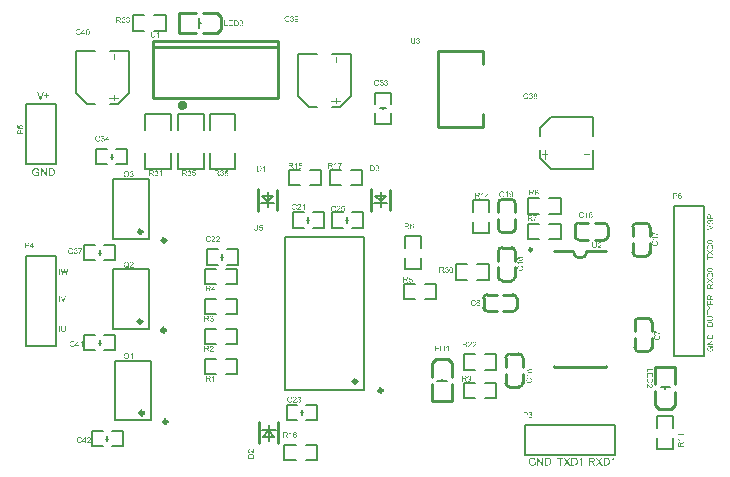
<source format=gto>
G04*
G04 #@! TF.GenerationSoftware,Altium Limited,Altium Designer,18.1.9 (240)*
G04*
G04 Layer_Color=65535*
%FSLAX25Y25*%
%MOIN*%
G70*
G01*
G75*
%ADD10C,0.01575*%
%ADD11C,0.01181*%
%ADD12C,0.01000*%
%ADD13C,0.00600*%
%ADD14C,0.00787*%
%ADD15C,0.00800*%
%ADD16C,0.00799*%
G36*
X338148Y389274D02*
X337640D01*
Y391305D01*
X338148D01*
Y389274D01*
D02*
G37*
G36*
X412148Y388274D02*
X411640D01*
Y390305D01*
X412148D01*
Y388274D01*
D02*
G37*
G36*
X338148Y376662D02*
X339587D01*
Y376154D01*
X338148D01*
Y375392D01*
X337640D01*
Y376154D01*
X336201D01*
Y376662D01*
X337640D01*
Y377423D01*
X338148D01*
Y376662D01*
D02*
G37*
G36*
X412148Y375662D02*
X413587D01*
Y375154D01*
X412148D01*
Y374392D01*
X411640D01*
Y375154D01*
X410201D01*
Y375662D01*
X411640D01*
Y376423D01*
X412148D01*
Y375662D01*
D02*
G37*
G36*
X496494Y357352D02*
X494463D01*
Y357860D01*
X496494D01*
Y357352D01*
D02*
G37*
G36*
X481851Y357860D02*
X482612D01*
Y357352D01*
X481851D01*
Y355913D01*
X481343D01*
Y357352D01*
X480581D01*
Y357860D01*
X481343D01*
Y359299D01*
X481851D01*
Y357860D01*
D02*
G37*
G36*
X536589Y297665D02*
X536611D01*
X536663Y297662D01*
X536724Y297654D01*
X536788Y297645D01*
X536855Y297631D01*
X536921Y297615D01*
X536924D01*
X536929Y297612D01*
X536938Y297609D01*
X536949Y297606D01*
X536979Y297595D01*
X537018Y297579D01*
X537062Y297562D01*
X537107Y297540D01*
X537154Y297512D01*
X537198Y297485D01*
X537204Y297482D01*
X537218Y297471D01*
X537237Y297454D01*
X537262Y297432D01*
X537289Y297407D01*
X537317Y297377D01*
X537348Y297346D01*
X537373Y297310D01*
X537375Y297305D01*
X537384Y297293D01*
X537395Y297274D01*
X537409Y297246D01*
X537425Y297213D01*
X537439Y297174D01*
X537456Y297130D01*
X537469Y297080D01*
Y297075D01*
X537472Y297066D01*
X537475Y297058D01*
X537478Y297030D01*
X537483Y296991D01*
X537489Y296947D01*
X537495Y296895D01*
X537497Y296836D01*
X537500Y296773D01*
Y296083D01*
X535583D01*
Y296820D01*
X535586Y296870D01*
X535589Y296925D01*
X535594Y296981D01*
X535603Y297036D01*
X535611Y297083D01*
Y297086D01*
X535614Y297091D01*
Y297100D01*
X535619Y297111D01*
X535628Y297141D01*
X535641Y297180D01*
X535661Y297224D01*
X535686Y297271D01*
X535713Y297318D01*
X535749Y297363D01*
X535752Y297365D01*
X535755Y297368D01*
X535763Y297377D01*
X535772Y297388D01*
X535799Y297415D01*
X535838Y297449D01*
X535885Y297485D01*
X535941Y297523D01*
X536004Y297559D01*
X536076Y297590D01*
X536079D01*
X536085Y297593D01*
X536096Y297598D01*
X536112Y297601D01*
X536132Y297609D01*
X536154Y297615D01*
X536179Y297620D01*
X536209Y297629D01*
X536240Y297637D01*
X536276Y297642D01*
X536353Y297656D01*
X536439Y297665D01*
X536533Y297667D01*
X536536D01*
X536542D01*
X536555D01*
X536569D01*
X536589Y297665D01*
D02*
G37*
G36*
X537500Y295393D02*
X535996Y294391D01*
X537500D01*
Y294147D01*
X535583D01*
Y294407D01*
X537090Y295413D01*
X535583D01*
Y295656D01*
X537500D01*
Y295393D01*
D02*
G37*
G36*
X537237Y293773D02*
X537240Y293767D01*
X537248Y293756D01*
X537259Y293742D01*
X537270Y293726D01*
X537284Y293706D01*
X537301Y293681D01*
X537317Y293656D01*
X537353Y293598D01*
X537392Y293532D01*
X537428Y293463D01*
X537458Y293388D01*
Y293385D01*
X537461Y293379D01*
X537464Y293368D01*
X537469Y293355D01*
X537475Y293335D01*
X537483Y293313D01*
X537489Y293288D01*
X537495Y293263D01*
X537508Y293202D01*
X537522Y293133D01*
X537531Y293058D01*
X537533Y292981D01*
Y292953D01*
X537531Y292934D01*
Y292909D01*
X537528Y292878D01*
X537522Y292845D01*
X537519Y292809D01*
X537503Y292728D01*
X537483Y292643D01*
X537453Y292554D01*
X537436Y292510D01*
X537414Y292465D01*
X537411Y292463D01*
X537409Y292454D01*
X537400Y292443D01*
X537392Y292427D01*
X537378Y292407D01*
X537364Y292388D01*
X537325Y292335D01*
X537276Y292280D01*
X537215Y292222D01*
X537145Y292166D01*
X537065Y292116D01*
X537062D01*
X537054Y292111D01*
X537043Y292105D01*
X537024Y292097D01*
X537004Y292089D01*
X536976Y292080D01*
X536949Y292069D01*
X536915Y292058D01*
X536879Y292047D01*
X536838Y292036D01*
X536796Y292028D01*
X536752Y292019D01*
X536655Y292005D01*
X536553Y292000D01*
X536550D01*
X536539D01*
X536525D01*
X536506Y292003D01*
X536481D01*
X536450Y292005D01*
X536420Y292011D01*
X536384Y292014D01*
X536345Y292022D01*
X536303Y292028D01*
X536215Y292050D01*
X536123Y292078D01*
X536032Y292116D01*
X536029Y292119D01*
X536021Y292122D01*
X536010Y292127D01*
X535993Y292139D01*
X535971Y292150D01*
X535949Y292163D01*
X535896Y292202D01*
X535835Y292249D01*
X535777Y292307D01*
X535719Y292374D01*
X535694Y292413D01*
X535669Y292452D01*
X535666Y292454D01*
X535664Y292463D01*
X535658Y292474D01*
X535650Y292490D01*
X535641Y292512D01*
X535630Y292537D01*
X535619Y292565D01*
X535608Y292598D01*
X535597Y292634D01*
X535589Y292673D01*
X535578Y292715D01*
X535569Y292759D01*
X535556Y292856D01*
X535550Y292906D01*
Y292994D01*
X535553Y293011D01*
Y293033D01*
X535558Y293086D01*
X535567Y293144D01*
X535580Y293205D01*
X535597Y293271D01*
X535619Y293335D01*
Y293338D01*
X535622Y293343D01*
X535625Y293352D01*
X535630Y293363D01*
X535647Y293393D01*
X535666Y293432D01*
X535694Y293474D01*
X535727Y293518D01*
X535763Y293560D01*
X535808Y293598D01*
X535813Y293604D01*
X535830Y293615D01*
X535855Y293632D01*
X535891Y293654D01*
X535935Y293676D01*
X535990Y293701D01*
X536051Y293726D01*
X536121Y293745D01*
X536181Y293515D01*
X536179D01*
X536176Y293512D01*
X536168Y293510D01*
X536157Y293507D01*
X536132Y293499D01*
X536098Y293488D01*
X536060Y293471D01*
X536024Y293451D01*
X535985Y293432D01*
X535952Y293407D01*
X535949Y293404D01*
X535938Y293396D01*
X535924Y293379D01*
X535905Y293360D01*
X535882Y293335D01*
X535860Y293302D01*
X535838Y293266D01*
X535819Y293224D01*
X535816Y293219D01*
X535810Y293205D01*
X535802Y293180D01*
X535791Y293147D01*
X535783Y293108D01*
X535774Y293064D01*
X535769Y293014D01*
X535766Y292961D01*
Y292931D01*
X535769Y292917D01*
Y292900D01*
X535772Y292859D01*
X535780Y292812D01*
X535788Y292759D01*
X535802Y292709D01*
X535821Y292659D01*
X535824Y292654D01*
X535830Y292637D01*
X535844Y292615D01*
X535857Y292587D01*
X535880Y292554D01*
X535902Y292518D01*
X535929Y292485D01*
X535960Y292454D01*
X535963Y292452D01*
X535974Y292440D01*
X535993Y292427D01*
X536015Y292410D01*
X536043Y292391D01*
X536076Y292371D01*
X536112Y292352D01*
X536151Y292332D01*
X536154D01*
X536159Y292330D01*
X536168Y292327D01*
X536181Y292321D01*
X536198Y292316D01*
X536217Y292310D01*
X536240Y292302D01*
X536265Y292296D01*
X536323Y292283D01*
X536389Y292271D01*
X536458Y292263D01*
X536536Y292260D01*
X536539D01*
X536547D01*
X536561D01*
X536578Y292263D01*
X536600D01*
X536627Y292266D01*
X536655Y292269D01*
X536686Y292271D01*
X536755Y292283D01*
X536827Y292296D01*
X536899Y292319D01*
X536968Y292346D01*
X536971D01*
X536976Y292352D01*
X536985Y292355D01*
X536996Y292363D01*
X537026Y292382D01*
X537065Y292413D01*
X537107Y292449D01*
X537148Y292493D01*
X537187Y292546D01*
X537223Y292604D01*
Y292607D01*
X537226Y292612D01*
X537231Y292620D01*
X537237Y292634D01*
X537242Y292648D01*
X537248Y292668D01*
X537264Y292712D01*
X537278Y292767D01*
X537292Y292828D01*
X537303Y292895D01*
X537306Y292964D01*
Y292992D01*
X537303Y293008D01*
Y293025D01*
X537298Y293066D01*
X537292Y293116D01*
X537281Y293169D01*
X537264Y293227D01*
X537245Y293285D01*
Y293288D01*
X537242Y293294D01*
X537240Y293299D01*
X537234Y293310D01*
X537220Y293341D01*
X537204Y293374D01*
X537184Y293413D01*
X537162Y293454D01*
X537137Y293493D01*
X537109Y293526D01*
X536749D01*
Y292961D01*
X536522D01*
Y293776D01*
X537234D01*
X537237Y293773D01*
D02*
G37*
G36*
X537500Y310616D02*
X537101Y310364D01*
X537098D01*
X537093Y310358D01*
X537084Y310353D01*
X537073Y310344D01*
X537043Y310325D01*
X537004Y310300D01*
X536963Y310270D01*
X536918Y310239D01*
X536877Y310209D01*
X536838Y310181D01*
X536835Y310178D01*
X536824Y310170D01*
X536807Y310156D01*
X536788Y310137D01*
X536747Y310095D01*
X536727Y310073D01*
X536711Y310051D01*
X536708Y310048D01*
X536705Y310043D01*
X536699Y310031D01*
X536691Y310015D01*
X536683Y309998D01*
X536674Y309979D01*
X536661Y309934D01*
Y309932D01*
X536658Y309926D01*
Y309915D01*
X536655Y309901D01*
X536652Y309882D01*
Y309860D01*
X536650Y309829D01*
Y309502D01*
X537500D01*
Y309247D01*
X535583D01*
Y310137D01*
X535586Y310159D01*
Y310184D01*
X535589Y310242D01*
X535597Y310303D01*
X535605Y310369D01*
X535619Y310430D01*
X535628Y310461D01*
X535636Y310486D01*
Y310488D01*
X535639Y310491D01*
X535647Y310508D01*
X535658Y310533D01*
X535677Y310563D01*
X535702Y310596D01*
X535736Y310632D01*
X535774Y310666D01*
X535819Y310699D01*
X535821D01*
X535824Y310702D01*
X535841Y310713D01*
X535869Y310724D01*
X535905Y310740D01*
X535946Y310754D01*
X535996Y310768D01*
X536049Y310776D01*
X536107Y310779D01*
X536109D01*
X536115D01*
X536126D01*
X536140Y310776D01*
X536159D01*
X536179Y310774D01*
X536226Y310763D01*
X536281Y310746D01*
X536339Y310724D01*
X536398Y310691D01*
X536425Y310668D01*
X536453Y310646D01*
X536456Y310644D01*
X536458Y310641D01*
X536467Y310632D01*
X536475Y310621D01*
X536486Y310608D01*
X536497Y310591D01*
X536511Y310569D01*
X536528Y310547D01*
X536542Y310519D01*
X536555Y310488D01*
X536572Y310455D01*
X536586Y310419D01*
X536597Y310378D01*
X536611Y310336D01*
X536619Y310289D01*
X536627Y310239D01*
X536630Y310245D01*
X536636Y310256D01*
X536647Y310272D01*
X536658Y310295D01*
X536688Y310344D01*
X536708Y310369D01*
X536724Y310391D01*
X536730Y310397D01*
X536744Y310411D01*
X536766Y310433D01*
X536794Y310461D01*
X536832Y310491D01*
X536874Y310527D01*
X536924Y310563D01*
X536979Y310602D01*
X537500Y310932D01*
Y310616D01*
D02*
G37*
G36*
X535810Y307874D02*
X536403D01*
Y308774D01*
X536630D01*
Y307874D01*
X537500D01*
Y307619D01*
X535583D01*
Y308915D01*
X535810D01*
Y307874D01*
D02*
G37*
G36*
X536688Y306613D02*
X537500D01*
Y306358D01*
X536688D01*
X535583Y305619D01*
Y305926D01*
X536165Y306303D01*
X536168D01*
X536173Y306309D01*
X536181Y306314D01*
X536193Y306320D01*
X536206Y306331D01*
X536223Y306342D01*
X536265Y306367D01*
X536314Y306397D01*
X536370Y306430D01*
X536428Y306466D01*
X536489Y306500D01*
X536486D01*
X536481Y306502D01*
X536472Y306508D01*
X536461Y306516D01*
X536447Y306525D01*
X536431Y306536D01*
X536389Y306561D01*
X536339Y306591D01*
X536281Y306627D01*
X536217Y306669D01*
X536148Y306713D01*
X535583Y307081D01*
Y307378D01*
X536688Y306613D01*
D02*
G37*
G36*
X535810Y304926D02*
X537500D01*
Y304671D01*
X535810D01*
Y304040D01*
X535583D01*
Y305558D01*
X535810D01*
Y304926D01*
D02*
G37*
G36*
X536763Y303757D02*
X536791D01*
X536824Y303755D01*
X536857Y303752D01*
X536932Y303744D01*
X537010Y303732D01*
X537084Y303716D01*
X537120Y303705D01*
X537154Y303694D01*
X537156D01*
X537162Y303691D01*
X537170Y303685D01*
X537182Y303680D01*
X537212Y303663D01*
X537251Y303638D01*
X537295Y303605D01*
X537339Y303566D01*
X537386Y303516D01*
X537428Y303455D01*
Y303453D01*
X537433Y303447D01*
X537436Y303439D01*
X537445Y303425D01*
X537453Y303408D01*
X537461Y303386D01*
X537469Y303364D01*
X537481Y303336D01*
X537492Y303306D01*
X537500Y303273D01*
X537508Y303237D01*
X537517Y303195D01*
X537522Y303153D01*
X537528Y303109D01*
X537533Y303009D01*
Y302984D01*
X537531Y302965D01*
Y302943D01*
X537528Y302915D01*
X537525Y302885D01*
X537522Y302854D01*
X537511Y302785D01*
X537495Y302710D01*
X537472Y302638D01*
X537442Y302569D01*
Y302566D01*
X537436Y302561D01*
X537431Y302552D01*
X537425Y302541D01*
X537403Y302511D01*
X537373Y302475D01*
X537334Y302433D01*
X537289Y302395D01*
X537234Y302356D01*
X537173Y302325D01*
X537170D01*
X537165Y302323D01*
X537154Y302320D01*
X537140Y302314D01*
X537123Y302309D01*
X537101Y302303D01*
X537076Y302295D01*
X537046Y302289D01*
X537012Y302284D01*
X536976Y302275D01*
X536938Y302270D01*
X536896Y302264D01*
X536849Y302259D01*
X536799Y302256D01*
X536747Y302253D01*
X536691D01*
X535583D01*
Y302508D01*
X536691D01*
X536694D01*
X536702D01*
X536716D01*
X536733D01*
X536752Y302511D01*
X536777D01*
X536830Y302514D01*
X536891Y302519D01*
X536951Y302527D01*
X537010Y302538D01*
X537035Y302544D01*
X537060Y302552D01*
X537065Y302555D01*
X537079Y302561D01*
X537098Y302574D01*
X537126Y302591D01*
X537154Y302611D01*
X537184Y302638D01*
X537215Y302672D01*
X537240Y302710D01*
X537242Y302716D01*
X537251Y302730D01*
X537259Y302755D01*
X537270Y302788D01*
X537284Y302827D01*
X537292Y302876D01*
X537301Y302929D01*
X537303Y302987D01*
Y303015D01*
X537301Y303032D01*
Y303057D01*
X537298Y303081D01*
X537287Y303142D01*
X537273Y303209D01*
X537251Y303273D01*
X537220Y303333D01*
X537201Y303361D01*
X537179Y303386D01*
X537176Y303389D01*
X537173Y303392D01*
X537165Y303397D01*
X537154Y303405D01*
X537137Y303414D01*
X537120Y303425D01*
X537096Y303436D01*
X537071Y303447D01*
X537040Y303458D01*
X537004Y303467D01*
X536963Y303478D01*
X536918Y303486D01*
X536868Y303494D01*
X536816Y303500D01*
X536755Y303505D01*
X536691D01*
X535583D01*
Y303760D01*
X536691D01*
X536694D01*
X536705D01*
X536719D01*
X536738D01*
X536763Y303757D01*
D02*
G37*
G36*
X536589Y301899D02*
X536611D01*
X536663Y301896D01*
X536724Y301888D01*
X536788Y301879D01*
X536855Y301865D01*
X536921Y301849D01*
X536924D01*
X536929Y301846D01*
X536938Y301843D01*
X536949Y301840D01*
X536979Y301829D01*
X537018Y301813D01*
X537062Y301796D01*
X537107Y301774D01*
X537154Y301746D01*
X537198Y301719D01*
X537204Y301716D01*
X537218Y301705D01*
X537237Y301688D01*
X537262Y301666D01*
X537289Y301641D01*
X537317Y301611D01*
X537348Y301580D01*
X537373Y301544D01*
X537375Y301539D01*
X537384Y301528D01*
X537395Y301508D01*
X537409Y301480D01*
X537425Y301447D01*
X537439Y301408D01*
X537456Y301364D01*
X537469Y301314D01*
Y301309D01*
X537472Y301300D01*
X537475Y301292D01*
X537478Y301264D01*
X537483Y301226D01*
X537489Y301181D01*
X537495Y301129D01*
X537497Y301070D01*
X537500Y301007D01*
Y300317D01*
X535583D01*
Y301054D01*
X535586Y301104D01*
X535589Y301159D01*
X535594Y301215D01*
X535603Y301270D01*
X535611Y301317D01*
Y301320D01*
X535614Y301325D01*
Y301334D01*
X535619Y301345D01*
X535628Y301375D01*
X535641Y301414D01*
X535661Y301458D01*
X535686Y301505D01*
X535713Y301552D01*
X535749Y301597D01*
X535752Y301600D01*
X535755Y301602D01*
X535763Y301611D01*
X535772Y301622D01*
X535799Y301649D01*
X535838Y301683D01*
X535885Y301719D01*
X535941Y301757D01*
X536004Y301793D01*
X536076Y301824D01*
X536079D01*
X536085Y301827D01*
X536096Y301832D01*
X536112Y301835D01*
X536132Y301843D01*
X536154Y301849D01*
X536179Y301854D01*
X536209Y301863D01*
X536240Y301871D01*
X536276Y301876D01*
X536353Y301890D01*
X536439Y301899D01*
X536533Y301901D01*
X536536D01*
X536542D01*
X536555D01*
X536569D01*
X536589Y301899D01*
D02*
G37*
G36*
X536181Y337730D02*
X536201Y337727D01*
X536226Y337724D01*
X536253Y337719D01*
X536284Y337713D01*
X536348Y337694D01*
X536381Y337683D01*
X536417Y337666D01*
X536453Y337647D01*
X536486Y337627D01*
X536519Y337602D01*
X536553Y337575D01*
X536555Y337572D01*
X536561Y337566D01*
X536569Y337558D01*
X536578Y337544D01*
X536591Y337528D01*
X536605Y337505D01*
X536622Y337478D01*
X536636Y337447D01*
X536652Y337411D01*
X536669Y337370D01*
X536683Y337325D01*
X536694Y337273D01*
X536705Y337217D01*
X536713Y337156D01*
X536719Y337087D01*
X536722Y337015D01*
Y336525D01*
X537500D01*
Y336270D01*
X535583D01*
Y337057D01*
X535586Y337098D01*
X535589Y337145D01*
X535592Y337195D01*
X535597Y337242D01*
X535603Y337284D01*
Y337289D01*
X535608Y337309D01*
X535614Y337334D01*
X535622Y337367D01*
X535636Y337403D01*
X535652Y337442D01*
X535672Y337483D01*
X535694Y337519D01*
X535697Y337525D01*
X535705Y337536D01*
X535722Y337552D01*
X535741Y337575D01*
X535766Y337600D01*
X535799Y337625D01*
X535835Y337652D01*
X535877Y337674D01*
X535882Y337677D01*
X535896Y337683D01*
X535921Y337694D01*
X535954Y337705D01*
X535993Y337713D01*
X536037Y337724D01*
X536087Y337730D01*
X536140Y337733D01*
X536143D01*
X536151D01*
X536162D01*
X536181Y337730D01*
D02*
G37*
G36*
X537018Y335915D02*
X537057Y335910D01*
X537101Y335899D01*
X537148Y335885D01*
X537198Y335863D01*
X537251Y335832D01*
X537254D01*
X537256Y335829D01*
X537273Y335816D01*
X537298Y335796D01*
X537325Y335769D01*
X537359Y335733D01*
X537395Y335688D01*
X537428Y335638D01*
X537458Y335580D01*
Y335578D01*
X537461Y335572D01*
X537464Y335564D01*
X537469Y335553D01*
X537475Y335536D01*
X537483Y335517D01*
X537495Y335472D01*
X537508Y335420D01*
X537522Y335356D01*
X537531Y335287D01*
X537533Y335212D01*
Y335168D01*
X537531Y335145D01*
Y335120D01*
X537528Y335093D01*
X537525Y335059D01*
X537514Y334990D01*
X537503Y334918D01*
X537483Y334846D01*
X537458Y334777D01*
Y334774D01*
X537456Y334769D01*
X537450Y334760D01*
X537445Y334749D01*
X537428Y334716D01*
X537403Y334677D01*
X537370Y334633D01*
X537331Y334586D01*
X537284Y334542D01*
X537231Y334500D01*
X537228D01*
X537223Y334494D01*
X537215Y334492D01*
X537204Y334483D01*
X537190Y334478D01*
X537173Y334470D01*
X537132Y334450D01*
X537079Y334431D01*
X537021Y334414D01*
X536954Y334403D01*
X536885Y334397D01*
X536863Y334636D01*
X536866D01*
X536868D01*
X536877Y334638D01*
X536888D01*
X536913Y334644D01*
X536949Y334652D01*
X536985Y334663D01*
X537026Y334674D01*
X537065Y334694D01*
X537101Y334713D01*
X537104Y334716D01*
X537115Y334724D01*
X537134Y334738D01*
X537154Y334760D01*
X537179Y334788D01*
X537204Y334819D01*
X537228Y334860D01*
X537251Y334904D01*
Y334907D01*
X537254Y334910D01*
X537256Y334918D01*
X537259Y334927D01*
X537267Y334954D01*
X537278Y334990D01*
X537289Y335034D01*
X537298Y335084D01*
X537303Y335140D01*
X537306Y335201D01*
Y335226D01*
X537303Y335253D01*
X537301Y335287D01*
X537295Y335325D01*
X537289Y335370D01*
X537278Y335414D01*
X537264Y335456D01*
X537262Y335461D01*
X537256Y335475D01*
X537245Y335494D01*
X537234Y335519D01*
X537215Y335544D01*
X537195Y335572D01*
X537173Y335600D01*
X537145Y335622D01*
X537143Y335625D01*
X537132Y335630D01*
X537118Y335638D01*
X537096Y335649D01*
X537073Y335661D01*
X537046Y335669D01*
X537015Y335674D01*
X536982Y335677D01*
X536979D01*
X536965D01*
X536949Y335674D01*
X536927Y335672D01*
X536904Y335663D01*
X536877Y335655D01*
X536849Y335641D01*
X536824Y335622D01*
X536821Y335619D01*
X536813Y335611D01*
X536802Y335600D01*
X536785Y335580D01*
X536769Y335558D01*
X536749Y335528D01*
X536730Y335492D01*
X536713Y335450D01*
X536711Y335447D01*
X536708Y335433D01*
X536699Y335411D01*
X536697Y335397D01*
X536691Y335378D01*
X536683Y335359D01*
X536677Y335334D01*
X536669Y335306D01*
X536661Y335273D01*
X536652Y335240D01*
X536641Y335201D01*
X536630Y335156D01*
X536619Y335109D01*
Y335107D01*
X536616Y335098D01*
X536614Y335084D01*
X536608Y335068D01*
X536602Y335046D01*
X536597Y335021D01*
X536580Y334965D01*
X536561Y334904D01*
X536542Y334841D01*
X536522Y334785D01*
X536511Y334760D01*
X536500Y334738D01*
Y334735D01*
X536497Y334733D01*
X536486Y334716D01*
X536472Y334691D01*
X536450Y334663D01*
X536425Y334630D01*
X536395Y334597D01*
X536359Y334564D01*
X536320Y334536D01*
X536314Y334533D01*
X536301Y334525D01*
X536278Y334514D01*
X536251Y334503D01*
X536215Y334492D01*
X536173Y334481D01*
X536129Y334472D01*
X536082Y334470D01*
X536079D01*
X536076D01*
X536068D01*
X536057D01*
X536029Y334475D01*
X535993Y334481D01*
X535952Y334489D01*
X535905Y334503D01*
X535857Y334522D01*
X535810Y334550D01*
X535808D01*
X535805Y334553D01*
X535788Y334566D01*
X535766Y334586D01*
X535738Y334611D01*
X535708Y334644D01*
X535675Y334685D01*
X535644Y334735D01*
X535616Y334791D01*
Y334794D01*
X535614Y334799D01*
X535611Y334807D01*
X535605Y334819D01*
X535600Y334832D01*
X535594Y334852D01*
X535583Y334893D01*
X535572Y334946D01*
X535561Y335007D01*
X535553Y335071D01*
X535550Y335143D01*
Y335179D01*
X535553Y335198D01*
Y335217D01*
X535558Y335270D01*
X535567Y335328D01*
X535580Y335389D01*
X535597Y335456D01*
X535619Y335517D01*
Y335519D01*
X535622Y335525D01*
X535628Y335533D01*
X535633Y335544D01*
X535647Y335572D01*
X535672Y335608D01*
X535700Y335649D01*
X535736Y335691D01*
X535777Y335730D01*
X535824Y335766D01*
X535827D01*
X535830Y335769D01*
X535838Y335774D01*
X535846Y335780D01*
X535874Y335793D01*
X535910Y335810D01*
X535954Y335829D01*
X536007Y335843D01*
X536062Y335857D01*
X536123Y335863D01*
X536143Y335619D01*
X536140D01*
X536134D01*
X536126Y335616D01*
X536112Y335613D01*
X536082Y335605D01*
X536040Y335594D01*
X535996Y335578D01*
X535952Y335553D01*
X535910Y335522D01*
X535871Y335483D01*
X535869Y335478D01*
X535857Y335464D01*
X535841Y335436D01*
X535824Y335400D01*
X535808Y335353D01*
X535791Y335298D01*
X535780Y335228D01*
X535777Y335151D01*
Y335112D01*
X535780Y335096D01*
X535783Y335073D01*
X535788Y335023D01*
X535799Y334968D01*
X535813Y334913D01*
X535835Y334860D01*
X535849Y334838D01*
X535863Y334816D01*
X535866Y334810D01*
X535877Y334799D01*
X535896Y334783D01*
X535918Y334766D01*
X535949Y334747D01*
X535982Y334730D01*
X536021Y334719D01*
X536065Y334713D01*
X536071D01*
X536082D01*
X536101Y334716D01*
X536123Y334721D01*
X536151Y334730D01*
X536179Y334744D01*
X536206Y334760D01*
X536234Y334785D01*
X536237Y334788D01*
X536245Y334802D01*
X536253Y334813D01*
X536259Y334824D01*
X536267Y334841D01*
X536278Y334860D01*
X536287Y334885D01*
X536298Y334913D01*
X536309Y334943D01*
X536323Y334979D01*
X536334Y335018D01*
X536348Y335062D01*
X536359Y335112D01*
X536373Y335168D01*
Y335170D01*
X536375Y335181D01*
X536378Y335198D01*
X536384Y335217D01*
X536389Y335242D01*
X536398Y335273D01*
X536406Y335303D01*
X536414Y335336D01*
X536434Y335408D01*
X536453Y335478D01*
X536464Y335511D01*
X536475Y335542D01*
X536483Y335569D01*
X536494Y335591D01*
Y335594D01*
X536497Y335600D01*
X536503Y335608D01*
X536508Y335619D01*
X536525Y335649D01*
X536547Y335685D01*
X536578Y335727D01*
X536611Y335769D01*
X536650Y335807D01*
X536691Y335841D01*
X536697Y335843D01*
X536711Y335855D01*
X536735Y335865D01*
X536769Y335882D01*
X536807Y335896D01*
X536855Y335910D01*
X536907Y335918D01*
X536963Y335921D01*
X536965D01*
X536968D01*
X536976D01*
X536988D01*
X537018Y335915D01*
D02*
G37*
G36*
X537500Y333506D02*
Y333240D01*
X535583Y332497D01*
Y332774D01*
X536976Y333273D01*
X536979D01*
X536985Y333276D01*
X536993Y333278D01*
X537004Y333284D01*
X537021Y333287D01*
X537037Y333292D01*
X537079Y333306D01*
X537126Y333323D01*
X537179Y333339D01*
X537289Y333373D01*
X537287D01*
X537281Y333375D01*
X537273Y333378D01*
X537262Y333381D01*
X537231Y333389D01*
X537190Y333403D01*
X537143Y333417D01*
X537090Y333434D01*
X537035Y333453D01*
X536976Y333475D01*
X535583Y333996D01*
Y334253D01*
X537500Y333506D01*
D02*
G37*
G36*
X477340Y256601D02*
X477369D01*
X477439Y256594D01*
X477517Y256583D01*
X477598Y256564D01*
X477687Y256542D01*
X477772Y256512D01*
X477776D01*
X477783Y256509D01*
X477795Y256505D01*
X477809Y256498D01*
X477850Y256475D01*
X477902Y256449D01*
X477957Y256412D01*
X478017Y256368D01*
X478072Y256320D01*
X478124Y256261D01*
X478131Y256253D01*
X478146Y256231D01*
X478168Y256198D01*
X478198Y256150D01*
X478228Y256090D01*
X478261Y256016D01*
X478294Y255935D01*
X478320Y255843D01*
X478013Y255761D01*
Y255765D01*
X478009Y255769D01*
X478006Y255780D01*
X478002Y255795D01*
X477991Y255828D01*
X477976Y255872D01*
X477954Y255924D01*
X477928Y255972D01*
X477902Y256024D01*
X477869Y256068D01*
X477865Y256072D01*
X477854Y256087D01*
X477832Y256105D01*
X477806Y256131D01*
X477772Y256161D01*
X477728Y256190D01*
X477680Y256220D01*
X477624Y256246D01*
X477617Y256250D01*
X477598Y256257D01*
X477565Y256268D01*
X477521Y256283D01*
X477469Y256294D01*
X477410Y256305D01*
X477343Y256312D01*
X477273Y256316D01*
X477232D01*
X477214Y256312D01*
X477191D01*
X477136Y256309D01*
X477073Y256298D01*
X477003Y256287D01*
X476936Y256268D01*
X476870Y256242D01*
X476862Y256239D01*
X476840Y256231D01*
X476810Y256213D01*
X476773Y256194D01*
X476729Y256165D01*
X476681Y256135D01*
X476637Y256098D01*
X476596Y256057D01*
X476592Y256053D01*
X476577Y256039D01*
X476559Y256013D01*
X476537Y255983D01*
X476511Y255946D01*
X476485Y255902D01*
X476459Y255854D01*
X476433Y255802D01*
Y255798D01*
X476429Y255791D01*
X476426Y255780D01*
X476418Y255761D01*
X476411Y255739D01*
X476403Y255713D01*
X476392Y255683D01*
X476385Y255650D01*
X476366Y255573D01*
X476352Y255484D01*
X476340Y255391D01*
X476337Y255288D01*
Y255284D01*
Y255273D01*
Y255254D01*
X476340Y255232D01*
Y255203D01*
X476344Y255166D01*
X476348Y255129D01*
X476352Y255088D01*
X476366Y254995D01*
X476385Y254899D01*
X476414Y254803D01*
X476451Y254710D01*
Y254707D01*
X476459Y254699D01*
X476463Y254688D01*
X476474Y254673D01*
X476500Y254633D01*
X476540Y254581D01*
X476588Y254525D01*
X476648Y254470D01*
X476718Y254418D01*
X476796Y254370D01*
X476799D01*
X476807Y254366D01*
X476818Y254359D01*
X476836Y254351D01*
X476855Y254344D01*
X476881Y254337D01*
X476940Y254314D01*
X477014Y254296D01*
X477095Y254277D01*
X477184Y254263D01*
X477277Y254259D01*
X477314D01*
X477336Y254263D01*
X477358D01*
X477414Y254270D01*
X477480Y254277D01*
X477550Y254292D01*
X477628Y254314D01*
X477706Y254340D01*
X477709D01*
X477717Y254344D01*
X477724Y254348D01*
X477739Y254355D01*
X477780Y254374D01*
X477824Y254396D01*
X477876Y254422D01*
X477931Y254451D01*
X477983Y254485D01*
X478028Y254522D01*
Y255003D01*
X477273D01*
Y255306D01*
X478361D01*
Y254355D01*
X478357Y254351D01*
X478350Y254348D01*
X478335Y254337D01*
X478316Y254322D01*
X478294Y254307D01*
X478268Y254289D01*
X478235Y254266D01*
X478202Y254244D01*
X478124Y254196D01*
X478035Y254144D01*
X477943Y254096D01*
X477843Y254056D01*
X477839D01*
X477832Y254052D01*
X477817Y254048D01*
X477798Y254041D01*
X477772Y254033D01*
X477743Y254022D01*
X477709Y254015D01*
X477676Y254007D01*
X477595Y253989D01*
X477502Y253970D01*
X477402Y253959D01*
X477299Y253956D01*
X477262D01*
X477236Y253959D01*
X477203D01*
X477162Y253963D01*
X477117Y253970D01*
X477069Y253974D01*
X476962Y253996D01*
X476847Y254022D01*
X476729Y254063D01*
X476670Y254085D01*
X476611Y254115D01*
X476607Y254118D01*
X476596Y254122D01*
X476581Y254133D01*
X476559Y254144D01*
X476533Y254163D01*
X476507Y254181D01*
X476437Y254233D01*
X476363Y254300D01*
X476285Y254381D01*
X476211Y254474D01*
X476144Y254581D01*
Y254585D01*
X476137Y254596D01*
X476130Y254610D01*
X476119Y254636D01*
X476107Y254662D01*
X476096Y254699D01*
X476082Y254736D01*
X476067Y254781D01*
X476052Y254829D01*
X476037Y254884D01*
X476026Y254940D01*
X476015Y254999D01*
X475996Y255129D01*
X475989Y255265D01*
Y255269D01*
Y255284D01*
Y255302D01*
X475993Y255328D01*
Y255362D01*
X475996Y255402D01*
X476004Y255443D01*
X476008Y255491D01*
X476019Y255543D01*
X476026Y255598D01*
X476056Y255717D01*
X476093Y255839D01*
X476144Y255961D01*
X476148Y255965D01*
X476152Y255976D01*
X476159Y255991D01*
X476174Y256013D01*
X476189Y256042D01*
X476207Y256072D01*
X476259Y256142D01*
X476322Y256224D01*
X476400Y256301D01*
X476488Y256379D01*
X476540Y256412D01*
X476592Y256446D01*
X476596Y256449D01*
X476607Y256453D01*
X476622Y256460D01*
X476644Y256472D01*
X476674Y256483D01*
X476707Y256498D01*
X476744Y256512D01*
X476788Y256527D01*
X476836Y256542D01*
X476888Y256553D01*
X476944Y256568D01*
X477003Y256579D01*
X477132Y256597D01*
X477199Y256605D01*
X477317D01*
X477340Y256601D01*
D02*
G37*
G36*
X480873Y254000D02*
X480521D01*
X479182Y256009D01*
Y254000D01*
X478857D01*
Y256560D01*
X479204D01*
X480547Y254548D01*
Y256560D01*
X480873D01*
Y254000D01*
D02*
G37*
G36*
X482494Y256557D02*
X482568Y256553D01*
X482642Y256546D01*
X482716Y256535D01*
X482779Y256523D01*
X482782D01*
X482790Y256520D01*
X482801D01*
X482816Y256512D01*
X482856Y256501D01*
X482908Y256483D01*
X482967Y256457D01*
X483030Y256423D01*
X483093Y256386D01*
X483152Y256338D01*
X483156Y256335D01*
X483160Y256331D01*
X483171Y256320D01*
X483185Y256309D01*
X483222Y256272D01*
X483267Y256220D01*
X483315Y256157D01*
X483367Y256083D01*
X483415Y255998D01*
X483456Y255902D01*
Y255898D01*
X483459Y255891D01*
X483467Y255876D01*
X483470Y255854D01*
X483482Y255828D01*
X483489Y255798D01*
X483496Y255765D01*
X483507Y255724D01*
X483519Y255683D01*
X483526Y255635D01*
X483544Y255532D01*
X483556Y255417D01*
X483559Y255291D01*
Y255288D01*
Y255280D01*
Y255262D01*
Y255243D01*
X483556Y255217D01*
Y255188D01*
X483552Y255117D01*
X483541Y255036D01*
X483530Y254951D01*
X483511Y254862D01*
X483489Y254773D01*
Y254770D01*
X483485Y254762D01*
X483482Y254751D01*
X483478Y254736D01*
X483463Y254696D01*
X483441Y254644D01*
X483419Y254585D01*
X483389Y254525D01*
X483352Y254463D01*
X483315Y254403D01*
X483311Y254396D01*
X483296Y254377D01*
X483274Y254351D01*
X483245Y254318D01*
X483211Y254281D01*
X483171Y254244D01*
X483130Y254204D01*
X483082Y254170D01*
X483075Y254167D01*
X483060Y254155D01*
X483034Y254141D01*
X482997Y254122D01*
X482952Y254100D01*
X482901Y254081D01*
X482841Y254059D01*
X482775Y254041D01*
X482767D01*
X482756Y254037D01*
X482745Y254033D01*
X482708Y254030D01*
X482656Y254022D01*
X482597Y254015D01*
X482527Y254007D01*
X482449Y254004D01*
X482364Y254000D01*
X481443D01*
Y256560D01*
X482427D01*
X482494Y256557D01*
D02*
G37*
G36*
X315559Y377410D02*
X316255D01*
Y377117D01*
X315559D01*
Y376414D01*
X315263D01*
Y377117D01*
X314568D01*
Y377410D01*
X315263D01*
Y378105D01*
X315559D01*
Y377410D01*
D02*
G37*
G36*
X313343Y376000D02*
X312988D01*
X311996Y378560D01*
X312366D01*
X313032Y376699D01*
Y376696D01*
X313036Y376688D01*
X313040Y376677D01*
X313047Y376662D01*
X313051Y376640D01*
X313058Y376618D01*
X313077Y376562D01*
X313099Y376500D01*
X313121Y376429D01*
X313165Y376281D01*
Y376285D01*
X313169Y376292D01*
X313173Y376303D01*
X313177Y376318D01*
X313188Y376359D01*
X313206Y376414D01*
X313225Y376477D01*
X313247Y376548D01*
X313273Y376622D01*
X313302Y376699D01*
X313998Y378560D01*
X314342D01*
X313343Y376000D01*
D02*
G37*
G36*
X311851Y353101D02*
X311880D01*
X311950Y353094D01*
X312028Y353083D01*
X312109Y353064D01*
X312198Y353042D01*
X312283Y353012D01*
X312287D01*
X312295Y353009D01*
X312306Y353005D01*
X312320Y352997D01*
X312361Y352975D01*
X312413Y352949D01*
X312468Y352912D01*
X312528Y352868D01*
X312583Y352820D01*
X312635Y352761D01*
X312642Y352753D01*
X312657Y352731D01*
X312679Y352698D01*
X312709Y352650D01*
X312738Y352590D01*
X312772Y352517D01*
X312805Y352435D01*
X312831Y352343D01*
X312524Y352261D01*
Y352265D01*
X312520Y352269D01*
X312516Y352280D01*
X312513Y352294D01*
X312502Y352328D01*
X312487Y352372D01*
X312465Y352424D01*
X312439Y352472D01*
X312413Y352524D01*
X312380Y352568D01*
X312376Y352572D01*
X312365Y352587D01*
X312343Y352605D01*
X312317Y352631D01*
X312283Y352661D01*
X312239Y352690D01*
X312191Y352720D01*
X312135Y352746D01*
X312128Y352750D01*
X312109Y352757D01*
X312076Y352768D01*
X312032Y352783D01*
X311980Y352794D01*
X311921Y352805D01*
X311854Y352813D01*
X311784Y352816D01*
X311743D01*
X311725Y352813D01*
X311702D01*
X311647Y352809D01*
X311584Y352798D01*
X311514Y352787D01*
X311447Y352768D01*
X311381Y352742D01*
X311373Y352738D01*
X311351Y352731D01*
X311321Y352713D01*
X311284Y352694D01*
X311240Y352664D01*
X311192Y352635D01*
X311147Y352598D01*
X311107Y352557D01*
X311103Y352554D01*
X311088Y352539D01*
X311070Y352513D01*
X311048Y352483D01*
X311022Y352446D01*
X310996Y352402D01*
X310970Y352354D01*
X310944Y352302D01*
Y352298D01*
X310940Y352291D01*
X310937Y352280D01*
X310929Y352261D01*
X310922Y352239D01*
X310914Y352213D01*
X310903Y352184D01*
X310896Y352150D01*
X310877Y352073D01*
X310863Y351984D01*
X310852Y351891D01*
X310848Y351788D01*
Y351784D01*
Y351773D01*
Y351754D01*
X310852Y351732D01*
Y351702D01*
X310855Y351665D01*
X310859Y351628D01*
X310863Y351588D01*
X310877Y351495D01*
X310896Y351399D01*
X310926Y351303D01*
X310963Y351210D01*
Y351207D01*
X310970Y351199D01*
X310974Y351188D01*
X310985Y351173D01*
X311011Y351133D01*
X311051Y351081D01*
X311099Y351025D01*
X311159Y350970D01*
X311229Y350918D01*
X311307Y350870D01*
X311310D01*
X311318Y350866D01*
X311329Y350859D01*
X311347Y350851D01*
X311366Y350844D01*
X311392Y350837D01*
X311451Y350815D01*
X311525Y350796D01*
X311606Y350778D01*
X311695Y350763D01*
X311788Y350759D01*
X311825D01*
X311847Y350763D01*
X311869D01*
X311925Y350770D01*
X311991Y350778D01*
X312061Y350792D01*
X312139Y350815D01*
X312217Y350840D01*
X312221D01*
X312228Y350844D01*
X312235Y350848D01*
X312250Y350855D01*
X312291Y350874D01*
X312335Y350896D01*
X312387Y350922D01*
X312442Y350951D01*
X312494Y350985D01*
X312539Y351022D01*
Y351503D01*
X311784D01*
Y351806D01*
X312872D01*
Y350855D01*
X312868Y350851D01*
X312861Y350848D01*
X312846Y350837D01*
X312827Y350822D01*
X312805Y350807D01*
X312779Y350789D01*
X312746Y350766D01*
X312713Y350744D01*
X312635Y350696D01*
X312546Y350644D01*
X312454Y350596D01*
X312354Y350555D01*
X312350D01*
X312343Y350552D01*
X312328Y350548D01*
X312309Y350541D01*
X312283Y350533D01*
X312254Y350522D01*
X312221Y350515D01*
X312187Y350507D01*
X312106Y350489D01*
X312013Y350470D01*
X311913Y350459D01*
X311810Y350456D01*
X311773D01*
X311747Y350459D01*
X311714D01*
X311673Y350463D01*
X311629Y350470D01*
X311580Y350474D01*
X311473Y350496D01*
X311358Y350522D01*
X311240Y350563D01*
X311181Y350585D01*
X311122Y350615D01*
X311118Y350618D01*
X311107Y350622D01*
X311092Y350633D01*
X311070Y350644D01*
X311044Y350663D01*
X311018Y350681D01*
X310948Y350733D01*
X310874Y350800D01*
X310796Y350881D01*
X310722Y350974D01*
X310655Y351081D01*
Y351085D01*
X310648Y351096D01*
X310641Y351111D01*
X310630Y351136D01*
X310618Y351162D01*
X310607Y351199D01*
X310593Y351236D01*
X310578Y351281D01*
X310563Y351329D01*
X310548Y351384D01*
X310537Y351440D01*
X310526Y351499D01*
X310507Y351628D01*
X310500Y351765D01*
Y351769D01*
Y351784D01*
Y351802D01*
X310504Y351828D01*
Y351862D01*
X310507Y351902D01*
X310515Y351943D01*
X310519Y351991D01*
X310530Y352043D01*
X310537Y352098D01*
X310567Y352217D01*
X310604Y352339D01*
X310655Y352461D01*
X310659Y352465D01*
X310663Y352476D01*
X310670Y352491D01*
X310685Y352513D01*
X310700Y352542D01*
X310718Y352572D01*
X310770Y352642D01*
X310833Y352724D01*
X310911Y352801D01*
X310999Y352879D01*
X311051Y352912D01*
X311103Y352946D01*
X311107Y352949D01*
X311118Y352953D01*
X311133Y352960D01*
X311155Y352972D01*
X311185Y352983D01*
X311218Y352997D01*
X311255Y353012D01*
X311299Y353027D01*
X311347Y353042D01*
X311399Y353053D01*
X311455Y353068D01*
X311514Y353079D01*
X311643Y353097D01*
X311710Y353105D01*
X311828D01*
X311851Y353101D01*
D02*
G37*
G36*
X315384Y350500D02*
X315033D01*
X313693Y352509D01*
Y350500D01*
X313368D01*
Y353060D01*
X313715D01*
X315058Y351048D01*
Y353060D01*
X315384D01*
Y350500D01*
D02*
G37*
G36*
X317005Y353057D02*
X317079Y353053D01*
X317153Y353046D01*
X317227Y353034D01*
X317289Y353023D01*
X317293D01*
X317301Y353020D01*
X317312D01*
X317326Y353012D01*
X317367Y353001D01*
X317419Y352983D01*
X317478Y352957D01*
X317541Y352923D01*
X317604Y352887D01*
X317663Y352838D01*
X317667Y352835D01*
X317671Y352831D01*
X317682Y352820D01*
X317696Y352809D01*
X317734Y352772D01*
X317778Y352720D01*
X317826Y352657D01*
X317878Y352583D01*
X317926Y352498D01*
X317967Y352402D01*
Y352398D01*
X317970Y352391D01*
X317978Y352376D01*
X317981Y352354D01*
X317992Y352328D01*
X318000Y352298D01*
X318007Y352265D01*
X318018Y352224D01*
X318029Y352184D01*
X318037Y352135D01*
X318055Y352032D01*
X318067Y351917D01*
X318070Y351791D01*
Y351788D01*
Y351780D01*
Y351762D01*
Y351743D01*
X318067Y351717D01*
Y351688D01*
X318063Y351617D01*
X318052Y351536D01*
X318041Y351451D01*
X318022Y351362D01*
X318000Y351273D01*
Y351270D01*
X317996Y351262D01*
X317992Y351251D01*
X317989Y351236D01*
X317974Y351196D01*
X317952Y351144D01*
X317930Y351085D01*
X317900Y351025D01*
X317863Y350962D01*
X317826Y350903D01*
X317822Y350896D01*
X317808Y350877D01*
X317785Y350851D01*
X317756Y350818D01*
X317722Y350781D01*
X317682Y350744D01*
X317641Y350704D01*
X317593Y350670D01*
X317585Y350666D01*
X317571Y350655D01*
X317545Y350641D01*
X317508Y350622D01*
X317463Y350600D01*
X317412Y350581D01*
X317352Y350559D01*
X317286Y350541D01*
X317278D01*
X317267Y350537D01*
X317256Y350533D01*
X317219Y350530D01*
X317167Y350522D01*
X317108Y350515D01*
X317038Y350507D01*
X316960Y350504D01*
X316875Y350500D01*
X315954D01*
Y353060D01*
X316938D01*
X317005Y353057D01*
D02*
G37*
G36*
X321713Y299309D02*
Y299306D01*
Y299295D01*
Y299281D01*
Y299262D01*
X321710Y299237D01*
Y299209D01*
X321708Y299176D01*
X321705Y299143D01*
X321697Y299068D01*
X321686Y298990D01*
X321669Y298916D01*
X321658Y298880D01*
X321647Y298846D01*
Y298844D01*
X321644Y298838D01*
X321638Y298830D01*
X321633Y298819D01*
X321616Y298788D01*
X321591Y298749D01*
X321558Y298705D01*
X321519Y298661D01*
X321469Y298614D01*
X321409Y298572D01*
X321406D01*
X321400Y298567D01*
X321392Y298564D01*
X321378Y298555D01*
X321361Y298547D01*
X321339Y298539D01*
X321317Y298531D01*
X321289Y298519D01*
X321259Y298508D01*
X321226Y298500D01*
X321190Y298492D01*
X321148Y298483D01*
X321107Y298478D01*
X321062Y298472D01*
X320963Y298467D01*
X320938D01*
X320918Y298469D01*
X320896D01*
X320868Y298472D01*
X320838Y298475D01*
X320807Y298478D01*
X320738Y298489D01*
X320663Y298505D01*
X320591Y298528D01*
X320522Y298558D01*
X320519D01*
X320514Y298564D01*
X320505Y298569D01*
X320494Y298575D01*
X320464Y298597D01*
X320428Y298627D01*
X320386Y298666D01*
X320348Y298710D01*
X320309Y298766D01*
X320278Y298827D01*
Y298830D01*
X320276Y298835D01*
X320273Y298846D01*
X320267Y298860D01*
X320262Y298877D01*
X320256Y298899D01*
X320248Y298924D01*
X320242Y298954D01*
X320237Y298988D01*
X320229Y299024D01*
X320223Y299062D01*
X320217Y299104D01*
X320212Y299151D01*
X320209Y299201D01*
X320206Y299253D01*
Y299309D01*
Y300417D01*
X320461D01*
Y299309D01*
Y299306D01*
Y299298D01*
Y299284D01*
Y299267D01*
X320464Y299248D01*
Y299223D01*
X320467Y299170D01*
X320472Y299109D01*
X320481Y299048D01*
X320492Y298990D01*
X320497Y298965D01*
X320505Y298940D01*
X320508Y298935D01*
X320514Y298921D01*
X320528Y298902D01*
X320544Y298874D01*
X320564Y298846D01*
X320591Y298816D01*
X320625Y298785D01*
X320663Y298760D01*
X320669Y298758D01*
X320683Y298749D01*
X320708Y298741D01*
X320741Y298730D01*
X320780Y298716D01*
X320830Y298708D01*
X320882Y298699D01*
X320940Y298697D01*
X320968D01*
X320985Y298699D01*
X321010D01*
X321035Y298702D01*
X321095Y298713D01*
X321162Y298727D01*
X321226Y298749D01*
X321287Y298780D01*
X321314Y298799D01*
X321339Y298821D01*
X321342Y298824D01*
X321345Y298827D01*
X321350Y298835D01*
X321359Y298846D01*
X321367Y298863D01*
X321378Y298880D01*
X321389Y298904D01*
X321400Y298929D01*
X321411Y298960D01*
X321420Y298996D01*
X321431Y299037D01*
X321439Y299082D01*
X321447Y299132D01*
X321453Y299184D01*
X321458Y299245D01*
Y299309D01*
Y300417D01*
X321713D01*
Y299309D01*
D02*
G37*
G36*
X319755Y298500D02*
X319500D01*
Y300417D01*
X319755D01*
Y298500D01*
D02*
G37*
G36*
X321012Y308500D02*
X320746D01*
X320004Y310417D01*
X320281D01*
X320780Y309023D01*
Y309021D01*
X320782Y309015D01*
X320785Y309007D01*
X320791Y308996D01*
X320794Y308979D01*
X320799Y308963D01*
X320813Y308921D01*
X320830Y308874D01*
X320846Y308821D01*
X320880Y308711D01*
Y308713D01*
X320882Y308719D01*
X320885Y308727D01*
X320888Y308738D01*
X320896Y308769D01*
X320910Y308810D01*
X320924Y308857D01*
X320940Y308910D01*
X320960Y308965D01*
X320982Y309023D01*
X321503Y310417D01*
X321760D01*
X321012Y308500D01*
D02*
G37*
G36*
X319755D02*
X319500D01*
Y310417D01*
X319755D01*
Y308500D01*
D02*
G37*
G36*
X321968Y317500D02*
X321719D01*
X321317Y318960D01*
Y318963D01*
X321314Y318968D01*
X321312Y318976D01*
X321309Y318990D01*
X321301Y319021D01*
X321292Y319057D01*
X321281Y319095D01*
X321270Y319131D01*
X321262Y319162D01*
X321259Y319176D01*
X321256Y319184D01*
Y319181D01*
X321253Y319179D01*
X321251Y319162D01*
X321245Y319137D01*
X321237Y319107D01*
X321229Y319073D01*
X321217Y319035D01*
X321209Y318996D01*
X321198Y318960D01*
X320794Y317500D01*
X320528D01*
X320026Y319417D01*
X320289D01*
X320575Y318159D01*
Y318157D01*
X320578Y318151D01*
X320580Y318140D01*
X320583Y318126D01*
X320586Y318107D01*
X320591Y318087D01*
X320597Y318062D01*
X320602Y318035D01*
X320616Y317976D01*
X320630Y317910D01*
X320644Y317838D01*
X320658Y317766D01*
Y317769D01*
X320661Y317780D01*
X320666Y317794D01*
X320669Y317816D01*
X320674Y317838D01*
X320683Y317866D01*
X320697Y317927D01*
X320713Y317987D01*
X320719Y318018D01*
X320727Y318046D01*
X320733Y318071D01*
X320738Y318093D01*
X320744Y318109D01*
X320746Y318121D01*
X321109Y319417D01*
X321417D01*
X321688Y318445D01*
Y318442D01*
X321694Y318428D01*
X321699Y318409D01*
X321705Y318384D01*
X321713Y318350D01*
X321724Y318314D01*
X321735Y318273D01*
X321746Y318226D01*
X321760Y318173D01*
X321771Y318121D01*
X321796Y318007D01*
X321821Y317888D01*
X321841Y317766D01*
Y317769D01*
X321843Y317774D01*
Y317785D01*
X321849Y317799D01*
X321852Y317816D01*
X321857Y317835D01*
X321860Y317860D01*
X321868Y317888D01*
X321882Y317949D01*
X321899Y318021D01*
X321915Y318098D01*
X321938Y318184D01*
X322237Y319417D01*
X322494D01*
X321968Y317500D01*
D02*
G37*
G36*
X319755D02*
X319500D01*
Y319417D01*
X319755D01*
Y317500D01*
D02*
G37*
G36*
X536641Y319803D02*
X536674D01*
X536711Y319800D01*
X536749Y319798D01*
X536838Y319789D01*
X536929Y319775D01*
X537018Y319759D01*
X537060Y319748D01*
X537101Y319734D01*
X537104D01*
X537109Y319731D01*
X537120Y319726D01*
X537134Y319720D01*
X537154Y319714D01*
X537173Y319703D01*
X537220Y319681D01*
X537270Y319654D01*
X537325Y319618D01*
X537375Y319576D01*
X537422Y319526D01*
Y319523D01*
X537428Y319521D01*
X537433Y319512D01*
X537439Y319501D01*
X537447Y319487D01*
X537458Y319474D01*
X537478Y319432D01*
X537497Y319382D01*
X537517Y319324D01*
X537528Y319255D01*
X537533Y319180D01*
Y319152D01*
X537531Y319133D01*
X537528Y319111D01*
X537522Y319083D01*
X537517Y319052D01*
X537508Y319019D01*
X537497Y318986D01*
X537486Y318950D01*
X537469Y318914D01*
X537450Y318878D01*
X537428Y318842D01*
X537400Y318806D01*
X537370Y318773D01*
X537337Y318742D01*
X537334Y318739D01*
X537325Y318734D01*
X537312Y318726D01*
X537289Y318712D01*
X537264Y318698D01*
X537231Y318684D01*
X537192Y318665D01*
X537148Y318648D01*
X537098Y318631D01*
X537040Y318615D01*
X536976Y318598D01*
X536904Y318584D01*
X536827Y318570D01*
X536744Y318562D01*
X536652Y318557D01*
X536555Y318554D01*
X536553D01*
X536542D01*
X536522D01*
X536500D01*
X536470Y318557D01*
X536436D01*
X536400Y318559D01*
X536359Y318562D01*
X536273Y318570D01*
X536181Y318584D01*
X536090Y318601D01*
X536049Y318612D01*
X536007Y318623D01*
X536004D01*
X535999Y318626D01*
X535988Y318631D01*
X535974Y318637D01*
X535954Y318642D01*
X535935Y318654D01*
X535888Y318676D01*
X535838Y318703D01*
X535785Y318739D01*
X535733Y318781D01*
X535688Y318831D01*
Y318834D01*
X535683Y318836D01*
X535677Y318845D01*
X535672Y318856D01*
X535661Y318870D01*
X535652Y318886D01*
X535630Y318928D01*
X535611Y318978D01*
X535592Y319036D01*
X535580Y319105D01*
X535575Y319180D01*
Y319205D01*
X535578Y319235D01*
X535583Y319271D01*
X535592Y319313D01*
X535603Y319357D01*
X535616Y319404D01*
X535639Y319449D01*
Y319451D01*
X535641Y319454D01*
X535650Y319468D01*
X535664Y319490D01*
X535683Y319518D01*
X535711Y319548D01*
X535741Y319582D01*
X535777Y319612D01*
X535819Y319642D01*
X535824Y319645D01*
X535838Y319656D01*
X535863Y319667D01*
X535899Y319687D01*
X535941Y319703D01*
X535988Y319726D01*
X536043Y319745D01*
X536104Y319762D01*
X536107D01*
X536112Y319764D01*
X536121Y319767D01*
X536134Y319770D01*
X536151Y319773D01*
X536170Y319775D01*
X536195Y319781D01*
X536223Y319784D01*
X536253Y319789D01*
X536287Y319792D01*
X536326Y319795D01*
X536364Y319800D01*
X536409Y319803D01*
X536453D01*
X536503Y319806D01*
X536555D01*
X536558D01*
X536569D01*
X536589D01*
X536611D01*
X536641Y319803D01*
D02*
G37*
G36*
X536589Y318299D02*
X536611D01*
X536663Y318296D01*
X536724Y318288D01*
X536788Y318280D01*
X536855Y318266D01*
X536921Y318249D01*
X536924D01*
X536929Y318246D01*
X536938Y318244D01*
X536949Y318241D01*
X536979Y318230D01*
X537018Y318213D01*
X537062Y318197D01*
X537107Y318174D01*
X537154Y318147D01*
X537198Y318119D01*
X537204Y318116D01*
X537218Y318105D01*
X537237Y318089D01*
X537262Y318066D01*
X537289Y318041D01*
X537317Y318011D01*
X537348Y317981D01*
X537373Y317945D01*
X537375Y317939D01*
X537384Y317928D01*
X537395Y317908D01*
X537409Y317881D01*
X537425Y317847D01*
X537439Y317809D01*
X537456Y317764D01*
X537469Y317715D01*
Y317709D01*
X537472Y317701D01*
X537475Y317692D01*
X537478Y317665D01*
X537483Y317626D01*
X537489Y317582D01*
X537495Y317529D01*
X537497Y317471D01*
X537500Y317407D01*
Y316717D01*
X535583D01*
Y317454D01*
X535586Y317504D01*
X535589Y317559D01*
X535594Y317615D01*
X535603Y317670D01*
X535611Y317717D01*
Y317720D01*
X535614Y317726D01*
Y317734D01*
X535619Y317745D01*
X535628Y317776D01*
X535641Y317814D01*
X535661Y317859D01*
X535686Y317906D01*
X535713Y317953D01*
X535749Y317997D01*
X535752Y318000D01*
X535755Y318003D01*
X535763Y318011D01*
X535772Y318022D01*
X535799Y318050D01*
X535838Y318083D01*
X535885Y318119D01*
X535941Y318158D01*
X536004Y318194D01*
X536076Y318224D01*
X536079D01*
X536085Y318227D01*
X536096Y318232D01*
X536112Y318235D01*
X536132Y318244D01*
X536154Y318249D01*
X536179Y318255D01*
X536209Y318263D01*
X536240Y318271D01*
X536276Y318277D01*
X536353Y318291D01*
X536439Y318299D01*
X536533Y318302D01*
X536536D01*
X536542D01*
X536555D01*
X536569D01*
X536589Y318299D01*
D02*
G37*
G36*
X537500Y316177D02*
X536819Y315692D01*
X536816Y315690D01*
X536807Y315684D01*
X536796Y315679D01*
X536783Y315668D01*
X536744Y315643D01*
X536702Y315615D01*
X536705Y315612D01*
X536716Y315604D01*
X536733Y315593D01*
X536755Y315579D01*
X536799Y315548D01*
X536819Y315534D01*
X536835Y315524D01*
X537500Y315039D01*
Y314734D01*
X536508Y315474D01*
X535583Y314820D01*
Y315122D01*
X536076Y315471D01*
X536079D01*
X536082Y315476D01*
X536090Y315482D01*
X536101Y315490D01*
X536129Y315507D01*
X536162Y315532D01*
X536201Y315557D01*
X536240Y315582D01*
X536276Y315604D01*
X536309Y315623D01*
X536303Y315626D01*
X536292Y315634D01*
X536270Y315648D01*
X536242Y315668D01*
X536212Y315690D01*
X536173Y315717D01*
X536134Y315745D01*
X536093Y315778D01*
X535583Y316161D01*
Y316438D01*
X536494Y315773D01*
X537500Y316490D01*
Y316177D01*
D02*
G37*
G36*
Y314368D02*
X537101Y314116D01*
X537098D01*
X537093Y314111D01*
X537084Y314105D01*
X537073Y314097D01*
X537043Y314077D01*
X537004Y314053D01*
X536963Y314022D01*
X536918Y313992D01*
X536877Y313961D01*
X536838Y313933D01*
X536835Y313931D01*
X536824Y313922D01*
X536807Y313909D01*
X536788Y313889D01*
X536747Y313848D01*
X536727Y313825D01*
X536711Y313803D01*
X536708Y313801D01*
X536705Y313795D01*
X536699Y313784D01*
X536691Y313767D01*
X536683Y313751D01*
X536674Y313731D01*
X536661Y313687D01*
Y313684D01*
X536658Y313679D01*
Y313668D01*
X536655Y313654D01*
X536652Y313634D01*
Y313612D01*
X536650Y313582D01*
Y313255D01*
X537500D01*
Y313000D01*
X535583D01*
Y313889D01*
X535586Y313911D01*
Y313936D01*
X535589Y313994D01*
X535597Y314055D01*
X535605Y314122D01*
X535619Y314183D01*
X535628Y314213D01*
X535636Y314238D01*
Y314241D01*
X535639Y314244D01*
X535647Y314260D01*
X535658Y314285D01*
X535677Y314316D01*
X535702Y314349D01*
X535736Y314385D01*
X535774Y314418D01*
X535819Y314452D01*
X535821D01*
X535824Y314454D01*
X535841Y314465D01*
X535869Y314476D01*
X535905Y314493D01*
X535946Y314507D01*
X535996Y314521D01*
X536049Y314529D01*
X536107Y314532D01*
X536109D01*
X536115D01*
X536126D01*
X536140Y314529D01*
X536159D01*
X536179Y314526D01*
X536226Y314515D01*
X536281Y314499D01*
X536339Y314476D01*
X536398Y314443D01*
X536425Y314421D01*
X536453Y314399D01*
X536456Y314396D01*
X536458Y314393D01*
X536467Y314385D01*
X536475Y314374D01*
X536486Y314360D01*
X536497Y314343D01*
X536511Y314321D01*
X536528Y314299D01*
X536542Y314271D01*
X536555Y314241D01*
X536572Y314208D01*
X536586Y314172D01*
X536597Y314130D01*
X536611Y314089D01*
X536619Y314041D01*
X536627Y313992D01*
X536630Y313997D01*
X536636Y314008D01*
X536647Y314025D01*
X536658Y314047D01*
X536688Y314097D01*
X536708Y314122D01*
X536724Y314144D01*
X536730Y314149D01*
X536744Y314163D01*
X536766Y314186D01*
X536794Y314213D01*
X536832Y314244D01*
X536874Y314280D01*
X536924Y314316D01*
X536979Y314354D01*
X537500Y314684D01*
Y314368D01*
D02*
G37*
G36*
X536641Y329153D02*
X536674D01*
X536711Y329151D01*
X536749Y329148D01*
X536838Y329140D01*
X536929Y329126D01*
X537018Y329109D01*
X537060Y329098D01*
X537101Y329084D01*
X537104D01*
X537109Y329082D01*
X537120Y329076D01*
X537134Y329070D01*
X537154Y329065D01*
X537173Y329054D01*
X537220Y329032D01*
X537270Y329004D01*
X537325Y328968D01*
X537375Y328926D01*
X537422Y328876D01*
Y328874D01*
X537428Y328871D01*
X537433Y328863D01*
X537439Y328852D01*
X537447Y328838D01*
X537458Y328824D01*
X537478Y328782D01*
X537497Y328732D01*
X537517Y328674D01*
X537528Y328605D01*
X537533Y328530D01*
Y328503D01*
X537531Y328483D01*
X537528Y328461D01*
X537522Y328433D01*
X537517Y328403D01*
X537508Y328370D01*
X537497Y328336D01*
X537486Y328300D01*
X537469Y328264D01*
X537450Y328228D01*
X537428Y328192D01*
X537400Y328156D01*
X537370Y328123D01*
X537337Y328093D01*
X537334Y328090D01*
X537325Y328084D01*
X537312Y328076D01*
X537289Y328062D01*
X537264Y328048D01*
X537231Y328034D01*
X537192Y328015D01*
X537148Y327998D01*
X537098Y327982D01*
X537040Y327965D01*
X536976Y327949D01*
X536904Y327935D01*
X536827Y327921D01*
X536744Y327913D01*
X536652Y327907D01*
X536555Y327904D01*
X536553D01*
X536542D01*
X536522D01*
X536500D01*
X536470Y327907D01*
X536436D01*
X536400Y327910D01*
X536359Y327913D01*
X536273Y327921D01*
X536181Y327935D01*
X536090Y327951D01*
X536049Y327962D01*
X536007Y327974D01*
X536004D01*
X535999Y327976D01*
X535988Y327982D01*
X535974Y327987D01*
X535954Y327993D01*
X535935Y328004D01*
X535888Y328026D01*
X535838Y328054D01*
X535785Y328090D01*
X535733Y328131D01*
X535688Y328181D01*
Y328184D01*
X535683Y328187D01*
X535677Y328195D01*
X535672Y328206D01*
X535661Y328220D01*
X535652Y328237D01*
X535630Y328278D01*
X535611Y328328D01*
X535592Y328386D01*
X535580Y328455D01*
X535575Y328530D01*
Y328555D01*
X535578Y328586D01*
X535583Y328622D01*
X535592Y328663D01*
X535603Y328708D01*
X535616Y328755D01*
X535639Y328799D01*
Y328802D01*
X535641Y328804D01*
X535650Y328818D01*
X535664Y328840D01*
X535683Y328868D01*
X535711Y328899D01*
X535741Y328932D01*
X535777Y328962D01*
X535819Y328993D01*
X535824Y328996D01*
X535838Y329007D01*
X535863Y329018D01*
X535899Y329037D01*
X535941Y329054D01*
X535988Y329076D01*
X536043Y329095D01*
X536104Y329112D01*
X536107D01*
X536112Y329115D01*
X536121Y329117D01*
X536134Y329120D01*
X536151Y329123D01*
X536170Y329126D01*
X536195Y329131D01*
X536223Y329134D01*
X536253Y329140D01*
X536287Y329142D01*
X536326Y329145D01*
X536364Y329151D01*
X536409Y329153D01*
X536453D01*
X536503Y329156D01*
X536555D01*
X536558D01*
X536569D01*
X536589D01*
X536611D01*
X536641Y329153D01*
D02*
G37*
G36*
X536589Y327649D02*
X536611D01*
X536663Y327647D01*
X536724Y327638D01*
X536788Y327630D01*
X536855Y327616D01*
X536921Y327600D01*
X536924D01*
X536929Y327597D01*
X536938Y327594D01*
X536949Y327591D01*
X536979Y327580D01*
X537018Y327564D01*
X537062Y327547D01*
X537107Y327525D01*
X537154Y327497D01*
X537198Y327469D01*
X537204Y327467D01*
X537218Y327455D01*
X537237Y327439D01*
X537262Y327417D01*
X537289Y327392D01*
X537317Y327361D01*
X537348Y327331D01*
X537373Y327295D01*
X537375Y327289D01*
X537384Y327278D01*
X537395Y327259D01*
X537409Y327231D01*
X537425Y327198D01*
X537439Y327159D01*
X537456Y327115D01*
X537469Y327065D01*
Y327059D01*
X537472Y327051D01*
X537475Y327043D01*
X537478Y327015D01*
X537483Y326976D01*
X537489Y326932D01*
X537495Y326879D01*
X537497Y326821D01*
X537500Y326758D01*
Y326068D01*
X535583D01*
Y326805D01*
X535586Y326854D01*
X535589Y326910D01*
X535594Y326965D01*
X535603Y327021D01*
X535611Y327068D01*
Y327070D01*
X535614Y327076D01*
Y327084D01*
X535619Y327095D01*
X535628Y327126D01*
X535641Y327165D01*
X535661Y327209D01*
X535686Y327256D01*
X535713Y327303D01*
X535749Y327347D01*
X535752Y327350D01*
X535755Y327353D01*
X535763Y327361D01*
X535772Y327372D01*
X535799Y327400D01*
X535838Y327433D01*
X535885Y327469D01*
X535941Y327508D01*
X536004Y327544D01*
X536076Y327575D01*
X536079D01*
X536085Y327577D01*
X536096Y327583D01*
X536112Y327586D01*
X536132Y327594D01*
X536154Y327600D01*
X536179Y327605D01*
X536209Y327613D01*
X536240Y327622D01*
X536276Y327627D01*
X536353Y327641D01*
X536439Y327649D01*
X536533Y327652D01*
X536536D01*
X536542D01*
X536555D01*
X536569D01*
X536589Y327649D01*
D02*
G37*
G36*
X537500Y325528D02*
X536819Y325043D01*
X536816Y325040D01*
X536807Y325034D01*
X536796Y325029D01*
X536783Y325018D01*
X536744Y324993D01*
X536702Y324965D01*
X536705Y324962D01*
X536716Y324954D01*
X536733Y324943D01*
X536755Y324929D01*
X536799Y324899D01*
X536819Y324885D01*
X536835Y324874D01*
X537500Y324389D01*
Y324084D01*
X536508Y324824D01*
X535583Y324170D01*
Y324472D01*
X536076Y324821D01*
X536079D01*
X536082Y324827D01*
X536090Y324832D01*
X536101Y324841D01*
X536129Y324857D01*
X536162Y324882D01*
X536201Y324907D01*
X536240Y324932D01*
X536276Y324954D01*
X536309Y324974D01*
X536303Y324976D01*
X536292Y324985D01*
X536270Y324998D01*
X536242Y325018D01*
X536212Y325040D01*
X536173Y325068D01*
X536134Y325096D01*
X536093Y325129D01*
X535583Y325511D01*
Y325788D01*
X536494Y325123D01*
X537500Y325841D01*
Y325528D01*
D02*
G37*
G36*
X535810Y323386D02*
X537500D01*
Y323132D01*
X535810D01*
Y322500D01*
X535583D01*
Y324018D01*
X535810D01*
Y323386D01*
D02*
G37*
G36*
X499704Y255343D02*
X500662Y254000D01*
X500244D01*
X499596Y254910D01*
X499593Y254914D01*
X499585Y254925D01*
X499578Y254940D01*
X499563Y254958D01*
X499530Y255010D01*
X499493Y255066D01*
X499489Y255062D01*
X499478Y255047D01*
X499463Y255025D01*
X499445Y254995D01*
X499404Y254936D01*
X499385Y254910D01*
X499371Y254888D01*
X498723Y254000D01*
X498316D01*
X499304Y255325D01*
X498431Y256560D01*
X498834D01*
X499300Y255902D01*
Y255898D01*
X499308Y255894D01*
X499315Y255883D01*
X499326Y255869D01*
X499348Y255832D01*
X499382Y255787D01*
X499415Y255735D01*
X499448Y255683D01*
X499478Y255635D01*
X499504Y255591D01*
X499508Y255598D01*
X499519Y255613D01*
X499537Y255643D01*
X499563Y255680D01*
X499593Y255720D01*
X499630Y255772D01*
X499667Y255824D01*
X499711Y255880D01*
X500222Y256560D01*
X500592D01*
X499704Y255343D01*
D02*
G37*
G36*
X504602Y254000D02*
X504288D01*
Y256002D01*
X504284Y255998D01*
X504266Y255983D01*
X504244Y255961D01*
X504207Y255935D01*
X504166Y255902D01*
X504114Y255865D01*
X504055Y255824D01*
X503988Y255783D01*
X503985D01*
X503981Y255780D01*
X503959Y255765D01*
X503922Y255746D01*
X503877Y255724D01*
X503826Y255698D01*
X503770Y255672D01*
X503715Y255646D01*
X503659Y255624D01*
Y255928D01*
X503663D01*
X503670Y255935D01*
X503685Y255939D01*
X503703Y255950D01*
X503726Y255961D01*
X503752Y255976D01*
X503814Y256013D01*
X503888Y256053D01*
X503962Y256105D01*
X504040Y256165D01*
X504118Y256227D01*
X504121Y256231D01*
X504125Y256235D01*
X504136Y256246D01*
X504151Y256257D01*
X504184Y256294D01*
X504229Y256338D01*
X504273Y256390D01*
X504321Y256449D01*
X504362Y256509D01*
X504399Y256572D01*
X504602D01*
Y254000D01*
D02*
G37*
G36*
X502016Y256557D02*
X502090Y256553D01*
X502164Y256546D01*
X502238Y256535D01*
X502301Y256523D01*
X502305D01*
X502312Y256520D01*
X502323D01*
X502338Y256512D01*
X502379Y256501D01*
X502431Y256483D01*
X502490Y256457D01*
X502553Y256423D01*
X502616Y256386D01*
X502675Y256338D01*
X502678Y256335D01*
X502682Y256331D01*
X502693Y256320D01*
X502708Y256309D01*
X502745Y256272D01*
X502789Y256220D01*
X502838Y256157D01*
X502889Y256083D01*
X502938Y255998D01*
X502978Y255902D01*
Y255898D01*
X502982Y255891D01*
X502989Y255876D01*
X502993Y255854D01*
X503004Y255828D01*
X503012Y255798D01*
X503019Y255765D01*
X503030Y255724D01*
X503041Y255683D01*
X503049Y255635D01*
X503067Y255532D01*
X503078Y255417D01*
X503082Y255291D01*
Y255288D01*
Y255280D01*
Y255262D01*
Y255243D01*
X503078Y255217D01*
Y255188D01*
X503074Y255117D01*
X503063Y255036D01*
X503052Y254951D01*
X503034Y254862D01*
X503012Y254773D01*
Y254770D01*
X503008Y254762D01*
X503004Y254751D01*
X503000Y254736D01*
X502986Y254696D01*
X502963Y254644D01*
X502941Y254585D01*
X502912Y254525D01*
X502875Y254463D01*
X502838Y254403D01*
X502834Y254396D01*
X502819Y254377D01*
X502797Y254351D01*
X502767Y254318D01*
X502734Y254281D01*
X502693Y254244D01*
X502653Y254204D01*
X502604Y254170D01*
X502597Y254167D01*
X502582Y254155D01*
X502556Y254141D01*
X502519Y254122D01*
X502475Y254100D01*
X502423Y254081D01*
X502364Y254059D01*
X502297Y254041D01*
X502290D01*
X502279Y254037D01*
X502268Y254033D01*
X502231Y254030D01*
X502179Y254022D01*
X502120Y254015D01*
X502049Y254007D01*
X501972Y254004D01*
X501887Y254000D01*
X500965D01*
Y256560D01*
X501950D01*
X502016Y256557D01*
D02*
G37*
G36*
X497217D02*
X497251D01*
X497328Y256553D01*
X497410Y256542D01*
X497499Y256531D01*
X497580Y256512D01*
X497621Y256501D01*
X497654Y256490D01*
X497658D01*
X497661Y256486D01*
X497683Y256475D01*
X497717Y256460D01*
X497757Y256435D01*
X497802Y256401D01*
X497850Y256357D01*
X497894Y256305D01*
X497939Y256246D01*
Y256242D01*
X497942Y256239D01*
X497957Y256216D01*
X497972Y256179D01*
X497994Y256131D01*
X498013Y256076D01*
X498031Y256009D01*
X498042Y255939D01*
X498046Y255861D01*
Y255857D01*
Y255850D01*
Y255835D01*
X498042Y255817D01*
Y255791D01*
X498039Y255765D01*
X498024Y255702D01*
X498002Y255628D01*
X497972Y255550D01*
X497928Y255473D01*
X497898Y255436D01*
X497868Y255399D01*
X497865Y255395D01*
X497861Y255391D01*
X497850Y255380D01*
X497835Y255369D01*
X497817Y255354D01*
X497794Y255339D01*
X497765Y255321D01*
X497735Y255299D01*
X497698Y255280D01*
X497658Y255262D01*
X497613Y255240D01*
X497565Y255221D01*
X497510Y255206D01*
X497454Y255188D01*
X497391Y255177D01*
X497325Y255166D01*
X497332Y255162D01*
X497347Y255154D01*
X497369Y255140D01*
X497399Y255125D01*
X497465Y255084D01*
X497499Y255058D01*
X497528Y255036D01*
X497536Y255029D01*
X497554Y255010D01*
X497584Y254980D01*
X497621Y254943D01*
X497661Y254892D01*
X497709Y254836D01*
X497757Y254770D01*
X497809Y254696D01*
X498250Y254000D01*
X497828D01*
X497491Y254533D01*
Y254537D01*
X497484Y254544D01*
X497476Y254555D01*
X497465Y254570D01*
X497439Y254610D01*
X497406Y254662D01*
X497365Y254718D01*
X497325Y254777D01*
X497284Y254833D01*
X497247Y254884D01*
X497243Y254888D01*
X497232Y254903D01*
X497214Y254925D01*
X497188Y254951D01*
X497132Y255006D01*
X497103Y255032D01*
X497073Y255054D01*
X497069Y255058D01*
X497062Y255062D01*
X497047Y255069D01*
X497025Y255080D01*
X497003Y255092D01*
X496977Y255103D01*
X496918Y255121D01*
X496914D01*
X496907Y255125D01*
X496892D01*
X496873Y255129D01*
X496847Y255132D01*
X496818D01*
X496777Y255136D01*
X496340D01*
Y254000D01*
X496000D01*
Y256560D01*
X497188D01*
X497217Y256557D01*
D02*
G37*
G36*
X489004Y255343D02*
X489962Y254000D01*
X489544D01*
X488897Y254910D01*
X488893Y254914D01*
X488885Y254925D01*
X488878Y254940D01*
X488863Y254958D01*
X488830Y255010D01*
X488793Y255066D01*
X488789Y255062D01*
X488778Y255047D01*
X488763Y255025D01*
X488745Y254995D01*
X488704Y254936D01*
X488686Y254910D01*
X488671Y254888D01*
X488023Y254000D01*
X487616D01*
X488604Y255325D01*
X487731Y256560D01*
X488134D01*
X488601Y255902D01*
Y255898D01*
X488608Y255894D01*
X488615Y255883D01*
X488626Y255869D01*
X488649Y255832D01*
X488682Y255787D01*
X488715Y255735D01*
X488749Y255683D01*
X488778Y255635D01*
X488804Y255591D01*
X488808Y255598D01*
X488819Y255613D01*
X488837Y255643D01*
X488863Y255680D01*
X488893Y255720D01*
X488930Y255772D01*
X488967Y255824D01*
X489011Y255880D01*
X489522Y256560D01*
X489892D01*
X489004Y255343D01*
D02*
G37*
G36*
X493903Y254000D02*
X493588D01*
Y256002D01*
X493584Y255998D01*
X493566Y255983D01*
X493544Y255961D01*
X493507Y255935D01*
X493466Y255902D01*
X493414Y255865D01*
X493355Y255824D01*
X493289Y255783D01*
X493285D01*
X493281Y255780D01*
X493259Y255765D01*
X493222Y255746D01*
X493178Y255724D01*
X493126Y255698D01*
X493070Y255672D01*
X493015Y255646D01*
X492959Y255624D01*
Y255928D01*
X492963D01*
X492970Y255935D01*
X492985Y255939D01*
X493004Y255950D01*
X493026Y255961D01*
X493052Y255976D01*
X493115Y256013D01*
X493189Y256053D01*
X493263Y256105D01*
X493340Y256165D01*
X493418Y256227D01*
X493422Y256231D01*
X493425Y256235D01*
X493436Y256246D01*
X493451Y256257D01*
X493485Y256294D01*
X493529Y256338D01*
X493573Y256390D01*
X493621Y256449D01*
X493662Y256509D01*
X493699Y256572D01*
X493903D01*
Y254000D01*
D02*
G37*
G36*
X491316Y256557D02*
X491390Y256553D01*
X491464Y256546D01*
X491538Y256535D01*
X491601Y256523D01*
X491605D01*
X491612Y256520D01*
X491623D01*
X491638Y256512D01*
X491679Y256501D01*
X491731Y256483D01*
X491790Y256457D01*
X491853Y256423D01*
X491916Y256386D01*
X491975Y256338D01*
X491979Y256335D01*
X491982Y256331D01*
X491994Y256320D01*
X492008Y256309D01*
X492045Y256272D01*
X492090Y256220D01*
X492138Y256157D01*
X492190Y256083D01*
X492238Y255998D01*
X492278Y255902D01*
Y255898D01*
X492282Y255891D01*
X492289Y255876D01*
X492293Y255854D01*
X492304Y255828D01*
X492312Y255798D01*
X492319Y255765D01*
X492330Y255724D01*
X492341Y255683D01*
X492349Y255635D01*
X492367Y255532D01*
X492378Y255417D01*
X492382Y255291D01*
Y255288D01*
Y255280D01*
Y255262D01*
Y255243D01*
X492378Y255217D01*
Y255188D01*
X492375Y255117D01*
X492364Y255036D01*
X492352Y254951D01*
X492334Y254862D01*
X492312Y254773D01*
Y254770D01*
X492308Y254762D01*
X492304Y254751D01*
X492301Y254736D01*
X492286Y254696D01*
X492264Y254644D01*
X492241Y254585D01*
X492212Y254525D01*
X492175Y254463D01*
X492138Y254403D01*
X492134Y254396D01*
X492119Y254377D01*
X492097Y254351D01*
X492067Y254318D01*
X492034Y254281D01*
X491994Y254244D01*
X491953Y254204D01*
X491905Y254170D01*
X491897Y254167D01*
X491883Y254155D01*
X491857Y254141D01*
X491820Y254122D01*
X491775Y254100D01*
X491723Y254081D01*
X491664Y254059D01*
X491598Y254041D01*
X491590D01*
X491579Y254037D01*
X491568Y254033D01*
X491531Y254030D01*
X491479Y254022D01*
X491420Y254015D01*
X491350Y254007D01*
X491272Y254004D01*
X491187Y254000D01*
X490266D01*
Y256560D01*
X491250D01*
X491316Y256557D01*
D02*
G37*
G36*
X487528Y256257D02*
X486684D01*
Y254000D01*
X486344D01*
Y256257D01*
X485500D01*
Y256560D01*
X487528D01*
Y256257D01*
D02*
G37*
G36*
X325950Y399447D02*
X325975Y399445D01*
X326006Y399442D01*
X326036Y399439D01*
X326072Y399431D01*
X326147Y399414D01*
X326230Y399389D01*
X326271Y399373D01*
X326310Y399353D01*
X326349Y399328D01*
X326388Y399303D01*
X326391Y399301D01*
X326396Y399298D01*
X326407Y399289D01*
X326421Y399276D01*
X326435Y399262D01*
X326454Y399242D01*
X326474Y399220D01*
X326496Y399198D01*
X326518Y399170D01*
X326540Y399137D01*
X326565Y399104D01*
X326587Y399068D01*
X326607Y399026D01*
X326629Y398985D01*
X326645Y398940D01*
X326662Y398890D01*
X326413Y398832D01*
Y398835D01*
X326410Y398841D01*
X326404Y398852D01*
X326399Y398866D01*
X326393Y398882D01*
X326385Y398904D01*
X326363Y398949D01*
X326335Y398999D01*
X326302Y399048D01*
X326260Y399096D01*
X326216Y399137D01*
X326210Y399143D01*
X326194Y399154D01*
X326166Y399167D01*
X326130Y399187D01*
X326083Y399203D01*
X326030Y399220D01*
X325967Y399231D01*
X325898Y399234D01*
X325875D01*
X325862Y399231D01*
X325842D01*
X325820Y399229D01*
X325767Y399220D01*
X325709Y399209D01*
X325648Y399190D01*
X325585Y399162D01*
X325526Y399126D01*
X325523D01*
X325521Y399120D01*
X325501Y399107D01*
X325476Y399084D01*
X325446Y399051D01*
X325410Y399010D01*
X325377Y398963D01*
X325346Y398904D01*
X325319Y398841D01*
Y398838D01*
X325316Y398832D01*
X325313Y398824D01*
X325310Y398810D01*
X325305Y398794D01*
X325299Y398774D01*
X325291Y398727D01*
X325280Y398672D01*
X325269Y398611D01*
X325263Y398544D01*
X325260Y398472D01*
Y398469D01*
Y398461D01*
Y398447D01*
Y398431D01*
X325263Y398411D01*
Y398386D01*
X325266Y398359D01*
X325269Y398328D01*
X325277Y398262D01*
X325291Y398190D01*
X325307Y398118D01*
X325330Y398046D01*
Y398043D01*
X325332Y398037D01*
X325338Y398029D01*
X325343Y398015D01*
X325360Y397982D01*
X325385Y397943D01*
X325415Y397899D01*
X325454Y397852D01*
X325499Y397810D01*
X325551Y397772D01*
X325554D01*
X325559Y397769D01*
X325568Y397763D01*
X325579Y397758D01*
X325593Y397752D01*
X325609Y397744D01*
X325648Y397727D01*
X325698Y397710D01*
X325753Y397697D01*
X325814Y397686D01*
X325878Y397683D01*
X325898D01*
X325914Y397686D01*
X325934D01*
X325953Y397688D01*
X326003Y397699D01*
X326061Y397713D01*
X326119Y397735D01*
X326180Y397766D01*
X326210Y397782D01*
X326238Y397805D01*
X326241Y397808D01*
X326244Y397810D01*
X326252Y397819D01*
X326263Y397827D01*
X326274Y397841D01*
X326288Y397857D01*
X326305Y397874D01*
X326319Y397896D01*
X326335Y397921D01*
X326355Y397949D01*
X326371Y397976D01*
X326388Y398010D01*
X326402Y398046D01*
X326415Y398084D01*
X326429Y398126D01*
X326440Y398170D01*
X326695Y398107D01*
Y398104D01*
X326693Y398093D01*
X326687Y398076D01*
X326679Y398054D01*
X326670Y398029D01*
X326659Y397999D01*
X326645Y397965D01*
X326629Y397929D01*
X326590Y397852D01*
X326540Y397774D01*
X326510Y397735D01*
X326479Y397697D01*
X326446Y397663D01*
X326407Y397630D01*
X326404Y397627D01*
X326399Y397622D01*
X326385Y397616D01*
X326371Y397605D01*
X326349Y397591D01*
X326327Y397578D01*
X326296Y397564D01*
X326266Y397550D01*
X326230Y397533D01*
X326191Y397519D01*
X326150Y397505D01*
X326105Y397492D01*
X326058Y397481D01*
X326008Y397475D01*
X325956Y397469D01*
X325900Y397467D01*
X325870D01*
X325848Y397469D01*
X325823D01*
X325792Y397472D01*
X325759Y397478D01*
X325720Y397483D01*
X325640Y397497D01*
X325557Y397519D01*
X325474Y397550D01*
X325435Y397569D01*
X325396Y397591D01*
X325393Y397594D01*
X325388Y397597D01*
X325377Y397605D01*
X325366Y397616D01*
X325349Y397627D01*
X325330Y397644D01*
X325307Y397663D01*
X325285Y397686D01*
X325263Y397710D01*
X325238Y397735D01*
X325188Y397799D01*
X325141Y397874D01*
X325100Y397957D01*
Y397960D01*
X325094Y397968D01*
X325091Y397982D01*
X325083Y397999D01*
X325078Y398021D01*
X325069Y398048D01*
X325058Y398079D01*
X325050Y398112D01*
X325042Y398148D01*
X325030Y398190D01*
X325017Y398276D01*
X325006Y398373D01*
X325000Y398472D01*
Y398475D01*
Y398486D01*
Y398503D01*
X325003Y398522D01*
Y398550D01*
X325006Y398577D01*
X325008Y398614D01*
X325014Y398650D01*
X325028Y398730D01*
X325047Y398818D01*
X325075Y398907D01*
X325114Y398993D01*
X325116Y398996D01*
X325119Y399004D01*
X325125Y399015D01*
X325136Y399029D01*
X325147Y399048D01*
X325161Y399071D01*
X325197Y399120D01*
X325244Y399176D01*
X325299Y399231D01*
X325363Y399287D01*
X325438Y399334D01*
X325440Y399337D01*
X325449Y399339D01*
X325460Y399345D01*
X325474Y399353D01*
X325496Y399361D01*
X325518Y399370D01*
X325546Y399381D01*
X325576Y399392D01*
X325609Y399403D01*
X325645Y399414D01*
X325723Y399431D01*
X325812Y399445D01*
X325903Y399450D01*
X325931D01*
X325950Y399447D01*
D02*
G37*
G36*
X327900Y398176D02*
X328161D01*
Y397960D01*
X327900D01*
Y397500D01*
X327665D01*
Y397960D01*
X326831D01*
Y398176D01*
X327709Y399417D01*
X327900D01*
Y398176D01*
D02*
G37*
G36*
X329083Y399422D02*
X329119Y399417D01*
X329160Y399409D01*
X329205Y399397D01*
X329252Y399384D01*
X329296Y399361D01*
X329299D01*
X329302Y399359D01*
X329316Y399350D01*
X329338Y399337D01*
X329365Y399317D01*
X329396Y399289D01*
X329429Y399259D01*
X329460Y399223D01*
X329490Y399181D01*
X329493Y399176D01*
X329504Y399162D01*
X329515Y399137D01*
X329535Y399101D01*
X329551Y399060D01*
X329573Y399012D01*
X329593Y398957D01*
X329609Y398896D01*
Y398893D01*
X329612Y398888D01*
X329615Y398880D01*
X329618Y398866D01*
X329620Y398849D01*
X329623Y398830D01*
X329629Y398805D01*
X329631Y398777D01*
X329637Y398746D01*
X329640Y398713D01*
X329643Y398675D01*
X329648Y398636D01*
X329651Y398591D01*
Y398547D01*
X329654Y398497D01*
Y398445D01*
Y398442D01*
Y398431D01*
Y398411D01*
Y398389D01*
X329651Y398359D01*
Y398325D01*
X329648Y398289D01*
X329645Y398251D01*
X329637Y398162D01*
X329623Y398071D01*
X329607Y397982D01*
X329595Y397940D01*
X329582Y397899D01*
Y397896D01*
X329579Y397891D01*
X329573Y397880D01*
X329568Y397866D01*
X329562Y397846D01*
X329551Y397827D01*
X329529Y397780D01*
X329501Y397730D01*
X329465Y397674D01*
X329424Y397625D01*
X329374Y397578D01*
X329371D01*
X329368Y397572D01*
X329360Y397567D01*
X329349Y397561D01*
X329335Y397553D01*
X329321Y397542D01*
X329280Y397522D01*
X329230Y397503D01*
X329172Y397483D01*
X329102Y397472D01*
X329028Y397467D01*
X329000D01*
X328980Y397469D01*
X328958Y397472D01*
X328931Y397478D01*
X328900Y397483D01*
X328867Y397492D01*
X328834Y397503D01*
X328798Y397514D01*
X328762Y397531D01*
X328726Y397550D01*
X328690Y397572D01*
X328654Y397600D01*
X328620Y397630D01*
X328590Y397663D01*
X328587Y397666D01*
X328582Y397674D01*
X328573Y397688D01*
X328559Y397710D01*
X328546Y397735D01*
X328532Y397769D01*
X328512Y397808D01*
X328496Y397852D01*
X328479Y397902D01*
X328463Y397960D01*
X328446Y398024D01*
X328432Y398096D01*
X328418Y398173D01*
X328410Y398256D01*
X328404Y398348D01*
X328402Y398445D01*
Y398447D01*
Y398458D01*
Y398478D01*
Y398500D01*
X328404Y398530D01*
Y398564D01*
X328407Y398600D01*
X328410Y398641D01*
X328418Y398727D01*
X328432Y398818D01*
X328449Y398910D01*
X328460Y398952D01*
X328471Y398993D01*
Y398996D01*
X328474Y399001D01*
X328479Y399012D01*
X328485Y399026D01*
X328490Y399046D01*
X328501Y399065D01*
X328523Y399112D01*
X328551Y399162D01*
X328587Y399215D01*
X328629Y399267D01*
X328679Y399312D01*
X328681D01*
X328684Y399317D01*
X328692Y399323D01*
X328703Y399328D01*
X328717Y399339D01*
X328734Y399348D01*
X328776Y399370D01*
X328825Y399389D01*
X328884Y399409D01*
X328953Y399420D01*
X329028Y399425D01*
X329052D01*
X329083Y399422D01*
D02*
G37*
G36*
X362993Y352422D02*
X363029Y352417D01*
X363073Y352409D01*
X363123Y352395D01*
X363173Y352378D01*
X363223Y352356D01*
X363226D01*
X363229Y352353D01*
X363245Y352345D01*
X363270Y352328D01*
X363298Y352309D01*
X363331Y352281D01*
X363364Y352251D01*
X363397Y352215D01*
X363425Y352173D01*
X363428Y352168D01*
X363436Y352154D01*
X363447Y352129D01*
X363461Y352098D01*
X363475Y352062D01*
X363486Y352021D01*
X363494Y351974D01*
X363497Y351926D01*
Y351921D01*
Y351904D01*
X363494Y351882D01*
X363489Y351852D01*
X363480Y351816D01*
X363467Y351777D01*
X363450Y351738D01*
X363428Y351699D01*
X363425Y351694D01*
X363417Y351683D01*
X363400Y351663D01*
X363378Y351641D01*
X363350Y351616D01*
X363317Y351589D01*
X363278Y351564D01*
X363231Y351539D01*
X363234D01*
X363240Y351536D01*
X363248Y351533D01*
X363259Y351530D01*
X363289Y351519D01*
X363328Y351503D01*
X363372Y351481D01*
X363417Y351453D01*
X363458Y351417D01*
X363497Y351375D01*
X363500Y351370D01*
X363511Y351353D01*
X363528Y351325D01*
X363544Y351289D01*
X363561Y351245D01*
X363578Y351192D01*
X363589Y351132D01*
X363591Y351065D01*
Y351062D01*
Y351054D01*
Y351040D01*
X363589Y351024D01*
X363586Y351001D01*
X363580Y350976D01*
X363575Y350949D01*
X363569Y350918D01*
X363547Y350852D01*
X363530Y350816D01*
X363514Y350782D01*
X363492Y350746D01*
X363467Y350711D01*
X363439Y350675D01*
X363406Y350641D01*
X363403Y350639D01*
X363397Y350633D01*
X363386Y350625D01*
X363372Y350614D01*
X363356Y350600D01*
X363334Y350586D01*
X363309Y350569D01*
X363278Y350555D01*
X363248Y350539D01*
X363212Y350522D01*
X363176Y350508D01*
X363134Y350495D01*
X363090Y350483D01*
X363043Y350475D01*
X362996Y350469D01*
X362943Y350467D01*
X362918D01*
X362902Y350469D01*
X362879Y350472D01*
X362855Y350475D01*
X362827Y350481D01*
X362796Y350486D01*
X362730Y350503D01*
X362661Y350531D01*
X362625Y350547D01*
X362591Y350567D01*
X362558Y350591D01*
X362525Y350616D01*
X362522Y350619D01*
X362517Y350625D01*
X362508Y350633D01*
X362500Y350644D01*
X362486Y350658D01*
X362472Y350677D01*
X362456Y350697D01*
X362439Y350722D01*
X362422Y350749D01*
X362406Y350777D01*
X362375Y350844D01*
X362350Y350921D01*
X362342Y350963D01*
X362336Y351007D01*
X362572Y351037D01*
Y351035D01*
X362575Y351029D01*
X362578Y351018D01*
X362580Y351004D01*
X362583Y350988D01*
X362589Y350968D01*
X362602Y350927D01*
X362622Y350877D01*
X362647Y350830D01*
X362674Y350785D01*
X362708Y350746D01*
X362713Y350744D01*
X362724Y350733D01*
X362747Y350719D01*
X362774Y350705D01*
X362807Y350688D01*
X362849Y350675D01*
X362896Y350663D01*
X362946Y350661D01*
X362963D01*
X362974Y350663D01*
X363004Y350666D01*
X363043Y350675D01*
X363087Y350688D01*
X363134Y350708D01*
X363181Y350735D01*
X363226Y350774D01*
X363231Y350780D01*
X363245Y350796D01*
X363262Y350821D01*
X363284Y350855D01*
X363306Y350896D01*
X363323Y350943D01*
X363336Y350999D01*
X363342Y351060D01*
Y351062D01*
Y351068D01*
Y351076D01*
X363339Y351087D01*
X363336Y351118D01*
X363328Y351154D01*
X363317Y351198D01*
X363298Y351242D01*
X363270Y351287D01*
X363234Y351328D01*
X363229Y351334D01*
X363215Y351345D01*
X363192Y351361D01*
X363162Y351381D01*
X363123Y351400D01*
X363076Y351417D01*
X363023Y351428D01*
X362965Y351433D01*
X362940D01*
X362921Y351431D01*
X362896Y351428D01*
X362868Y351422D01*
X362835Y351417D01*
X362799Y351409D01*
X362827Y351616D01*
X362841D01*
X362852Y351613D01*
X362888D01*
X362918Y351619D01*
X362954Y351625D01*
X362996Y351633D01*
X363043Y351647D01*
X363087Y351666D01*
X363134Y351691D01*
X363137D01*
X363140Y351694D01*
X363154Y351705D01*
X363173Y351724D01*
X363195Y351749D01*
X363217Y351785D01*
X363237Y351827D01*
X363251Y351874D01*
X363256Y351902D01*
Y351932D01*
Y351935D01*
Y351938D01*
Y351954D01*
X363251Y351976D01*
X363245Y352007D01*
X363234Y352040D01*
X363220Y352076D01*
X363198Y352112D01*
X363168Y352145D01*
X363165Y352148D01*
X363151Y352159D01*
X363131Y352173D01*
X363107Y352190D01*
X363073Y352203D01*
X363035Y352217D01*
X362990Y352228D01*
X362940Y352231D01*
X362918D01*
X362893Y352226D01*
X362860Y352220D01*
X362824Y352209D01*
X362788Y352195D01*
X362749Y352173D01*
X362713Y352145D01*
X362710Y352143D01*
X362699Y352129D01*
X362683Y352109D01*
X362663Y352082D01*
X362644Y352046D01*
X362625Y352001D01*
X362608Y351949D01*
X362597Y351888D01*
X362361Y351929D01*
Y351932D01*
X362364Y351940D01*
X362367Y351952D01*
X362370Y351968D01*
X362375Y351988D01*
X362384Y352010D01*
X362400Y352062D01*
X362428Y352123D01*
X362461Y352184D01*
X362503Y352242D01*
X362555Y352295D01*
X362558Y352298D01*
X362564Y352301D01*
X362572Y352306D01*
X362583Y352314D01*
X362597Y352325D01*
X362616Y352337D01*
X362636Y352348D01*
X362661Y352361D01*
X362716Y352384D01*
X362780Y352406D01*
X362855Y352420D01*
X362893Y352425D01*
X362963D01*
X362993Y352422D01*
D02*
G37*
G36*
X365004Y352168D02*
X364237D01*
X364134Y351649D01*
X364137Y351652D01*
X364142Y351655D01*
X364151Y351661D01*
X364165Y351669D01*
X364181Y351677D01*
X364201Y351688D01*
X364245Y351711D01*
X364300Y351733D01*
X364361Y351752D01*
X364428Y351766D01*
X364461Y351771D01*
X364522D01*
X364539Y351769D01*
X364561Y351766D01*
X364586Y351763D01*
X364614Y351758D01*
X364644Y351749D01*
X364710Y351730D01*
X364746Y351716D01*
X364782Y351697D01*
X364818Y351677D01*
X364854Y351655D01*
X364888Y351627D01*
X364921Y351597D01*
X364924Y351594D01*
X364929Y351589D01*
X364937Y351580D01*
X364949Y351566D01*
X364963Y351547D01*
X364976Y351528D01*
X364993Y351503D01*
X365010Y351475D01*
X365023Y351445D01*
X365040Y351411D01*
X365054Y351373D01*
X365068Y351334D01*
X365079Y351292D01*
X365087Y351245D01*
X365093Y351198D01*
X365095Y351148D01*
Y351145D01*
Y351137D01*
Y351123D01*
X365093Y351104D01*
X365090Y351082D01*
X365087Y351057D01*
X365082Y351026D01*
X365076Y350996D01*
X365059Y350924D01*
X365032Y350849D01*
X365015Y350810D01*
X364993Y350774D01*
X364971Y350735D01*
X364943Y350699D01*
X364940Y350697D01*
X364935Y350688D01*
X364924Y350677D01*
X364910Y350663D01*
X364891Y350647D01*
X364868Y350625D01*
X364841Y350605D01*
X364810Y350583D01*
X364777Y350561D01*
X364738Y350542D01*
X364697Y350522D01*
X364652Y350503D01*
X364605Y350489D01*
X364552Y350478D01*
X364497Y350469D01*
X364439Y350467D01*
X364414D01*
X364395Y350469D01*
X364372Y350472D01*
X364348Y350475D01*
X364317Y350478D01*
X364287Y350486D01*
X364217Y350503D01*
X364148Y350528D01*
X364112Y350544D01*
X364076Y350564D01*
X364043Y350586D01*
X364010Y350611D01*
X364007Y350614D01*
X364001Y350616D01*
X363996Y350627D01*
X363985Y350639D01*
X363971Y350652D01*
X363957Y350669D01*
X363940Y350691D01*
X363927Y350716D01*
X363910Y350741D01*
X363893Y350771D01*
X363863Y350838D01*
X363838Y350916D01*
X363829Y350957D01*
X363824Y351001D01*
X364071Y351021D01*
Y351018D01*
Y351012D01*
X364073Y351004D01*
X364076Y350990D01*
X364084Y350960D01*
X364095Y350918D01*
X364112Y350877D01*
X364134Y350830D01*
X364162Y350788D01*
X364195Y350749D01*
X364201Y350746D01*
X364212Y350735D01*
X364234Y350722D01*
X364264Y350705D01*
X364298Y350688D01*
X364339Y350675D01*
X364386Y350663D01*
X364439Y350661D01*
X364456D01*
X364467Y350663D01*
X364500Y350666D01*
X364539Y350677D01*
X364586Y350691D01*
X364633Y350713D01*
X364683Y350746D01*
X364705Y350766D01*
X364727Y350788D01*
X364730Y350791D01*
X364733Y350794D01*
X364738Y350802D01*
X364746Y350810D01*
X364766Y350841D01*
X364788Y350880D01*
X364807Y350927D01*
X364827Y350985D01*
X364841Y351054D01*
X364846Y351090D01*
Y351129D01*
Y351132D01*
Y351137D01*
Y351148D01*
X364843Y351162D01*
Y351179D01*
X364841Y351198D01*
X364832Y351242D01*
X364818Y351295D01*
X364799Y351348D01*
X364771Y351397D01*
X364733Y351445D01*
Y351447D01*
X364727Y351450D01*
X364713Y351464D01*
X364688Y351483D01*
X364655Y351505D01*
X364611Y351525D01*
X364561Y351544D01*
X364503Y351558D01*
X364469Y351564D01*
X364417D01*
X364395Y351561D01*
X364367Y351558D01*
X364334Y351550D01*
X364300Y351541D01*
X364264Y351528D01*
X364228Y351511D01*
X364226Y351508D01*
X364215Y351503D01*
X364198Y351489D01*
X364176Y351475D01*
X364154Y351456D01*
X364131Y351431D01*
X364106Y351406D01*
X364087Y351375D01*
X363865Y351406D01*
X364051Y352392D01*
X365004D01*
Y352168D01*
D02*
G37*
G36*
X361411Y352414D02*
X361436D01*
X361494Y352411D01*
X361555Y352403D01*
X361622Y352395D01*
X361683Y352381D01*
X361713Y352373D01*
X361738Y352364D01*
X361741D01*
X361744Y352361D01*
X361760Y352353D01*
X361785Y352342D01*
X361816Y352323D01*
X361849Y352298D01*
X361885Y352264D01*
X361918Y352226D01*
X361951Y352181D01*
Y352179D01*
X361954Y352176D01*
X361965Y352159D01*
X361976Y352132D01*
X361993Y352096D01*
X362007Y352054D01*
X362021Y352004D01*
X362029Y351952D01*
X362032Y351893D01*
Y351890D01*
Y351885D01*
Y351874D01*
X362029Y351860D01*
Y351841D01*
X362026Y351821D01*
X362015Y351774D01*
X361999Y351719D01*
X361976Y351661D01*
X361943Y351603D01*
X361921Y351575D01*
X361899Y351547D01*
X361896Y351544D01*
X361893Y351541D01*
X361885Y351533D01*
X361874Y351525D01*
X361860Y351514D01*
X361843Y351503D01*
X361821Y351489D01*
X361799Y351472D01*
X361771Y351458D01*
X361741Y351445D01*
X361708Y351428D01*
X361672Y351414D01*
X361630Y351403D01*
X361589Y351389D01*
X361542Y351381D01*
X361492Y351373D01*
X361497Y351370D01*
X361508Y351364D01*
X361525Y351353D01*
X361547Y351342D01*
X361597Y351312D01*
X361622Y351292D01*
X361644Y351276D01*
X361649Y351270D01*
X361663Y351256D01*
X361686Y351234D01*
X361713Y351206D01*
X361744Y351168D01*
X361780Y351126D01*
X361816Y351076D01*
X361855Y351021D01*
X362184Y350500D01*
X361868D01*
X361616Y350899D01*
Y350902D01*
X361611Y350907D01*
X361605Y350916D01*
X361597Y350927D01*
X361578Y350957D01*
X361553Y350996D01*
X361522Y351037D01*
X361492Y351082D01*
X361461Y351123D01*
X361434Y351162D01*
X361431Y351165D01*
X361422Y351176D01*
X361409Y351192D01*
X361389Y351212D01*
X361348Y351253D01*
X361326Y351273D01*
X361303Y351289D01*
X361300Y351292D01*
X361295Y351295D01*
X361284Y351301D01*
X361267Y351309D01*
X361251Y351317D01*
X361231Y351325D01*
X361187Y351339D01*
X361184D01*
X361179Y351342D01*
X361168D01*
X361154Y351345D01*
X361134Y351348D01*
X361112D01*
X361082Y351350D01*
X360755D01*
Y350500D01*
X360500D01*
Y352417D01*
X361389D01*
X361411Y352414D01*
D02*
G37*
G36*
X343759Y321922D02*
X343781Y321920D01*
X343809Y321917D01*
X343839Y321911D01*
X343870Y321906D01*
X343942Y321886D01*
X344014Y321859D01*
X344050Y321842D01*
X344086Y321823D01*
X344119Y321798D01*
X344149Y321770D01*
X344152Y321767D01*
X344158Y321764D01*
X344163Y321753D01*
X344174Y321742D01*
X344188Y321728D01*
X344202Y321709D01*
X344216Y321690D01*
X344233Y321665D01*
X344260Y321612D01*
X344288Y321546D01*
X344299Y321512D01*
X344305Y321474D01*
X344310Y321435D01*
X344313Y321393D01*
Y321388D01*
Y321374D01*
X344310Y321352D01*
X344307Y321321D01*
X344302Y321288D01*
X344291Y321249D01*
X344280Y321208D01*
X344263Y321166D01*
X344260Y321161D01*
X344255Y321147D01*
X344244Y321125D01*
X344227Y321094D01*
X344205Y321061D01*
X344177Y321019D01*
X344144Y320978D01*
X344105Y320931D01*
X344100Y320925D01*
X344086Y320909D01*
X344072Y320895D01*
X344058Y320881D01*
X344041Y320864D01*
X344019Y320842D01*
X343997Y320820D01*
X343969Y320795D01*
X343942Y320767D01*
X343909Y320737D01*
X343872Y320706D01*
X343834Y320670D01*
X343789Y320634D01*
X343745Y320596D01*
X343742Y320593D01*
X343737Y320587D01*
X343726Y320579D01*
X343712Y320568D01*
X343695Y320551D01*
X343676Y320535D01*
X343632Y320499D01*
X343584Y320457D01*
X343540Y320415D01*
X343501Y320379D01*
X343485Y320366D01*
X343471Y320352D01*
X343468Y320349D01*
X343460Y320341D01*
X343449Y320330D01*
X343435Y320313D01*
X343421Y320294D01*
X343404Y320274D01*
X343371Y320227D01*
X344316D01*
Y320000D01*
X343044D01*
Y320003D01*
Y320014D01*
Y320030D01*
X343047Y320053D01*
X343050Y320078D01*
X343055Y320105D01*
X343061Y320133D01*
X343072Y320163D01*
Y320166D01*
X343075Y320169D01*
X343080Y320186D01*
X343091Y320211D01*
X343108Y320244D01*
X343130Y320283D01*
X343158Y320327D01*
X343188Y320371D01*
X343227Y320418D01*
Y320421D01*
X343233Y320424D01*
X343247Y320440D01*
X343271Y320465D01*
X343307Y320501D01*
X343349Y320543D01*
X343402Y320593D01*
X343465Y320648D01*
X343534Y320706D01*
X343537Y320709D01*
X343548Y320717D01*
X343565Y320731D01*
X343584Y320748D01*
X343609Y320770D01*
X343640Y320795D01*
X343670Y320823D01*
X343706Y320853D01*
X343776Y320920D01*
X343845Y320986D01*
X343878Y321019D01*
X343909Y321053D01*
X343936Y321083D01*
X343958Y321113D01*
Y321116D01*
X343964Y321119D01*
X343969Y321127D01*
X343975Y321139D01*
X343994Y321169D01*
X344017Y321205D01*
X344036Y321249D01*
X344055Y321296D01*
X344066Y321349D01*
X344072Y321399D01*
Y321402D01*
Y321404D01*
X344069Y321421D01*
X344066Y321449D01*
X344058Y321479D01*
X344047Y321518D01*
X344028Y321557D01*
X344003Y321596D01*
X343969Y321634D01*
X343964Y321640D01*
X343950Y321651D01*
X343931Y321665D01*
X343900Y321684D01*
X343861Y321701D01*
X343817Y321717D01*
X343764Y321728D01*
X343706Y321731D01*
X343690D01*
X343679Y321728D01*
X343645Y321726D01*
X343607Y321717D01*
X343565Y321706D01*
X343518Y321687D01*
X343474Y321662D01*
X343432Y321629D01*
X343426Y321623D01*
X343415Y321609D01*
X343399Y321587D01*
X343382Y321554D01*
X343363Y321515D01*
X343346Y321465D01*
X343335Y321410D01*
X343330Y321346D01*
X343089Y321371D01*
Y321374D01*
X343091Y321382D01*
Y321396D01*
X343094Y321415D01*
X343100Y321438D01*
X343105Y321463D01*
X343113Y321493D01*
X343122Y321523D01*
X343144Y321590D01*
X343177Y321656D01*
X343197Y321690D01*
X343221Y321723D01*
X343247Y321753D01*
X343274Y321781D01*
X343277Y321784D01*
X343283Y321787D01*
X343291Y321795D01*
X343305Y321803D01*
X343321Y321814D01*
X343341Y321825D01*
X343363Y321839D01*
X343390Y321853D01*
X343421Y321867D01*
X343454Y321881D01*
X343490Y321892D01*
X343529Y321903D01*
X343571Y321911D01*
X343615Y321920D01*
X343662Y321922D01*
X343712Y321925D01*
X343740D01*
X343759Y321922D01*
D02*
G37*
G36*
X341961Y321947D02*
X341986D01*
X342011Y321944D01*
X342044Y321939D01*
X342077Y321934D01*
X342149Y321920D01*
X342233Y321897D01*
X342313Y321864D01*
X342354Y321845D01*
X342396Y321823D01*
X342399Y321820D01*
X342404Y321817D01*
X342415Y321809D01*
X342432Y321800D01*
X342449Y321787D01*
X342471Y321770D01*
X342518Y321731D01*
X342568Y321681D01*
X342623Y321620D01*
X342676Y321548D01*
X342720Y321468D01*
Y321465D01*
X342726Y321457D01*
X342731Y321446D01*
X342737Y321429D01*
X342748Y321407D01*
X342756Y321382D01*
X342767Y321352D01*
X342778Y321319D01*
X342787Y321283D01*
X342798Y321244D01*
X342809Y321202D01*
X342817Y321158D01*
X342828Y321061D01*
X342834Y320958D01*
Y320956D01*
Y320947D01*
Y320936D01*
Y320920D01*
X342831Y320898D01*
Y320873D01*
X342828Y320845D01*
X342825Y320817D01*
X342817Y320751D01*
X342803Y320679D01*
X342787Y320604D01*
X342762Y320532D01*
Y320529D01*
X342759Y320524D01*
X342753Y320512D01*
X342748Y320501D01*
X342740Y320485D01*
X342731Y320465D01*
X342709Y320421D01*
X342679Y320368D01*
X342640Y320313D01*
X342596Y320258D01*
X342546Y320202D01*
X342548D01*
X342554Y320197D01*
X342562Y320191D01*
X342576Y320183D01*
X342590Y320172D01*
X342609Y320161D01*
X342651Y320136D01*
X342701Y320105D01*
X342756Y320075D01*
X342814Y320050D01*
X342870Y320025D01*
X342795Y319850D01*
X342792D01*
X342787Y319853D01*
X342776Y319859D01*
X342759Y319864D01*
X342740Y319873D01*
X342717Y319884D01*
X342692Y319895D01*
X342665Y319909D01*
X342604Y319942D01*
X342535Y319981D01*
X342460Y320030D01*
X342382Y320086D01*
X342379D01*
X342374Y320080D01*
X342360Y320075D01*
X342346Y320066D01*
X342324Y320058D01*
X342302Y320047D01*
X342274Y320039D01*
X342244Y320028D01*
X342211Y320017D01*
X342175Y320005D01*
X342094Y319986D01*
X342005Y319972D01*
X341958Y319970D01*
X341911Y319967D01*
X341886D01*
X341867Y319970D01*
X341845D01*
X341817Y319972D01*
X341787Y319978D01*
X341753Y319983D01*
X341681Y319997D01*
X341601Y320019D01*
X341518Y320050D01*
X341479Y320069D01*
X341438Y320091D01*
X341435Y320094D01*
X341429Y320097D01*
X341418Y320105D01*
X341404Y320114D01*
X341385Y320127D01*
X341366Y320144D01*
X341319Y320183D01*
X341266Y320233D01*
X341213Y320294D01*
X341161Y320363D01*
X341114Y320443D01*
Y320446D01*
X341108Y320454D01*
X341103Y320465D01*
X341097Y320482D01*
X341089Y320504D01*
X341078Y320529D01*
X341067Y320560D01*
X341058Y320593D01*
X341047Y320629D01*
X341036Y320668D01*
X341028Y320709D01*
X341017Y320756D01*
X341005Y320853D01*
X341000Y320956D01*
Y320958D01*
Y320970D01*
Y320983D01*
X341003Y321003D01*
Y321028D01*
X341005Y321058D01*
X341008Y321091D01*
X341014Y321127D01*
X341028Y321208D01*
X341047Y321294D01*
X341075Y321385D01*
X341114Y321474D01*
X341116Y321476D01*
X341119Y321485D01*
X341125Y321496D01*
X341136Y321512D01*
X341147Y321532D01*
X341161Y321554D01*
X341199Y321607D01*
X341244Y321662D01*
X341302Y321720D01*
X341366Y321778D01*
X341440Y321828D01*
X341443Y321831D01*
X341452Y321834D01*
X341463Y321839D01*
X341479Y321848D01*
X341499Y321856D01*
X341521Y321867D01*
X341548Y321878D01*
X341579Y321889D01*
X341615Y321900D01*
X341651Y321911D01*
X341731Y321931D01*
X341820Y321944D01*
X341867Y321950D01*
X341942D01*
X341961Y321947D01*
D02*
G37*
G36*
X439187Y396512D02*
X439223Y396507D01*
X439267Y396498D01*
X439317Y396484D01*
X439367Y396468D01*
X439417Y396446D01*
X439420D01*
X439423Y396443D01*
X439439Y396435D01*
X439464Y396418D01*
X439492Y396399D01*
X439525Y396371D01*
X439558Y396340D01*
X439592Y396304D01*
X439619Y396263D01*
X439622Y396257D01*
X439630Y396244D01*
X439642Y396218D01*
X439655Y396188D01*
X439669Y396152D01*
X439680Y396111D01*
X439689Y396063D01*
X439691Y396016D01*
Y396011D01*
Y395994D01*
X439689Y395972D01*
X439683Y395941D01*
X439675Y395905D01*
X439661Y395867D01*
X439644Y395828D01*
X439622Y395789D01*
X439619Y395784D01*
X439611Y395773D01*
X439594Y395753D01*
X439572Y395731D01*
X439544Y395706D01*
X439511Y395678D01*
X439472Y395654D01*
X439425Y395628D01*
X439428D01*
X439434Y395626D01*
X439442Y395623D01*
X439453Y395620D01*
X439484Y395609D01*
X439522Y395592D01*
X439567Y395570D01*
X439611Y395543D01*
X439653Y395507D01*
X439691Y395465D01*
X439694Y395460D01*
X439705Y395443D01*
X439722Y395415D01*
X439738Y395379D01*
X439755Y395335D01*
X439772Y395282D01*
X439783Y395221D01*
X439785Y395155D01*
Y395152D01*
Y395144D01*
Y395130D01*
X439783Y395113D01*
X439780Y395091D01*
X439774Y395066D01*
X439769Y395039D01*
X439763Y395008D01*
X439741Y394942D01*
X439725Y394906D01*
X439708Y394872D01*
X439686Y394836D01*
X439661Y394800D01*
X439633Y394764D01*
X439600Y394731D01*
X439597Y394728D01*
X439592Y394723D01*
X439580Y394714D01*
X439567Y394703D01*
X439550Y394689D01*
X439528Y394676D01*
X439503Y394659D01*
X439472Y394645D01*
X439442Y394629D01*
X439406Y394612D01*
X439370Y394598D01*
X439328Y394584D01*
X439284Y394573D01*
X439237Y394565D01*
X439190Y394559D01*
X439137Y394556D01*
X439112D01*
X439096Y394559D01*
X439074Y394562D01*
X439049Y394565D01*
X439021Y394570D01*
X438990Y394576D01*
X438924Y394592D01*
X438855Y394620D01*
X438819Y394637D01*
X438786Y394656D01*
X438752Y394681D01*
X438719Y394706D01*
X438716Y394709D01*
X438711Y394714D01*
X438702Y394723D01*
X438694Y394734D01*
X438680Y394748D01*
X438666Y394767D01*
X438650Y394787D01*
X438633Y394811D01*
X438617Y394839D01*
X438600Y394867D01*
X438569Y394933D01*
X438545Y395011D01*
X438536Y395052D01*
X438531Y395097D01*
X438766Y395127D01*
Y395124D01*
X438769Y395119D01*
X438772Y395108D01*
X438774Y395094D01*
X438777Y395077D01*
X438783Y395058D01*
X438797Y395016D01*
X438816Y394967D01*
X438841Y394919D01*
X438869Y394875D01*
X438902Y394836D01*
X438907Y394833D01*
X438918Y394823D01*
X438941Y394809D01*
X438968Y394795D01*
X439002Y394778D01*
X439043Y394764D01*
X439090Y394753D01*
X439140Y394750D01*
X439157D01*
X439168Y394753D01*
X439198Y394756D01*
X439237Y394764D01*
X439281Y394778D01*
X439328Y394797D01*
X439376Y394825D01*
X439420Y394864D01*
X439425Y394869D01*
X439439Y394886D01*
X439456Y394911D01*
X439478Y394944D01*
X439500Y394986D01*
X439517Y395033D01*
X439531Y395088D01*
X439536Y395149D01*
Y395152D01*
Y395158D01*
Y395166D01*
X439533Y395177D01*
X439531Y395208D01*
X439522Y395244D01*
X439511Y395288D01*
X439492Y395332D01*
X439464Y395376D01*
X439428Y395418D01*
X439423Y395424D01*
X439409Y395435D01*
X439387Y395451D01*
X439356Y395471D01*
X439317Y395490D01*
X439270Y395507D01*
X439218Y395518D01*
X439159Y395523D01*
X439135D01*
X439115Y395520D01*
X439090Y395518D01*
X439063Y395512D01*
X439029Y395507D01*
X438993Y395498D01*
X439021Y395706D01*
X439035D01*
X439046Y395703D01*
X439082D01*
X439112Y395709D01*
X439148Y395714D01*
X439190Y395723D01*
X439237Y395737D01*
X439281Y395756D01*
X439328Y395781D01*
X439331D01*
X439334Y395784D01*
X439348Y395795D01*
X439367Y395814D01*
X439389Y395839D01*
X439412Y395875D01*
X439431Y395917D01*
X439445Y395964D01*
X439450Y395991D01*
Y396022D01*
Y396025D01*
Y396027D01*
Y396044D01*
X439445Y396066D01*
X439439Y396097D01*
X439428Y396130D01*
X439414Y396166D01*
X439392Y396202D01*
X439362Y396235D01*
X439359Y396238D01*
X439345Y396249D01*
X439326Y396263D01*
X439301Y396280D01*
X439267Y396293D01*
X439229Y396307D01*
X439184Y396318D01*
X439135Y396321D01*
X439112D01*
X439087Y396316D01*
X439054Y396310D01*
X439018Y396299D01*
X438982Y396285D01*
X438943Y396263D01*
X438907Y396235D01*
X438905Y396232D01*
X438894Y396218D01*
X438877Y396199D01*
X438858Y396171D01*
X438838Y396135D01*
X438819Y396091D01*
X438802Y396039D01*
X438791Y395978D01*
X438556Y396019D01*
Y396022D01*
X438558Y396030D01*
X438561Y396041D01*
X438564Y396058D01*
X438569Y396077D01*
X438578Y396099D01*
X438594Y396152D01*
X438622Y396213D01*
X438655Y396274D01*
X438697Y396332D01*
X438750Y396385D01*
X438752Y396388D01*
X438758Y396390D01*
X438766Y396396D01*
X438777Y396404D01*
X438791Y396415D01*
X438810Y396426D01*
X438830Y396437D01*
X438855Y396451D01*
X438910Y396473D01*
X438974Y396496D01*
X439049Y396509D01*
X439087Y396515D01*
X439157D01*
X439187Y396512D01*
D02*
G37*
G36*
X438201Y395399D02*
Y395396D01*
Y395385D01*
Y395371D01*
Y395352D01*
X438198Y395327D01*
Y395299D01*
X438196Y395266D01*
X438193Y395232D01*
X438184Y395158D01*
X438173Y395080D01*
X438157Y395005D01*
X438146Y394969D01*
X438135Y394936D01*
Y394933D01*
X438132Y394928D01*
X438126Y394919D01*
X438121Y394908D01*
X438104Y394878D01*
X438079Y394839D01*
X438046Y394795D01*
X438007Y394750D01*
X437957Y394703D01*
X437896Y394662D01*
X437894D01*
X437888Y394656D01*
X437880Y394654D01*
X437866Y394645D01*
X437849Y394637D01*
X437827Y394629D01*
X437805Y394620D01*
X437777Y394609D01*
X437747Y394598D01*
X437714Y394590D01*
X437677Y394582D01*
X437636Y394573D01*
X437594Y394568D01*
X437550Y394562D01*
X437450Y394556D01*
X437426D01*
X437406Y394559D01*
X437384D01*
X437356Y394562D01*
X437326Y394565D01*
X437295Y394568D01*
X437226Y394579D01*
X437151Y394595D01*
X437079Y394618D01*
X437010Y394648D01*
X437007D01*
X437002Y394654D01*
X436993Y394659D01*
X436982Y394665D01*
X436952Y394687D01*
X436916Y394717D01*
X436874Y394756D01*
X436835Y394800D01*
X436797Y394856D01*
X436766Y394917D01*
Y394919D01*
X436763Y394925D01*
X436761Y394936D01*
X436755Y394950D01*
X436750Y394967D01*
X436744Y394989D01*
X436736Y395014D01*
X436730Y395044D01*
X436725Y395077D01*
X436716Y395113D01*
X436711Y395152D01*
X436705Y395194D01*
X436700Y395241D01*
X436697Y395291D01*
X436694Y395343D01*
Y395399D01*
Y396507D01*
X436949D01*
Y395399D01*
Y395396D01*
Y395388D01*
Y395374D01*
Y395357D01*
X436952Y395338D01*
Y395313D01*
X436955Y395260D01*
X436960Y395199D01*
X436968Y395138D01*
X436979Y395080D01*
X436985Y395055D01*
X436993Y395030D01*
X436996Y395025D01*
X437002Y395011D01*
X437015Y394991D01*
X437032Y394964D01*
X437051Y394936D01*
X437079Y394906D01*
X437113Y394875D01*
X437151Y394850D01*
X437157Y394847D01*
X437171Y394839D01*
X437196Y394831D01*
X437229Y394820D01*
X437268Y394806D01*
X437318Y394797D01*
X437370Y394789D01*
X437428Y394787D01*
X437456D01*
X437473Y394789D01*
X437498D01*
X437522Y394792D01*
X437583Y394803D01*
X437650Y394817D01*
X437714Y394839D01*
X437775Y394869D01*
X437802Y394889D01*
X437827Y394911D01*
X437830Y394914D01*
X437833Y394917D01*
X437838Y394925D01*
X437847Y394936D01*
X437855Y394953D01*
X437866Y394969D01*
X437877Y394994D01*
X437888Y395019D01*
X437899Y395050D01*
X437908Y395086D01*
X437919Y395127D01*
X437927Y395171D01*
X437935Y395221D01*
X437941Y395274D01*
X437946Y395335D01*
Y395399D01*
Y396507D01*
X438201D01*
Y395399D01*
D02*
G37*
G36*
X375354Y352422D02*
X375374D01*
X375396Y352420D01*
X375448Y352409D01*
X375507Y352395D01*
X375568Y352373D01*
X375628Y352339D01*
X375659Y352320D01*
X375687Y352298D01*
X375690Y352295D01*
X375692Y352292D01*
X375701Y352284D01*
X375709Y352276D01*
X375723Y352262D01*
X375734Y352245D01*
X375764Y352206D01*
X375795Y352156D01*
X375822Y352096D01*
X375847Y352026D01*
X375864Y351949D01*
X375628Y351929D01*
Y351932D01*
X375626Y351935D01*
X375623Y351952D01*
X375615Y351976D01*
X375604Y352007D01*
X375592Y352040D01*
X375576Y352073D01*
X375556Y352104D01*
X375537Y352129D01*
X375532Y352134D01*
X375520Y352145D01*
X375501Y352162D01*
X375473Y352181D01*
X375437Y352198D01*
X375399Y352215D01*
X375352Y352226D01*
X375302Y352231D01*
X375282D01*
X375260Y352228D01*
X375235Y352223D01*
X375202Y352215D01*
X375169Y352203D01*
X375135Y352190D01*
X375102Y352168D01*
X375097Y352165D01*
X375083Y352154D01*
X375063Y352134D01*
X375039Y352107D01*
X375011Y352073D01*
X374980Y352035D01*
X374953Y351985D01*
X374925Y351929D01*
Y351926D01*
X374922Y351921D01*
X374919Y351913D01*
X374914Y351902D01*
X374911Y351885D01*
X374906Y351866D01*
X374900Y351843D01*
X374894Y351816D01*
X374886Y351785D01*
X374881Y351752D01*
X374875Y351716D01*
X374872Y351677D01*
X374867Y351633D01*
X374864Y351589D01*
X374861Y351539D01*
Y351489D01*
X374864Y351492D01*
X374875Y351508D01*
X374894Y351530D01*
X374919Y351558D01*
X374947Y351591D01*
X374983Y351622D01*
X375022Y351652D01*
X375066Y351680D01*
X375069D01*
X375072Y351683D01*
X375088Y351691D01*
X375113Y351699D01*
X375147Y351713D01*
X375185Y351724D01*
X375230Y351733D01*
X375277Y351741D01*
X375327Y351744D01*
X375349D01*
X375365Y351741D01*
X375388Y351738D01*
X375410Y351735D01*
X375437Y351730D01*
X375465Y351722D01*
X375529Y351702D01*
X375562Y351688D01*
X375595Y351669D01*
X375628Y351649D01*
X375665Y351627D01*
X375698Y351600D01*
X375728Y351569D01*
X375731Y351566D01*
X375737Y351561D01*
X375745Y351553D01*
X375753Y351539D01*
X375767Y351519D01*
X375781Y351500D01*
X375795Y351475D01*
X375811Y351447D01*
X375828Y351417D01*
X375842Y351384D01*
X375856Y351345D01*
X375869Y351306D01*
X375878Y351265D01*
X375886Y351217D01*
X375892Y351170D01*
X375894Y351120D01*
Y351118D01*
Y351112D01*
Y351104D01*
Y351090D01*
X375892Y351073D01*
Y351057D01*
X375883Y351012D01*
X375875Y350960D01*
X375861Y350904D01*
X375842Y350844D01*
X375814Y350785D01*
Y350782D01*
X375811Y350780D01*
X375806Y350771D01*
X375800Y350760D01*
X375784Y350733D01*
X375759Y350697D01*
X375728Y350658D01*
X375692Y350619D01*
X375648Y350580D01*
X375601Y350547D01*
X375598D01*
X375595Y350544D01*
X375587Y350539D01*
X375576Y350536D01*
X375548Y350522D01*
X375512Y350508D01*
X375465Y350492D01*
X375413Y350481D01*
X375354Y350469D01*
X375291Y350467D01*
X375277D01*
X375263Y350469D01*
X375241D01*
X375216Y350472D01*
X375188Y350478D01*
X375155Y350486D01*
X375122Y350495D01*
X375083Y350505D01*
X375044Y350519D01*
X375005Y350536D01*
X374964Y350558D01*
X374925Y350583D01*
X374886Y350611D01*
X374847Y350644D01*
X374811Y350683D01*
X374809Y350686D01*
X374803Y350694D01*
X374795Y350705D01*
X374784Y350724D01*
X374767Y350749D01*
X374753Y350777D01*
X374737Y350813D01*
X374720Y350852D01*
X374701Y350899D01*
X374684Y350952D01*
X374670Y351010D01*
X374656Y351073D01*
X374642Y351145D01*
X374634Y351223D01*
X374629Y351306D01*
X374626Y351395D01*
Y351397D01*
Y351400D01*
Y351409D01*
Y351420D01*
X374629Y351447D01*
Y351486D01*
X374631Y351530D01*
X374637Y351583D01*
X374642Y351641D01*
X374651Y351705D01*
X374662Y351769D01*
X374676Y351838D01*
X374692Y351904D01*
X374712Y351971D01*
X374737Y352035D01*
X374764Y352096D01*
X374795Y352154D01*
X374831Y352203D01*
X374834Y352206D01*
X374839Y352212D01*
X374850Y352223D01*
X374864Y352240D01*
X374881Y352256D01*
X374903Y352273D01*
X374931Y352295D01*
X374958Y352314D01*
X374991Y352334D01*
X375027Y352356D01*
X375069Y352373D01*
X375111Y352392D01*
X375158Y352406D01*
X375207Y352417D01*
X375260Y352422D01*
X375315Y352425D01*
X375338D01*
X375354Y352422D01*
D02*
G37*
G36*
X373806D02*
X373842Y352417D01*
X373886Y352409D01*
X373936Y352395D01*
X373986Y352378D01*
X374036Y352356D01*
X374039D01*
X374041Y352353D01*
X374058Y352345D01*
X374083Y352328D01*
X374111Y352309D01*
X374144Y352281D01*
X374177Y352251D01*
X374210Y352215D01*
X374238Y352173D01*
X374241Y352168D01*
X374249Y352154D01*
X374260Y352129D01*
X374274Y352098D01*
X374288Y352062D01*
X374299Y352021D01*
X374307Y351974D01*
X374310Y351926D01*
Y351921D01*
Y351904D01*
X374307Y351882D01*
X374302Y351852D01*
X374293Y351816D01*
X374280Y351777D01*
X374263Y351738D01*
X374241Y351699D01*
X374238Y351694D01*
X374230Y351683D01*
X374213Y351663D01*
X374191Y351641D01*
X374163Y351616D01*
X374130Y351589D01*
X374091Y351564D01*
X374044Y351539D01*
X374047D01*
X374052Y351536D01*
X374061Y351533D01*
X374072Y351530D01*
X374102Y351519D01*
X374141Y351503D01*
X374185Y351481D01*
X374230Y351453D01*
X374271Y351417D01*
X374310Y351375D01*
X374313Y351370D01*
X374324Y351353D01*
X374341Y351325D01*
X374357Y351289D01*
X374374Y351245D01*
X374390Y351192D01*
X374401Y351132D01*
X374404Y351065D01*
Y351062D01*
Y351054D01*
Y351040D01*
X374401Y351024D01*
X374399Y351001D01*
X374393Y350976D01*
X374388Y350949D01*
X374382Y350918D01*
X374360Y350852D01*
X374343Y350816D01*
X374327Y350782D01*
X374305Y350746D01*
X374280Y350711D01*
X374252Y350675D01*
X374219Y350641D01*
X374216Y350639D01*
X374210Y350633D01*
X374199Y350625D01*
X374185Y350614D01*
X374169Y350600D01*
X374147Y350586D01*
X374122Y350569D01*
X374091Y350555D01*
X374061Y350539D01*
X374025Y350522D01*
X373989Y350508D01*
X373947Y350495D01*
X373903Y350483D01*
X373856Y350475D01*
X373809Y350469D01*
X373756Y350467D01*
X373731D01*
X373714Y350469D01*
X373692Y350472D01*
X373667Y350475D01*
X373640Y350481D01*
X373609Y350486D01*
X373543Y350503D01*
X373474Y350531D01*
X373438Y350547D01*
X373404Y350567D01*
X373371Y350591D01*
X373338Y350616D01*
X373335Y350619D01*
X373329Y350625D01*
X373321Y350633D01*
X373313Y350644D01*
X373299Y350658D01*
X373285Y350677D01*
X373269Y350697D01*
X373252Y350722D01*
X373235Y350749D01*
X373219Y350777D01*
X373188Y350844D01*
X373163Y350921D01*
X373155Y350963D01*
X373149Y351007D01*
X373385Y351037D01*
Y351035D01*
X373388Y351029D01*
X373390Y351018D01*
X373393Y351004D01*
X373396Y350988D01*
X373401Y350968D01*
X373415Y350927D01*
X373435Y350877D01*
X373460Y350830D01*
X373487Y350785D01*
X373521Y350746D01*
X373526Y350744D01*
X373537Y350733D01*
X373559Y350719D01*
X373587Y350705D01*
X373620Y350688D01*
X373662Y350675D01*
X373709Y350663D01*
X373759Y350661D01*
X373775D01*
X373786Y350663D01*
X373817Y350666D01*
X373856Y350675D01*
X373900Y350688D01*
X373947Y350708D01*
X373994Y350735D01*
X374039Y350774D01*
X374044Y350780D01*
X374058Y350796D01*
X374075Y350821D01*
X374097Y350855D01*
X374119Y350896D01*
X374135Y350943D01*
X374149Y350999D01*
X374155Y351060D01*
Y351062D01*
Y351068D01*
Y351076D01*
X374152Y351087D01*
X374149Y351118D01*
X374141Y351154D01*
X374130Y351198D01*
X374111Y351242D01*
X374083Y351287D01*
X374047Y351328D01*
X374041Y351334D01*
X374027Y351345D01*
X374005Y351361D01*
X373975Y351381D01*
X373936Y351400D01*
X373889Y351417D01*
X373836Y351428D01*
X373778Y351433D01*
X373753D01*
X373734Y351431D01*
X373709Y351428D01*
X373681Y351422D01*
X373648Y351417D01*
X373612Y351409D01*
X373640Y351616D01*
X373654D01*
X373665Y351613D01*
X373701D01*
X373731Y351619D01*
X373767Y351625D01*
X373809Y351633D01*
X373856Y351647D01*
X373900Y351666D01*
X373947Y351691D01*
X373950D01*
X373953Y351694D01*
X373967Y351705D01*
X373986Y351724D01*
X374008Y351749D01*
X374030Y351785D01*
X374050Y351827D01*
X374063Y351874D01*
X374069Y351902D01*
Y351932D01*
Y351935D01*
Y351938D01*
Y351954D01*
X374063Y351976D01*
X374058Y352007D01*
X374047Y352040D01*
X374033Y352076D01*
X374011Y352112D01*
X373980Y352145D01*
X373978Y352148D01*
X373964Y352159D01*
X373944Y352173D01*
X373920Y352190D01*
X373886Y352203D01*
X373847Y352217D01*
X373803Y352228D01*
X373753Y352231D01*
X373731D01*
X373706Y352226D01*
X373673Y352220D01*
X373637Y352209D01*
X373601Y352195D01*
X373562Y352173D01*
X373526Y352145D01*
X373523Y352143D01*
X373512Y352129D01*
X373496Y352109D01*
X373476Y352082D01*
X373457Y352046D01*
X373438Y352001D01*
X373421Y351949D01*
X373410Y351888D01*
X373174Y351929D01*
Y351932D01*
X373177Y351940D01*
X373180Y351952D01*
X373183Y351968D01*
X373188Y351988D01*
X373197Y352010D01*
X373213Y352062D01*
X373241Y352123D01*
X373274Y352184D01*
X373316Y352242D01*
X373368Y352295D01*
X373371Y352298D01*
X373376Y352301D01*
X373385Y352306D01*
X373396Y352314D01*
X373410Y352325D01*
X373429Y352337D01*
X373448Y352348D01*
X373474Y352361D01*
X373529Y352384D01*
X373593Y352406D01*
X373667Y352420D01*
X373706Y352425D01*
X373775D01*
X373806Y352422D01*
D02*
G37*
G36*
X372224Y352414D02*
X372249D01*
X372307Y352411D01*
X372368Y352403D01*
X372435Y352395D01*
X372496Y352381D01*
X372526Y352373D01*
X372551Y352364D01*
X372554D01*
X372557Y352361D01*
X372573Y352353D01*
X372598Y352342D01*
X372629Y352323D01*
X372662Y352298D01*
X372698Y352264D01*
X372731Y352226D01*
X372764Y352181D01*
Y352179D01*
X372767Y352176D01*
X372778Y352159D01*
X372789Y352132D01*
X372806Y352096D01*
X372820Y352054D01*
X372834Y352004D01*
X372842Y351952D01*
X372845Y351893D01*
Y351890D01*
Y351885D01*
Y351874D01*
X372842Y351860D01*
Y351841D01*
X372839Y351821D01*
X372828Y351774D01*
X372812Y351719D01*
X372789Y351661D01*
X372756Y351603D01*
X372734Y351575D01*
X372712Y351547D01*
X372709Y351544D01*
X372706Y351541D01*
X372698Y351533D01*
X372687Y351525D01*
X372673Y351514D01*
X372656Y351503D01*
X372634Y351489D01*
X372612Y351472D01*
X372584Y351458D01*
X372554Y351445D01*
X372521Y351428D01*
X372485Y351414D01*
X372443Y351403D01*
X372401Y351389D01*
X372354Y351381D01*
X372305Y351373D01*
X372310Y351370D01*
X372321Y351364D01*
X372338Y351353D01*
X372360Y351342D01*
X372410Y351312D01*
X372435Y351292D01*
X372457Y351276D01*
X372462Y351270D01*
X372476Y351256D01*
X372498Y351234D01*
X372526Y351206D01*
X372557Y351168D01*
X372593Y351126D01*
X372629Y351076D01*
X372667Y351021D01*
X372997Y350500D01*
X372681D01*
X372429Y350899D01*
Y350902D01*
X372424Y350907D01*
X372418Y350916D01*
X372410Y350927D01*
X372390Y350957D01*
X372365Y350996D01*
X372335Y351037D01*
X372305Y351082D01*
X372274Y351123D01*
X372246Y351162D01*
X372244Y351165D01*
X372235Y351176D01*
X372221Y351192D01*
X372202Y351212D01*
X372161Y351253D01*
X372138Y351273D01*
X372116Y351289D01*
X372113Y351292D01*
X372108Y351295D01*
X372097Y351301D01*
X372080Y351309D01*
X372063Y351317D01*
X372044Y351325D01*
X372000Y351339D01*
X371997D01*
X371991Y351342D01*
X371981D01*
X371967Y351345D01*
X371947Y351348D01*
X371925D01*
X371895Y351350D01*
X371568D01*
Y350500D01*
X371313D01*
Y352417D01*
X372202D01*
X372224Y352414D01*
D02*
G37*
G36*
X526507Y344853D02*
X526526D01*
X526549Y344851D01*
X526601Y344840D01*
X526659Y344826D01*
X526720Y344804D01*
X526781Y344770D01*
X526812Y344751D01*
X526839Y344729D01*
X526842Y344726D01*
X526845Y344723D01*
X526853Y344715D01*
X526862Y344707D01*
X526875Y344693D01*
X526887Y344676D01*
X526917Y344637D01*
X526948Y344587D01*
X526975Y344527D01*
X527000Y344457D01*
X527017Y344380D01*
X526781Y344360D01*
Y344363D01*
X526779Y344366D01*
X526776Y344383D01*
X526767Y344407D01*
X526756Y344438D01*
X526745Y344471D01*
X526729Y344504D01*
X526709Y344535D01*
X526690Y344560D01*
X526684Y344565D01*
X526673Y344576D01*
X526654Y344593D01*
X526626Y344612D01*
X526590Y344629D01*
X526551Y344646D01*
X526504Y344657D01*
X526454Y344662D01*
X526435D01*
X526413Y344659D01*
X526388Y344654D01*
X526355Y344646D01*
X526322Y344635D01*
X526288Y344621D01*
X526255Y344599D01*
X526250Y344596D01*
X526236Y344585D01*
X526216Y344565D01*
X526191Y344538D01*
X526164Y344504D01*
X526133Y344466D01*
X526105Y344416D01*
X526078Y344360D01*
Y344357D01*
X526075Y344352D01*
X526072Y344344D01*
X526067Y344333D01*
X526064Y344316D01*
X526058Y344297D01*
X526053Y344274D01*
X526047Y344247D01*
X526039Y344216D01*
X526033Y344183D01*
X526028Y344147D01*
X526025Y344108D01*
X526020Y344064D01*
X526017Y344020D01*
X526014Y343970D01*
Y343920D01*
X526017Y343923D01*
X526028Y343939D01*
X526047Y343961D01*
X526072Y343989D01*
X526100Y344022D01*
X526136Y344053D01*
X526175Y344083D01*
X526219Y344111D01*
X526222D01*
X526225Y344114D01*
X526241Y344122D01*
X526266Y344130D01*
X526299Y344144D01*
X526338Y344155D01*
X526382Y344164D01*
X526430Y344172D01*
X526479Y344175D01*
X526502D01*
X526518Y344172D01*
X526540Y344169D01*
X526562Y344166D01*
X526590Y344161D01*
X526618Y344153D01*
X526682Y344133D01*
X526715Y344119D01*
X526748Y344100D01*
X526781Y344080D01*
X526817Y344058D01*
X526851Y344031D01*
X526881Y344000D01*
X526884Y343997D01*
X526889Y343992D01*
X526898Y343984D01*
X526906Y343970D01*
X526920Y343950D01*
X526934Y343931D01*
X526948Y343906D01*
X526964Y343878D01*
X526981Y343848D01*
X526995Y343815D01*
X527008Y343776D01*
X527022Y343737D01*
X527031Y343695D01*
X527039Y343648D01*
X527044Y343601D01*
X527047Y343551D01*
Y343549D01*
Y343543D01*
Y343535D01*
Y343521D01*
X527044Y343504D01*
Y343488D01*
X527036Y343443D01*
X527028Y343391D01*
X527014Y343335D01*
X526995Y343274D01*
X526967Y343216D01*
Y343214D01*
X526964Y343211D01*
X526959Y343202D01*
X526953Y343191D01*
X526936Y343164D01*
X526911Y343128D01*
X526881Y343089D01*
X526845Y343050D01*
X526801Y343011D01*
X526754Y342978D01*
X526751D01*
X526748Y342975D01*
X526740Y342970D01*
X526729Y342967D01*
X526701Y342953D01*
X526665Y342939D01*
X526618Y342923D01*
X526565Y342912D01*
X526507Y342900D01*
X526443Y342898D01*
X526430D01*
X526416Y342900D01*
X526394D01*
X526369Y342903D01*
X526341Y342909D01*
X526308Y342917D01*
X526274Y342926D01*
X526236Y342936D01*
X526197Y342950D01*
X526158Y342967D01*
X526117Y342989D01*
X526078Y343014D01*
X526039Y343042D01*
X526000Y343075D01*
X525964Y343114D01*
X525961Y343117D01*
X525956Y343125D01*
X525948Y343136D01*
X525937Y343155D01*
X525920Y343180D01*
X525906Y343208D01*
X525889Y343244D01*
X525873Y343283D01*
X525853Y343330D01*
X525837Y343383D01*
X525823Y343441D01*
X525809Y343504D01*
X525795Y343576D01*
X525787Y343654D01*
X525781Y343737D01*
X525779Y343826D01*
Y343829D01*
Y343831D01*
Y343840D01*
Y343851D01*
X525781Y343878D01*
Y343917D01*
X525784Y343961D01*
X525790Y344014D01*
X525795Y344072D01*
X525804Y344136D01*
X525815Y344200D01*
X525829Y344269D01*
X525845Y344335D01*
X525865Y344402D01*
X525889Y344466D01*
X525917Y344527D01*
X525948Y344585D01*
X525984Y344635D01*
X525986Y344637D01*
X525992Y344643D01*
X526003Y344654D01*
X526017Y344671D01*
X526033Y344687D01*
X526056Y344704D01*
X526083Y344726D01*
X526111Y344745D01*
X526144Y344765D01*
X526180Y344787D01*
X526222Y344804D01*
X526263Y344823D01*
X526310Y344837D01*
X526360Y344848D01*
X526413Y344853D01*
X526468Y344856D01*
X526490D01*
X526507Y344853D01*
D02*
G37*
G36*
X524928Y344845D02*
X524975Y344842D01*
X525025Y344840D01*
X525072Y344834D01*
X525114Y344829D01*
X525119D01*
X525139Y344823D01*
X525164Y344817D01*
X525197Y344809D01*
X525233Y344795D01*
X525272Y344779D01*
X525313Y344759D01*
X525349Y344737D01*
X525355Y344734D01*
X525366Y344726D01*
X525383Y344709D01*
X525405Y344690D01*
X525430Y344665D01*
X525455Y344632D01*
X525482Y344596D01*
X525504Y344554D01*
X525507Y344549D01*
X525513Y344535D01*
X525524Y344510D01*
X525535Y344477D01*
X525543Y344438D01*
X525554Y344394D01*
X525560Y344344D01*
X525563Y344291D01*
Y344288D01*
Y344280D01*
Y344269D01*
X525560Y344250D01*
X525557Y344230D01*
X525554Y344205D01*
X525549Y344178D01*
X525543Y344147D01*
X525524Y344083D01*
X525513Y344050D01*
X525496Y344014D01*
X525477Y343978D01*
X525457Y343945D01*
X525432Y343912D01*
X525405Y343878D01*
X525402Y343876D01*
X525396Y343870D01*
X525388Y343862D01*
X525374Y343853D01*
X525358Y343840D01*
X525335Y343826D01*
X525308Y343809D01*
X525277Y343795D01*
X525241Y343779D01*
X525200Y343762D01*
X525155Y343748D01*
X525103Y343737D01*
X525047Y343726D01*
X524986Y343718D01*
X524917Y343712D01*
X524845Y343709D01*
X524355D01*
Y342931D01*
X524100D01*
Y344848D01*
X524887D01*
X524928Y344845D01*
D02*
G37*
G36*
X476666Y271822D02*
X476702Y271817D01*
X476746Y271809D01*
X476796Y271795D01*
X476846Y271778D01*
X476896Y271756D01*
X476898D01*
X476901Y271753D01*
X476918Y271745D01*
X476943Y271728D01*
X476970Y271709D01*
X477004Y271681D01*
X477037Y271651D01*
X477070Y271615D01*
X477098Y271573D01*
X477101Y271568D01*
X477109Y271554D01*
X477120Y271529D01*
X477134Y271498D01*
X477148Y271462D01*
X477159Y271421D01*
X477167Y271374D01*
X477170Y271326D01*
Y271321D01*
Y271304D01*
X477167Y271282D01*
X477162Y271252D01*
X477153Y271216D01*
X477139Y271177D01*
X477123Y271138D01*
X477101Y271099D01*
X477098Y271094D01*
X477090Y271083D01*
X477073Y271063D01*
X477051Y271041D01*
X477023Y271016D01*
X476990Y270989D01*
X476951Y270964D01*
X476904Y270939D01*
X476907D01*
X476912Y270936D01*
X476921Y270933D01*
X476932Y270930D01*
X476962Y270919D01*
X477001Y270903D01*
X477045Y270881D01*
X477090Y270853D01*
X477131Y270817D01*
X477170Y270775D01*
X477173Y270770D01*
X477184Y270753D01*
X477200Y270725D01*
X477217Y270689D01*
X477234Y270645D01*
X477250Y270592D01*
X477261Y270532D01*
X477264Y270465D01*
Y270462D01*
Y270454D01*
Y270440D01*
X477261Y270424D01*
X477258Y270401D01*
X477253Y270376D01*
X477247Y270349D01*
X477242Y270318D01*
X477220Y270252D01*
X477203Y270216D01*
X477186Y270182D01*
X477164Y270146D01*
X477139Y270111D01*
X477112Y270075D01*
X477078Y270041D01*
X477076Y270039D01*
X477070Y270033D01*
X477059Y270025D01*
X477045Y270014D01*
X477029Y270000D01*
X477006Y269986D01*
X476981Y269969D01*
X476951Y269955D01*
X476921Y269939D01*
X476885Y269922D01*
X476849Y269908D01*
X476807Y269895D01*
X476763Y269883D01*
X476716Y269875D01*
X476669Y269869D01*
X476616Y269867D01*
X476591D01*
X476574Y269869D01*
X476552Y269872D01*
X476527Y269875D01*
X476500Y269881D01*
X476469Y269886D01*
X476403Y269903D01*
X476333Y269931D01*
X476297Y269947D01*
X476264Y269967D01*
X476231Y269991D01*
X476198Y270016D01*
X476195Y270019D01*
X476189Y270025D01*
X476181Y270033D01*
X476173Y270044D01*
X476159Y270058D01*
X476145Y270077D01*
X476128Y270097D01*
X476112Y270122D01*
X476095Y270149D01*
X476079Y270177D01*
X476048Y270244D01*
X476023Y270321D01*
X476015Y270363D01*
X476009Y270407D01*
X476245Y270437D01*
Y270435D01*
X476248Y270429D01*
X476250Y270418D01*
X476253Y270404D01*
X476256Y270388D01*
X476261Y270368D01*
X476275Y270327D01*
X476295Y270277D01*
X476320Y270230D01*
X476347Y270185D01*
X476380Y270146D01*
X476386Y270144D01*
X476397Y270133D01*
X476419Y270119D01*
X476447Y270105D01*
X476480Y270088D01*
X476522Y270075D01*
X476569Y270063D01*
X476619Y270061D01*
X476635D01*
X476646Y270063D01*
X476677Y270066D01*
X476716Y270075D01*
X476760Y270088D01*
X476807Y270108D01*
X476854Y270135D01*
X476898Y270174D01*
X476904Y270180D01*
X476918Y270196D01*
X476934Y270221D01*
X476957Y270255D01*
X476979Y270296D01*
X476995Y270343D01*
X477009Y270399D01*
X477015Y270460D01*
Y270462D01*
Y270468D01*
Y270476D01*
X477012Y270487D01*
X477009Y270518D01*
X477001Y270554D01*
X476990Y270598D01*
X476970Y270642D01*
X476943Y270687D01*
X476907Y270728D01*
X476901Y270734D01*
X476887Y270745D01*
X476865Y270761D01*
X476835Y270781D01*
X476796Y270800D01*
X476749Y270817D01*
X476696Y270828D01*
X476638Y270833D01*
X476613D01*
X476594Y270831D01*
X476569Y270828D01*
X476541Y270822D01*
X476508Y270817D01*
X476472Y270809D01*
X476500Y271016D01*
X476513D01*
X476524Y271013D01*
X476560D01*
X476591Y271019D01*
X476627Y271025D01*
X476669Y271033D01*
X476716Y271047D01*
X476760Y271066D01*
X476807Y271091D01*
X476810D01*
X476813Y271094D01*
X476826Y271105D01*
X476846Y271124D01*
X476868Y271149D01*
X476890Y271185D01*
X476909Y271227D01*
X476923Y271274D01*
X476929Y271302D01*
Y271332D01*
Y271335D01*
Y271338D01*
Y271354D01*
X476923Y271376D01*
X476918Y271407D01*
X476907Y271440D01*
X476893Y271476D01*
X476871Y271512D01*
X476840Y271545D01*
X476837Y271548D01*
X476824Y271559D01*
X476804Y271573D01*
X476779Y271590D01*
X476746Y271603D01*
X476707Y271617D01*
X476663Y271628D01*
X476613Y271631D01*
X476591D01*
X476566Y271626D01*
X476533Y271620D01*
X476497Y271609D01*
X476461Y271595D01*
X476422Y271573D01*
X476386Y271545D01*
X476383Y271543D01*
X476372Y271529D01*
X476356Y271509D01*
X476336Y271482D01*
X476317Y271446D01*
X476297Y271401D01*
X476281Y271349D01*
X476270Y271288D01*
X476034Y271329D01*
Y271332D01*
X476037Y271340D01*
X476040Y271352D01*
X476043Y271368D01*
X476048Y271388D01*
X476056Y271410D01*
X476073Y271462D01*
X476101Y271523D01*
X476134Y271584D01*
X476175Y271642D01*
X476228Y271695D01*
X476231Y271698D01*
X476236Y271701D01*
X476245Y271706D01*
X476256Y271714D01*
X476270Y271725D01*
X476289Y271737D01*
X476308Y271748D01*
X476333Y271761D01*
X476389Y271784D01*
X476452Y271806D01*
X476527Y271820D01*
X476566Y271825D01*
X476635D01*
X476666Y271822D01*
D02*
G37*
G36*
X475145Y271814D02*
X475192Y271811D01*
X475242Y271809D01*
X475289Y271803D01*
X475331Y271797D01*
X475336D01*
X475356Y271792D01*
X475381Y271786D01*
X475414Y271778D01*
X475450Y271764D01*
X475489Y271748D01*
X475530Y271728D01*
X475566Y271706D01*
X475572Y271703D01*
X475583Y271695D01*
X475599Y271678D01*
X475622Y271659D01*
X475646Y271634D01*
X475671Y271601D01*
X475699Y271565D01*
X475721Y271523D01*
X475724Y271518D01*
X475730Y271504D01*
X475741Y271479D01*
X475752Y271446D01*
X475760Y271407D01*
X475771Y271363D01*
X475777Y271313D01*
X475779Y271260D01*
Y271257D01*
Y271249D01*
Y271238D01*
X475777Y271218D01*
X475774Y271199D01*
X475771Y271174D01*
X475766Y271146D01*
X475760Y271116D01*
X475741Y271052D01*
X475730Y271019D01*
X475713Y270983D01*
X475694Y270947D01*
X475674Y270914D01*
X475649Y270881D01*
X475622Y270847D01*
X475619Y270845D01*
X475613Y270839D01*
X475605Y270831D01*
X475591Y270822D01*
X475574Y270809D01*
X475552Y270795D01*
X475525Y270778D01*
X475494Y270764D01*
X475458Y270748D01*
X475417Y270731D01*
X475372Y270717D01*
X475319Y270706D01*
X475264Y270695D01*
X475203Y270687D01*
X475134Y270681D01*
X475062Y270678D01*
X474572D01*
Y269900D01*
X474317D01*
Y271817D01*
X475104D01*
X475145Y271814D01*
D02*
G37*
G36*
X343737Y352074D02*
X343773Y352068D01*
X343817Y352060D01*
X343867Y352046D01*
X343917Y352029D01*
X343967Y352007D01*
X343969D01*
X343972Y352005D01*
X343989Y351996D01*
X344014Y351980D01*
X344041Y351960D01*
X344075Y351933D01*
X344108Y351902D01*
X344141Y351866D01*
X344169Y351824D01*
X344172Y351819D01*
X344180Y351805D01*
X344191Y351780D01*
X344205Y351750D01*
X344219Y351714D01*
X344230Y351672D01*
X344238Y351625D01*
X344241Y351578D01*
Y351572D01*
Y351556D01*
X344238Y351534D01*
X344233Y351503D01*
X344224Y351467D01*
X344210Y351428D01*
X344194Y351390D01*
X344172Y351351D01*
X344169Y351345D01*
X344161Y351334D01*
X344144Y351315D01*
X344122Y351293D01*
X344094Y351268D01*
X344061Y351240D01*
X344022Y351215D01*
X343975Y351190D01*
X343978D01*
X343983Y351187D01*
X343992Y351185D01*
X344003Y351182D01*
X344033Y351171D01*
X344072Y351154D01*
X344116Y351132D01*
X344161Y351104D01*
X344202Y351068D01*
X344241Y351027D01*
X344244Y351021D01*
X344255Y351005D01*
X344271Y350977D01*
X344288Y350941D01*
X344305Y350897D01*
X344321Y350844D01*
X344332Y350783D01*
X344335Y350716D01*
Y350714D01*
Y350705D01*
Y350692D01*
X344332Y350675D01*
X344330Y350653D01*
X344324Y350628D01*
X344319Y350600D01*
X344313Y350570D01*
X344291Y350503D01*
X344274Y350467D01*
X344257Y350434D01*
X344235Y350398D01*
X344210Y350362D01*
X344183Y350326D01*
X344149Y350293D01*
X344147Y350290D01*
X344141Y350284D01*
X344130Y350276D01*
X344116Y350265D01*
X344100Y350251D01*
X344077Y350237D01*
X344053Y350221D01*
X344022Y350207D01*
X343992Y350190D01*
X343956Y350173D01*
X343920Y350160D01*
X343878Y350146D01*
X343834Y350135D01*
X343787Y350126D01*
X343740Y350121D01*
X343687Y350118D01*
X343662D01*
X343645Y350121D01*
X343623Y350124D01*
X343598Y350126D01*
X343571Y350132D01*
X343540Y350137D01*
X343474Y350154D01*
X343404Y350182D01*
X343368Y350199D01*
X343335Y350218D01*
X343302Y350243D01*
X343269Y350268D01*
X343266Y350271D01*
X343260Y350276D01*
X343252Y350284D01*
X343244Y350295D01*
X343230Y350309D01*
X343216Y350329D01*
X343199Y350348D01*
X343183Y350373D01*
X343166Y350401D01*
X343149Y350428D01*
X343119Y350495D01*
X343094Y350572D01*
X343086Y350614D01*
X343080Y350658D01*
X343316Y350689D01*
Y350686D01*
X343319Y350680D01*
X343321Y350669D01*
X343324Y350656D01*
X343327Y350639D01*
X343332Y350620D01*
X343346Y350578D01*
X343366Y350528D01*
X343390Y350481D01*
X343418Y350437D01*
X343451Y350398D01*
X343457Y350395D01*
X343468Y350384D01*
X343490Y350370D01*
X343518Y350356D01*
X343551Y350340D01*
X343593Y350326D01*
X343640Y350315D01*
X343690Y350312D01*
X343706D01*
X343717Y350315D01*
X343748Y350318D01*
X343787Y350326D01*
X343831Y350340D01*
X343878Y350359D01*
X343925Y350387D01*
X343969Y350426D01*
X343975Y350431D01*
X343989Y350448D01*
X344005Y350473D01*
X344028Y350506D01*
X344050Y350548D01*
X344066Y350595D01*
X344080Y350650D01*
X344086Y350711D01*
Y350714D01*
Y350719D01*
Y350728D01*
X344083Y350739D01*
X344080Y350769D01*
X344072Y350805D01*
X344061Y350849D01*
X344041Y350894D01*
X344014Y350938D01*
X343978Y350980D01*
X343972Y350985D01*
X343958Y350996D01*
X343936Y351013D01*
X343906Y351032D01*
X343867Y351052D01*
X343820Y351068D01*
X343767Y351079D01*
X343709Y351085D01*
X343684D01*
X343665Y351082D01*
X343640Y351079D01*
X343612Y351074D01*
X343579Y351068D01*
X343543Y351060D01*
X343571Y351268D01*
X343584D01*
X343596Y351265D01*
X343632D01*
X343662Y351270D01*
X343698Y351276D01*
X343740Y351284D01*
X343787Y351298D01*
X343831Y351318D01*
X343878Y351343D01*
X343881D01*
X343884Y351345D01*
X343897Y351356D01*
X343917Y351376D01*
X343939Y351401D01*
X343961Y351437D01*
X343981Y351478D01*
X343994Y351525D01*
X344000Y351553D01*
Y351583D01*
Y351586D01*
Y351589D01*
Y351606D01*
X343994Y351628D01*
X343989Y351658D01*
X343978Y351692D01*
X343964Y351728D01*
X343942Y351764D01*
X343911Y351797D01*
X343909Y351800D01*
X343895Y351811D01*
X343875Y351824D01*
X343850Y351841D01*
X343817Y351855D01*
X343778Y351869D01*
X343734Y351880D01*
X343684Y351883D01*
X343662D01*
X343637Y351877D01*
X343604Y351871D01*
X343568Y351860D01*
X343532Y351847D01*
X343493Y351824D01*
X343457Y351797D01*
X343454Y351794D01*
X343443Y351780D01*
X343426Y351761D01*
X343407Y351733D01*
X343388Y351697D01*
X343368Y351653D01*
X343352Y351600D01*
X343341Y351539D01*
X343105Y351581D01*
Y351583D01*
X343108Y351592D01*
X343111Y351603D01*
X343113Y351620D01*
X343119Y351639D01*
X343127Y351661D01*
X343144Y351714D01*
X343172Y351775D01*
X343205Y351835D01*
X343247Y351894D01*
X343299Y351946D01*
X343302Y351949D01*
X343307Y351952D01*
X343316Y351957D01*
X343327Y351966D01*
X343341Y351977D01*
X343360Y351988D01*
X343379Y351999D01*
X343404Y352013D01*
X343460Y352035D01*
X343524Y352057D01*
X343598Y352071D01*
X343637Y352077D01*
X343706D01*
X343737Y352074D01*
D02*
G37*
G36*
X341961Y352099D02*
X341986D01*
X342011Y352096D01*
X342044Y352090D01*
X342077Y352085D01*
X342149Y352071D01*
X342233Y352049D01*
X342313Y352016D01*
X342354Y351996D01*
X342396Y351974D01*
X342399Y351971D01*
X342404Y351969D01*
X342415Y351960D01*
X342432Y351952D01*
X342449Y351938D01*
X342471Y351921D01*
X342518Y351883D01*
X342568Y351833D01*
X342623Y351772D01*
X342676Y351700D01*
X342720Y351620D01*
Y351617D01*
X342726Y351608D01*
X342731Y351597D01*
X342737Y351581D01*
X342748Y351558D01*
X342756Y351534D01*
X342767Y351503D01*
X342778Y351470D01*
X342787Y351434D01*
X342798Y351395D01*
X342809Y351354D01*
X342817Y351309D01*
X342828Y351212D01*
X342834Y351110D01*
Y351107D01*
Y351099D01*
Y351088D01*
Y351071D01*
X342831Y351049D01*
Y351024D01*
X342828Y350996D01*
X342825Y350969D01*
X342817Y350902D01*
X342803Y350830D01*
X342787Y350755D01*
X342762Y350683D01*
Y350680D01*
X342759Y350675D01*
X342753Y350664D01*
X342748Y350653D01*
X342740Y350636D01*
X342731Y350617D01*
X342709Y350572D01*
X342679Y350520D01*
X342640Y350464D01*
X342596Y350409D01*
X342546Y350354D01*
X342548D01*
X342554Y350348D01*
X342562Y350342D01*
X342576Y350334D01*
X342590Y350323D01*
X342609Y350312D01*
X342651Y350287D01*
X342701Y350257D01*
X342756Y350226D01*
X342814Y350201D01*
X342870Y350176D01*
X342795Y350002D01*
X342792D01*
X342787Y350005D01*
X342776Y350010D01*
X342759Y350016D01*
X342740Y350024D01*
X342717Y350035D01*
X342692Y350046D01*
X342665Y350060D01*
X342604Y350093D01*
X342535Y350132D01*
X342460Y350182D01*
X342382Y350237D01*
X342379D01*
X342374Y350232D01*
X342360Y350226D01*
X342346Y350218D01*
X342324Y350209D01*
X342302Y350199D01*
X342274Y350190D01*
X342244Y350179D01*
X342211Y350168D01*
X342175Y350157D01*
X342094Y350137D01*
X342005Y350124D01*
X341958Y350121D01*
X341911Y350118D01*
X341886D01*
X341867Y350121D01*
X341845D01*
X341817Y350124D01*
X341787Y350129D01*
X341753Y350135D01*
X341681Y350149D01*
X341601Y350171D01*
X341518Y350201D01*
X341479Y350221D01*
X341438Y350243D01*
X341435Y350245D01*
X341429Y350248D01*
X341418Y350257D01*
X341404Y350265D01*
X341385Y350279D01*
X341366Y350295D01*
X341319Y350334D01*
X341266Y350384D01*
X341213Y350445D01*
X341161Y350514D01*
X341114Y350595D01*
Y350597D01*
X341108Y350606D01*
X341103Y350617D01*
X341097Y350633D01*
X341089Y350656D01*
X341078Y350680D01*
X341067Y350711D01*
X341058Y350744D01*
X341047Y350780D01*
X341036Y350819D01*
X341028Y350861D01*
X341017Y350908D01*
X341005Y351005D01*
X341000Y351107D01*
Y351110D01*
Y351121D01*
Y351135D01*
X341003Y351154D01*
Y351179D01*
X341005Y351209D01*
X341008Y351243D01*
X341014Y351279D01*
X341028Y351359D01*
X341047Y351445D01*
X341075Y351536D01*
X341114Y351625D01*
X341116Y351628D01*
X341119Y351636D01*
X341125Y351647D01*
X341136Y351664D01*
X341147Y351683D01*
X341161Y351705D01*
X341199Y351758D01*
X341244Y351813D01*
X341302Y351871D01*
X341366Y351930D01*
X341440Y351980D01*
X341443Y351982D01*
X341452Y351985D01*
X341463Y351991D01*
X341479Y351999D01*
X341499Y352007D01*
X341521Y352018D01*
X341548Y352029D01*
X341579Y352041D01*
X341615Y352052D01*
X341651Y352063D01*
X341731Y352082D01*
X341820Y352096D01*
X341867Y352101D01*
X341942D01*
X341961Y352099D01*
D02*
G37*
G36*
X326391Y263447D02*
X326416Y263444D01*
X326447Y263442D01*
X326477Y263439D01*
X326513Y263431D01*
X326588Y263414D01*
X326671Y263389D01*
X326713Y263372D01*
X326751Y263353D01*
X326790Y263328D01*
X326829Y263303D01*
X326832Y263300D01*
X326837Y263298D01*
X326848Y263289D01*
X326862Y263276D01*
X326876Y263262D01*
X326895Y263242D01*
X326915Y263220D01*
X326937Y263198D01*
X326959Y263170D01*
X326981Y263137D01*
X327006Y263104D01*
X327028Y263068D01*
X327048Y263026D01*
X327070Y262985D01*
X327087Y262940D01*
X327103Y262891D01*
X326854Y262832D01*
Y262835D01*
X326851Y262841D01*
X326846Y262852D01*
X326840Y262866D01*
X326835Y262882D01*
X326826Y262904D01*
X326804Y262949D01*
X326776Y262999D01*
X326743Y263048D01*
X326702Y263095D01*
X326657Y263137D01*
X326652Y263143D01*
X326635Y263154D01*
X326607Y263168D01*
X326571Y263187D01*
X326524Y263204D01*
X326472Y263220D01*
X326408Y263231D01*
X326339Y263234D01*
X326317D01*
X326303Y263231D01*
X326283D01*
X326261Y263229D01*
X326209Y263220D01*
X326150Y263209D01*
X326089Y263190D01*
X326026Y263162D01*
X325968Y263126D01*
X325965D01*
X325962Y263120D01*
X325943Y263107D01*
X325918Y263084D01*
X325887Y263051D01*
X325851Y263010D01*
X325818Y262963D01*
X325787Y262904D01*
X325760Y262841D01*
Y262838D01*
X325757Y262832D01*
X325754Y262824D01*
X325751Y262810D01*
X325746Y262794D01*
X325740Y262774D01*
X325732Y262727D01*
X325721Y262672D01*
X325710Y262611D01*
X325704Y262544D01*
X325702Y262472D01*
Y262470D01*
Y262461D01*
Y262447D01*
Y262431D01*
X325704Y262411D01*
Y262386D01*
X325707Y262359D01*
X325710Y262328D01*
X325718Y262262D01*
X325732Y262190D01*
X325749Y262118D01*
X325771Y262046D01*
Y262043D01*
X325774Y262037D01*
X325779Y262029D01*
X325785Y262015D01*
X325801Y261982D01*
X325826Y261943D01*
X325857Y261899D01*
X325896Y261852D01*
X325940Y261810D01*
X325992Y261771D01*
X325995D01*
X326001Y261769D01*
X326009Y261763D01*
X326020Y261758D01*
X326034Y261752D01*
X326051Y261744D01*
X326089Y261727D01*
X326139Y261711D01*
X326195Y261697D01*
X326256Y261686D01*
X326319Y261683D01*
X326339D01*
X326355Y261686D01*
X326375D01*
X326394Y261688D01*
X326444Y261699D01*
X326502Y261713D01*
X326560Y261735D01*
X326621Y261766D01*
X326652Y261783D01*
X326679Y261805D01*
X326682Y261807D01*
X326685Y261810D01*
X326693Y261819D01*
X326704Y261827D01*
X326715Y261841D01*
X326729Y261857D01*
X326746Y261874D01*
X326760Y261896D01*
X326776Y261921D01*
X326796Y261949D01*
X326812Y261976D01*
X326829Y262010D01*
X326843Y262046D01*
X326857Y262085D01*
X326871Y262126D01*
X326882Y262170D01*
X327136Y262107D01*
Y262104D01*
X327134Y262093D01*
X327128Y262076D01*
X327120Y262054D01*
X327112Y262029D01*
X327100Y261999D01*
X327087Y261965D01*
X327070Y261929D01*
X327031Y261852D01*
X326981Y261774D01*
X326951Y261735D01*
X326920Y261697D01*
X326887Y261663D01*
X326848Y261630D01*
X326846Y261627D01*
X326840Y261622D01*
X326826Y261616D01*
X326812Y261605D01*
X326790Y261591D01*
X326768Y261578D01*
X326738Y261564D01*
X326707Y261550D01*
X326671Y261533D01*
X326632Y261519D01*
X326591Y261506D01*
X326547Y261492D01*
X326499Y261481D01*
X326449Y261475D01*
X326397Y261470D01*
X326342Y261467D01*
X326311D01*
X326289Y261470D01*
X326264D01*
X326234Y261472D01*
X326200Y261478D01*
X326162Y261483D01*
X326081Y261497D01*
X325998Y261519D01*
X325915Y261550D01*
X325876Y261569D01*
X325837Y261591D01*
X325835Y261594D01*
X325829Y261597D01*
X325818Y261605D01*
X325807Y261616D01*
X325790Y261627D01*
X325771Y261644D01*
X325749Y261663D01*
X325727Y261686D01*
X325704Y261711D01*
X325679Y261735D01*
X325630Y261799D01*
X325583Y261874D01*
X325541Y261957D01*
Y261960D01*
X325535Y261968D01*
X325533Y261982D01*
X325524Y261999D01*
X325519Y262021D01*
X325511Y262049D01*
X325499Y262079D01*
X325491Y262112D01*
X325483Y262148D01*
X325472Y262190D01*
X325458Y262276D01*
X325447Y262373D01*
X325441Y262472D01*
Y262475D01*
Y262486D01*
Y262503D01*
X325444Y262522D01*
Y262550D01*
X325447Y262578D01*
X325450Y262614D01*
X325455Y262649D01*
X325469Y262730D01*
X325488Y262819D01*
X325516Y262907D01*
X325555Y262993D01*
X325558Y262996D01*
X325560Y263004D01*
X325566Y263015D01*
X325577Y263029D01*
X325588Y263048D01*
X325602Y263071D01*
X325638Y263120D01*
X325685Y263176D01*
X325740Y263231D01*
X325804Y263287D01*
X325879Y263334D01*
X325882Y263336D01*
X325890Y263339D01*
X325901Y263345D01*
X325915Y263353D01*
X325937Y263361D01*
X325959Y263370D01*
X325987Y263381D01*
X326017Y263392D01*
X326051Y263403D01*
X326087Y263414D01*
X326164Y263431D01*
X326253Y263444D01*
X326344Y263450D01*
X326372D01*
X326391Y263447D01*
D02*
G37*
G36*
X329524Y263422D02*
X329546Y263420D01*
X329574Y263417D01*
X329605Y263411D01*
X329635Y263406D01*
X329707Y263386D01*
X329779Y263359D01*
X329815Y263342D01*
X329851Y263323D01*
X329884Y263298D01*
X329915Y263270D01*
X329918Y263267D01*
X329923Y263264D01*
X329929Y263253D01*
X329940Y263242D01*
X329954Y263229D01*
X329967Y263209D01*
X329981Y263190D01*
X329998Y263165D01*
X330026Y263112D01*
X330053Y263046D01*
X330064Y263012D01*
X330070Y262974D01*
X330076Y262935D01*
X330078Y262893D01*
Y262888D01*
Y262874D01*
X330076Y262852D01*
X330073Y262821D01*
X330067Y262788D01*
X330056Y262749D01*
X330045Y262708D01*
X330028Y262666D01*
X330026Y262661D01*
X330020Y262647D01*
X330009Y262625D01*
X329992Y262594D01*
X329970Y262561D01*
X329942Y262519D01*
X329909Y262478D01*
X329871Y262431D01*
X329865Y262425D01*
X329851Y262409D01*
X329837Y262395D01*
X329823Y262381D01*
X329807Y262364D01*
X329785Y262342D01*
X329763Y262320D01*
X329735Y262295D01*
X329707Y262267D01*
X329674Y262237D01*
X329638Y262206D01*
X329599Y262170D01*
X329555Y262134D01*
X329510Y262096D01*
X329508Y262093D01*
X329502Y262087D01*
X329491Y262079D01*
X329477Y262068D01*
X329461Y262051D01*
X329441Y262035D01*
X329397Y261999D01*
X329350Y261957D01*
X329305Y261915D01*
X329267Y261879D01*
X329250Y261866D01*
X329236Y261852D01*
X329233Y261849D01*
X329225Y261841D01*
X329214Y261830D01*
X329200Y261813D01*
X329186Y261794D01*
X329170Y261774D01*
X329136Y261727D01*
X330081D01*
Y261500D01*
X328810D01*
Y261503D01*
Y261514D01*
Y261530D01*
X328812Y261553D01*
X328815Y261578D01*
X328821Y261605D01*
X328826Y261633D01*
X328837Y261663D01*
Y261666D01*
X328840Y261669D01*
X328846Y261686D01*
X328857Y261711D01*
X328873Y261744D01*
X328895Y261783D01*
X328923Y261827D01*
X328954Y261871D01*
X328992Y261918D01*
Y261921D01*
X328998Y261924D01*
X329012Y261940D01*
X329037Y261965D01*
X329073Y262001D01*
X329114Y262043D01*
X329167Y262093D01*
X329231Y262148D01*
X329300Y262206D01*
X329303Y262209D01*
X329314Y262217D01*
X329330Y262231D01*
X329350Y262248D01*
X329375Y262270D01*
X329405Y262295D01*
X329436Y262323D01*
X329472Y262353D01*
X329541Y262420D01*
X329610Y262486D01*
X329643Y262519D01*
X329674Y262553D01*
X329701Y262583D01*
X329724Y262614D01*
Y262616D01*
X329729Y262619D01*
X329735Y262627D01*
X329740Y262638D01*
X329760Y262669D01*
X329782Y262705D01*
X329801Y262749D01*
X329821Y262796D01*
X329832Y262849D01*
X329837Y262899D01*
Y262902D01*
Y262904D01*
X329835Y262921D01*
X329832Y262949D01*
X329823Y262979D01*
X329812Y263018D01*
X329793Y263057D01*
X329768Y263095D01*
X329735Y263134D01*
X329729Y263140D01*
X329715Y263151D01*
X329696Y263165D01*
X329665Y263184D01*
X329627Y263201D01*
X329582Y263217D01*
X329530Y263229D01*
X329472Y263231D01*
X329455D01*
X329444Y263229D01*
X329411Y263226D01*
X329372Y263217D01*
X329330Y263206D01*
X329283Y263187D01*
X329239Y263162D01*
X329197Y263129D01*
X329192Y263123D01*
X329181Y263109D01*
X329164Y263087D01*
X329148Y263054D01*
X329128Y263015D01*
X329112Y262965D01*
X329100Y262910D01*
X329095Y262846D01*
X328854Y262871D01*
Y262874D01*
X328857Y262882D01*
Y262896D01*
X328859Y262915D01*
X328865Y262938D01*
X328871Y262963D01*
X328879Y262993D01*
X328887Y263023D01*
X328909Y263090D01*
X328942Y263157D01*
X328962Y263190D01*
X328987Y263223D01*
X329012Y263253D01*
X329040Y263281D01*
X329042Y263284D01*
X329048Y263287D01*
X329056Y263295D01*
X329070Y263303D01*
X329087Y263314D01*
X329106Y263325D01*
X329128Y263339D01*
X329156Y263353D01*
X329186Y263367D01*
X329220Y263381D01*
X329256Y263392D01*
X329294Y263403D01*
X329336Y263411D01*
X329380Y263420D01*
X329427Y263422D01*
X329477Y263425D01*
X329505D01*
X329524Y263422D01*
D02*
G37*
G36*
X328341Y262176D02*
X328602D01*
Y261960D01*
X328341D01*
Y261500D01*
X328106D01*
Y261960D01*
X327272D01*
Y262176D01*
X328150Y263417D01*
X328341D01*
Y262176D01*
D02*
G37*
G36*
X323950Y295448D02*
X323975Y295445D01*
X324006Y295442D01*
X324036Y295439D01*
X324072Y295431D01*
X324147Y295414D01*
X324230Y295390D01*
X324271Y295373D01*
X324310Y295354D01*
X324349Y295328D01*
X324388Y295304D01*
X324391Y295301D01*
X324396Y295298D01*
X324407Y295290D01*
X324421Y295276D01*
X324435Y295262D01*
X324454Y295243D01*
X324474Y295220D01*
X324496Y295198D01*
X324518Y295171D01*
X324540Y295137D01*
X324565Y295104D01*
X324587Y295068D01*
X324607Y295027D01*
X324629Y294985D01*
X324645Y294941D01*
X324662Y294891D01*
X324413Y294833D01*
Y294835D01*
X324410Y294841D01*
X324404Y294852D01*
X324399Y294866D01*
X324393Y294882D01*
X324385Y294905D01*
X324363Y294949D01*
X324335Y294999D01*
X324302Y295049D01*
X324260Y295096D01*
X324216Y295137D01*
X324211Y295143D01*
X324194Y295154D01*
X324166Y295168D01*
X324130Y295187D01*
X324083Y295204D01*
X324030Y295220D01*
X323967Y295232D01*
X323898Y295234D01*
X323875D01*
X323862Y295232D01*
X323842D01*
X323820Y295229D01*
X323767Y295220D01*
X323709Y295209D01*
X323648Y295190D01*
X323585Y295162D01*
X323526Y295126D01*
X323523D01*
X323521Y295121D01*
X323501Y295107D01*
X323476Y295085D01*
X323446Y295052D01*
X323410Y295010D01*
X323377Y294963D01*
X323346Y294905D01*
X323319Y294841D01*
Y294838D01*
X323316Y294833D01*
X323313Y294824D01*
X323310Y294811D01*
X323305Y294794D01*
X323299Y294775D01*
X323291Y294727D01*
X323280Y294672D01*
X323269Y294611D01*
X323263Y294545D01*
X323260Y294473D01*
Y294470D01*
Y294461D01*
Y294448D01*
Y294431D01*
X323263Y294412D01*
Y294387D01*
X323266Y294359D01*
X323269Y294328D01*
X323277Y294262D01*
X323291Y294190D01*
X323307Y294118D01*
X323330Y294046D01*
Y294043D01*
X323332Y294038D01*
X323338Y294029D01*
X323343Y294016D01*
X323360Y293982D01*
X323385Y293944D01*
X323415Y293899D01*
X323454Y293852D01*
X323499Y293811D01*
X323551Y293772D01*
X323554D01*
X323559Y293769D01*
X323568Y293763D01*
X323579Y293758D01*
X323593Y293752D01*
X323609Y293744D01*
X323648Y293727D01*
X323698Y293711D01*
X323753Y293697D01*
X323814Y293686D01*
X323878Y293683D01*
X323898D01*
X323914Y293686D01*
X323934D01*
X323953Y293689D01*
X324003Y293700D01*
X324061Y293714D01*
X324119Y293736D01*
X324180Y293766D01*
X324211Y293783D01*
X324238Y293805D01*
X324241Y293808D01*
X324244Y293811D01*
X324252Y293819D01*
X324263Y293827D01*
X324274Y293841D01*
X324288Y293858D01*
X324305Y293874D01*
X324319Y293896D01*
X324335Y293921D01*
X324355Y293949D01*
X324371Y293977D01*
X324388Y294010D01*
X324402Y294046D01*
X324415Y294085D01*
X324429Y294126D01*
X324440Y294171D01*
X324695Y294107D01*
Y294104D01*
X324693Y294093D01*
X324687Y294076D01*
X324679Y294054D01*
X324670Y294029D01*
X324659Y293999D01*
X324645Y293966D01*
X324629Y293930D01*
X324590Y293852D01*
X324540Y293775D01*
X324510Y293736D01*
X324479Y293697D01*
X324446Y293664D01*
X324407Y293631D01*
X324404Y293628D01*
X324399Y293622D01*
X324385Y293617D01*
X324371Y293606D01*
X324349Y293592D01*
X324327Y293578D01*
X324296Y293564D01*
X324266Y293550D01*
X324230Y293534D01*
X324191Y293520D01*
X324149Y293506D01*
X324105Y293492D01*
X324058Y293481D01*
X324008Y293475D01*
X323956Y293470D01*
X323900Y293467D01*
X323870D01*
X323848Y293470D01*
X323823D01*
X323792Y293473D01*
X323759Y293478D01*
X323720Y293484D01*
X323640Y293498D01*
X323557Y293520D01*
X323474Y293550D01*
X323435Y293570D01*
X323396Y293592D01*
X323393Y293595D01*
X323388Y293597D01*
X323377Y293606D01*
X323366Y293617D01*
X323349Y293628D01*
X323330Y293644D01*
X323307Y293664D01*
X323285Y293686D01*
X323263Y293711D01*
X323238Y293736D01*
X323188Y293799D01*
X323141Y293874D01*
X323100Y293957D01*
Y293960D01*
X323094Y293968D01*
X323091Y293982D01*
X323083Y293999D01*
X323078Y294021D01*
X323069Y294049D01*
X323058Y294079D01*
X323050Y294112D01*
X323042Y294148D01*
X323030Y294190D01*
X323017Y294276D01*
X323006Y294373D01*
X323000Y294473D01*
Y294475D01*
Y294486D01*
Y294503D01*
X323003Y294522D01*
Y294550D01*
X323006Y294578D01*
X323008Y294614D01*
X323014Y294650D01*
X323028Y294730D01*
X323047Y294819D01*
X323075Y294907D01*
X323114Y294993D01*
X323116Y294996D01*
X323119Y295004D01*
X323125Y295016D01*
X323136Y295029D01*
X323147Y295049D01*
X323161Y295071D01*
X323197Y295121D01*
X323244Y295176D01*
X323299Y295232D01*
X323363Y295287D01*
X323438Y295334D01*
X323440Y295337D01*
X323449Y295340D01*
X323460Y295345D01*
X323474Y295354D01*
X323496Y295362D01*
X323518Y295370D01*
X323546Y295381D01*
X323576Y295392D01*
X323609Y295403D01*
X323645Y295414D01*
X323723Y295431D01*
X323812Y295445D01*
X323903Y295450D01*
X323931D01*
X323950Y295448D01*
D02*
G37*
G36*
X327288Y293500D02*
X327052D01*
Y294999D01*
X327050Y294996D01*
X327036Y294985D01*
X327019Y294968D01*
X326992Y294949D01*
X326961Y294924D01*
X326922Y294896D01*
X326878Y294866D01*
X326828Y294835D01*
X326825D01*
X326823Y294833D01*
X326806Y294822D01*
X326778Y294808D01*
X326745Y294791D01*
X326706Y294772D01*
X326665Y294752D01*
X326623Y294733D01*
X326582Y294716D01*
Y294943D01*
X326584D01*
X326590Y294949D01*
X326601Y294952D01*
X326615Y294960D01*
X326631Y294968D01*
X326651Y294980D01*
X326698Y295007D01*
X326753Y295038D01*
X326809Y295076D01*
X326867Y295121D01*
X326925Y295168D01*
X326928Y295171D01*
X326931Y295173D01*
X326939Y295182D01*
X326950Y295190D01*
X326975Y295218D01*
X327008Y295251D01*
X327041Y295290D01*
X327077Y295334D01*
X327108Y295378D01*
X327136Y295426D01*
X327288D01*
Y293500D01*
D02*
G37*
G36*
X325900Y294176D02*
X326161D01*
Y293960D01*
X325900D01*
Y293500D01*
X325665D01*
Y293960D01*
X324831D01*
Y294176D01*
X325709Y295417D01*
X325900D01*
Y294176D01*
D02*
G37*
G36*
X323450Y326447D02*
X323475Y326445D01*
X323505Y326442D01*
X323536Y326439D01*
X323572Y326431D01*
X323647Y326414D01*
X323730Y326389D01*
X323771Y326373D01*
X323810Y326353D01*
X323849Y326328D01*
X323888Y326303D01*
X323890Y326301D01*
X323896Y326298D01*
X323907Y326289D01*
X323921Y326276D01*
X323935Y326262D01*
X323954Y326242D01*
X323974Y326220D01*
X323996Y326198D01*
X324018Y326170D01*
X324040Y326137D01*
X324065Y326104D01*
X324087Y326068D01*
X324107Y326026D01*
X324129Y325985D01*
X324145Y325940D01*
X324162Y325890D01*
X323913Y325832D01*
Y325835D01*
X323910Y325841D01*
X323904Y325852D01*
X323899Y325866D01*
X323893Y325882D01*
X323885Y325904D01*
X323863Y325949D01*
X323835Y325999D01*
X323802Y326048D01*
X323760Y326096D01*
X323716Y326137D01*
X323710Y326143D01*
X323694Y326154D01*
X323666Y326167D01*
X323630Y326187D01*
X323583Y326203D01*
X323530Y326220D01*
X323467Y326231D01*
X323397Y326234D01*
X323375D01*
X323361Y326231D01*
X323342D01*
X323320Y326228D01*
X323267Y326220D01*
X323209Y326209D01*
X323148Y326190D01*
X323084Y326162D01*
X323026Y326126D01*
X323024D01*
X323021Y326120D01*
X323001Y326107D01*
X322976Y326084D01*
X322946Y326051D01*
X322910Y326010D01*
X322877Y325963D01*
X322846Y325904D01*
X322819Y325841D01*
Y325838D01*
X322816Y325832D01*
X322813Y325824D01*
X322810Y325810D01*
X322805Y325794D01*
X322799Y325774D01*
X322791Y325727D01*
X322780Y325672D01*
X322769Y325611D01*
X322763Y325544D01*
X322760Y325472D01*
Y325469D01*
Y325461D01*
Y325447D01*
Y325431D01*
X322763Y325411D01*
Y325386D01*
X322766Y325359D01*
X322769Y325328D01*
X322777Y325262D01*
X322791Y325190D01*
X322808Y325118D01*
X322830Y325046D01*
Y325043D01*
X322832Y325037D01*
X322838Y325029D01*
X322844Y325015D01*
X322860Y324982D01*
X322885Y324943D01*
X322916Y324899D01*
X322954Y324852D01*
X322999Y324810D01*
X323051Y324771D01*
X323054D01*
X323060Y324769D01*
X323068Y324763D01*
X323079Y324758D01*
X323093Y324752D01*
X323109Y324744D01*
X323148Y324727D01*
X323198Y324710D01*
X323253Y324697D01*
X323314Y324686D01*
X323378Y324683D01*
X323397D01*
X323414Y324686D01*
X323433D01*
X323453Y324688D01*
X323503Y324699D01*
X323561Y324713D01*
X323619Y324735D01*
X323680Y324766D01*
X323710Y324782D01*
X323738Y324805D01*
X323741Y324808D01*
X323744Y324810D01*
X323752Y324819D01*
X323763Y324827D01*
X323774Y324841D01*
X323788Y324857D01*
X323805Y324874D01*
X323818Y324896D01*
X323835Y324921D01*
X323854Y324949D01*
X323871Y324976D01*
X323888Y325010D01*
X323902Y325046D01*
X323916Y325084D01*
X323929Y325126D01*
X323940Y325170D01*
X324195Y325107D01*
Y325104D01*
X324193Y325093D01*
X324187Y325076D01*
X324179Y325054D01*
X324170Y325029D01*
X324159Y324999D01*
X324145Y324965D01*
X324129Y324929D01*
X324090Y324852D01*
X324040Y324774D01*
X324010Y324735D01*
X323979Y324697D01*
X323946Y324663D01*
X323907Y324630D01*
X323904Y324627D01*
X323899Y324622D01*
X323885Y324616D01*
X323871Y324605D01*
X323849Y324591D01*
X323827Y324578D01*
X323796Y324564D01*
X323766Y324550D01*
X323730Y324533D01*
X323691Y324519D01*
X323650Y324505D01*
X323605Y324492D01*
X323558Y324481D01*
X323508Y324475D01*
X323456Y324469D01*
X323400Y324467D01*
X323370D01*
X323348Y324469D01*
X323323D01*
X323292Y324472D01*
X323259Y324478D01*
X323220Y324483D01*
X323140Y324497D01*
X323057Y324519D01*
X322974Y324550D01*
X322935Y324569D01*
X322896Y324591D01*
X322893Y324594D01*
X322888Y324597D01*
X322877Y324605D01*
X322866Y324616D01*
X322849Y324627D01*
X322830Y324644D01*
X322808Y324663D01*
X322785Y324686D01*
X322763Y324710D01*
X322738Y324735D01*
X322688Y324799D01*
X322641Y324874D01*
X322600Y324957D01*
Y324960D01*
X322594Y324968D01*
X322591Y324982D01*
X322583Y324999D01*
X322578Y325021D01*
X322569Y325048D01*
X322558Y325079D01*
X322550Y325112D01*
X322542Y325148D01*
X322531Y325190D01*
X322517Y325276D01*
X322505Y325373D01*
X322500Y325472D01*
Y325475D01*
Y325486D01*
Y325503D01*
X322503Y325522D01*
Y325550D01*
X322505Y325577D01*
X322508Y325613D01*
X322514Y325649D01*
X322528Y325730D01*
X322547Y325818D01*
X322575Y325907D01*
X322614Y325993D01*
X322616Y325996D01*
X322619Y326004D01*
X322625Y326015D01*
X322636Y326029D01*
X322647Y326048D01*
X322661Y326071D01*
X322697Y326120D01*
X322744Y326176D01*
X322799Y326231D01*
X322863Y326287D01*
X322938Y326334D01*
X322940Y326337D01*
X322949Y326339D01*
X322960Y326345D01*
X322974Y326353D01*
X322996Y326361D01*
X323018Y326370D01*
X323046Y326381D01*
X323076Y326392D01*
X323109Y326403D01*
X323145Y326414D01*
X323223Y326431D01*
X323312Y326445D01*
X323403Y326450D01*
X323431D01*
X323450Y326447D01*
D02*
G37*
G36*
X325071Y326422D02*
X325107Y326417D01*
X325151Y326409D01*
X325201Y326395D01*
X325251Y326378D01*
X325301Y326356D01*
X325303D01*
X325306Y326353D01*
X325323Y326345D01*
X325348Y326328D01*
X325375Y326309D01*
X325409Y326281D01*
X325442Y326251D01*
X325475Y326215D01*
X325503Y326173D01*
X325505Y326167D01*
X325514Y326154D01*
X325525Y326129D01*
X325539Y326098D01*
X325553Y326062D01*
X325564Y326021D01*
X325572Y325974D01*
X325575Y325926D01*
Y325921D01*
Y325904D01*
X325572Y325882D01*
X325566Y325852D01*
X325558Y325816D01*
X325544Y325777D01*
X325528Y325738D01*
X325505Y325699D01*
X325503Y325694D01*
X325494Y325683D01*
X325478Y325663D01*
X325456Y325641D01*
X325428Y325616D01*
X325395Y325589D01*
X325356Y325564D01*
X325309Y325539D01*
X325311D01*
X325317Y325536D01*
X325325Y325533D01*
X325337Y325530D01*
X325367Y325519D01*
X325406Y325503D01*
X325450Y325481D01*
X325494Y325453D01*
X325536Y325417D01*
X325575Y325375D01*
X325577Y325370D01*
X325588Y325353D01*
X325605Y325325D01*
X325622Y325289D01*
X325638Y325245D01*
X325655Y325192D01*
X325666Y325132D01*
X325669Y325065D01*
Y325062D01*
Y325054D01*
Y325040D01*
X325666Y325024D01*
X325663Y325001D01*
X325658Y324976D01*
X325652Y324949D01*
X325647Y324918D01*
X325625Y324852D01*
X325608Y324816D01*
X325591Y324782D01*
X325569Y324746D01*
X325544Y324710D01*
X325517Y324675D01*
X325483Y324641D01*
X325481Y324639D01*
X325475Y324633D01*
X325464Y324625D01*
X325450Y324614D01*
X325433Y324600D01*
X325411Y324586D01*
X325386Y324569D01*
X325356Y324555D01*
X325325Y324539D01*
X325289Y324522D01*
X325253Y324508D01*
X325212Y324495D01*
X325167Y324483D01*
X325120Y324475D01*
X325073Y324469D01*
X325021Y324467D01*
X324996D01*
X324979Y324469D01*
X324957Y324472D01*
X324932Y324475D01*
X324904Y324481D01*
X324874Y324486D01*
X324807Y324503D01*
X324738Y324531D01*
X324702Y324547D01*
X324669Y324567D01*
X324636Y324591D01*
X324602Y324616D01*
X324600Y324619D01*
X324594Y324625D01*
X324586Y324633D01*
X324577Y324644D01*
X324564Y324658D01*
X324550Y324677D01*
X324533Y324697D01*
X324517Y324722D01*
X324500Y324749D01*
X324483Y324777D01*
X324453Y324844D01*
X324428Y324921D01*
X324420Y324963D01*
X324414Y325007D01*
X324650Y325037D01*
Y325035D01*
X324652Y325029D01*
X324655Y325018D01*
X324658Y325004D01*
X324661Y324988D01*
X324666Y324968D01*
X324680Y324927D01*
X324699Y324877D01*
X324724Y324830D01*
X324752Y324785D01*
X324785Y324746D01*
X324791Y324744D01*
X324802Y324733D01*
X324824Y324719D01*
X324852Y324705D01*
X324885Y324688D01*
X324926Y324675D01*
X324974Y324663D01*
X325024Y324661D01*
X325040D01*
X325051Y324663D01*
X325082Y324666D01*
X325120Y324675D01*
X325165Y324688D01*
X325212Y324708D01*
X325259Y324735D01*
X325303Y324774D01*
X325309Y324780D01*
X325323Y324796D01*
X325339Y324821D01*
X325361Y324855D01*
X325384Y324896D01*
X325400Y324943D01*
X325414Y324999D01*
X325420Y325060D01*
Y325062D01*
Y325068D01*
Y325076D01*
X325417Y325087D01*
X325414Y325118D01*
X325406Y325154D01*
X325395Y325198D01*
X325375Y325242D01*
X325348Y325287D01*
X325311Y325328D01*
X325306Y325334D01*
X325292Y325345D01*
X325270Y325361D01*
X325239Y325381D01*
X325201Y325400D01*
X325154Y325417D01*
X325101Y325428D01*
X325043Y325433D01*
X325018D01*
X324998Y325431D01*
X324974Y325428D01*
X324946Y325422D01*
X324913Y325417D01*
X324877Y325409D01*
X324904Y325616D01*
X324918D01*
X324929Y325613D01*
X324965D01*
X324996Y325619D01*
X325032Y325625D01*
X325073Y325633D01*
X325120Y325647D01*
X325165Y325666D01*
X325212Y325691D01*
X325215D01*
X325217Y325694D01*
X325231Y325705D01*
X325251Y325724D01*
X325273Y325749D01*
X325295Y325785D01*
X325314Y325827D01*
X325328Y325874D01*
X325334Y325902D01*
Y325932D01*
Y325935D01*
Y325938D01*
Y325954D01*
X325328Y325976D01*
X325323Y326007D01*
X325311Y326040D01*
X325298Y326076D01*
X325275Y326112D01*
X325245Y326145D01*
X325242Y326148D01*
X325229Y326159D01*
X325209Y326173D01*
X325184Y326190D01*
X325151Y326203D01*
X325112Y326217D01*
X325068Y326228D01*
X325018Y326231D01*
X324996D01*
X324971Y326226D01*
X324938Y326220D01*
X324902Y326209D01*
X324866Y326195D01*
X324827Y326173D01*
X324791Y326145D01*
X324788Y326143D01*
X324777Y326129D01*
X324760Y326109D01*
X324741Y326082D01*
X324722Y326046D01*
X324702Y326001D01*
X324686Y325949D01*
X324674Y325888D01*
X324439Y325929D01*
Y325932D01*
X324442Y325940D01*
X324445Y325952D01*
X324447Y325968D01*
X324453Y325988D01*
X324461Y326010D01*
X324478Y326062D01*
X324505Y326123D01*
X324539Y326184D01*
X324580Y326242D01*
X324633Y326295D01*
X324636Y326298D01*
X324641Y326301D01*
X324650Y326306D01*
X324661Y326314D01*
X324674Y326325D01*
X324694Y326337D01*
X324713Y326348D01*
X324738Y326361D01*
X324794Y326384D01*
X324857Y326406D01*
X324932Y326420D01*
X324971Y326425D01*
X325040D01*
X325071Y326422D01*
D02*
G37*
G36*
X327159Y326206D02*
X327156Y326203D01*
X327151Y326198D01*
X327140Y326187D01*
X327129Y326170D01*
X327112Y326151D01*
X327090Y326129D01*
X327068Y326101D01*
X327043Y326068D01*
X327018Y326035D01*
X326987Y325996D01*
X326957Y325952D01*
X326926Y325907D01*
X326893Y325857D01*
X326860Y325805D01*
X326827Y325746D01*
X326794Y325688D01*
X326791Y325686D01*
X326785Y325675D01*
X326777Y325658D01*
X326763Y325633D01*
X326749Y325603D01*
X326733Y325569D01*
X326713Y325530D01*
X326694Y325486D01*
X326672Y325436D01*
X326647Y325386D01*
X326624Y325331D01*
X326602Y325273D01*
X326558Y325154D01*
X326517Y325026D01*
Y325024D01*
X326514Y325015D01*
X326511Y325001D01*
X326505Y324985D01*
X326500Y324963D01*
X326494Y324935D01*
X326486Y324904D01*
X326481Y324871D01*
X326472Y324832D01*
X326464Y324791D01*
X326450Y324702D01*
X326436Y324605D01*
X326428Y324500D01*
X326187D01*
Y324503D01*
Y324511D01*
Y324522D01*
X326190Y324539D01*
Y324561D01*
X326192Y324589D01*
X326195Y324619D01*
X326198Y324652D01*
X326203Y324691D01*
X326209Y324730D01*
X326217Y324777D01*
X326226Y324824D01*
X326234Y324874D01*
X326245Y324929D01*
X326273Y325043D01*
Y325046D01*
X326275Y325057D01*
X326281Y325073D01*
X326289Y325098D01*
X326298Y325126D01*
X326309Y325159D01*
X326320Y325198D01*
X326337Y325240D01*
X326353Y325287D01*
X326370Y325334D01*
X326411Y325439D01*
X326461Y325550D01*
X326517Y325661D01*
X326519Y325663D01*
X326525Y325675D01*
X326533Y325688D01*
X326544Y325711D01*
X326558Y325735D01*
X326577Y325766D01*
X326597Y325799D01*
X326619Y325835D01*
X326672Y325916D01*
X326727Y325999D01*
X326791Y326084D01*
X326857Y326165D01*
X325918D01*
Y326392D01*
X327159D01*
Y326206D01*
D02*
G37*
G36*
X425618Y354088D02*
X425654Y354082D01*
X425698Y354074D01*
X425748Y354060D01*
X425798Y354043D01*
X425848Y354021D01*
X425850D01*
X425853Y354018D01*
X425870Y354010D01*
X425895Y353994D01*
X425922Y353974D01*
X425956Y353946D01*
X425989Y353916D01*
X426022Y353880D01*
X426050Y353838D01*
X426053Y353833D01*
X426061Y353819D01*
X426072Y353794D01*
X426086Y353764D01*
X426100Y353728D01*
X426111Y353686D01*
X426119Y353639D01*
X426122Y353592D01*
Y353586D01*
Y353570D01*
X426119Y353548D01*
X426114Y353517D01*
X426105Y353481D01*
X426091Y353442D01*
X426075Y353403D01*
X426053Y353365D01*
X426050Y353359D01*
X426042Y353348D01*
X426025Y353329D01*
X426003Y353307D01*
X425975Y353282D01*
X425942Y353254D01*
X425903Y353229D01*
X425856Y353204D01*
X425859D01*
X425864Y353201D01*
X425873Y353199D01*
X425884Y353196D01*
X425914Y353185D01*
X425953Y353168D01*
X425997Y353146D01*
X426042Y353118D01*
X426083Y353082D01*
X426122Y353041D01*
X426125Y353035D01*
X426136Y353018D01*
X426152Y352991D01*
X426169Y352955D01*
X426186Y352910D01*
X426202Y352858D01*
X426213Y352797D01*
X426216Y352730D01*
Y352728D01*
Y352719D01*
Y352705D01*
X426213Y352689D01*
X426210Y352667D01*
X426205Y352642D01*
X426199Y352614D01*
X426194Y352584D01*
X426172Y352517D01*
X426155Y352481D01*
X426138Y352448D01*
X426116Y352412D01*
X426091Y352376D01*
X426064Y352340D01*
X426030Y352307D01*
X426028Y352304D01*
X426022Y352298D01*
X426011Y352290D01*
X425997Y352279D01*
X425981Y352265D01*
X425958Y352251D01*
X425934Y352235D01*
X425903Y352221D01*
X425873Y352204D01*
X425837Y352187D01*
X425801Y352174D01*
X425759Y352160D01*
X425715Y352149D01*
X425668Y352140D01*
X425621Y352135D01*
X425568Y352132D01*
X425543D01*
X425526Y352135D01*
X425504Y352138D01*
X425479Y352140D01*
X425452Y352146D01*
X425421Y352151D01*
X425355Y352168D01*
X425285Y352196D01*
X425249Y352212D01*
X425216Y352232D01*
X425183Y352257D01*
X425150Y352282D01*
X425147Y352284D01*
X425141Y352290D01*
X425133Y352298D01*
X425125Y352309D01*
X425111Y352323D01*
X425097Y352343D01*
X425080Y352362D01*
X425064Y352387D01*
X425047Y352415D01*
X425031Y352442D01*
X425000Y352509D01*
X424975Y352586D01*
X424967Y352628D01*
X424961Y352672D01*
X425197Y352703D01*
Y352700D01*
X425200Y352694D01*
X425202Y352683D01*
X425205Y352669D01*
X425208Y352653D01*
X425213Y352633D01*
X425227Y352592D01*
X425247Y352542D01*
X425272Y352495D01*
X425299Y352451D01*
X425332Y352412D01*
X425338Y352409D01*
X425349Y352398D01*
X425371Y352384D01*
X425399Y352370D01*
X425432Y352354D01*
X425474Y352340D01*
X425521Y352329D01*
X425571Y352326D01*
X425587D01*
X425598Y352329D01*
X425629Y352331D01*
X425668Y352340D01*
X425712Y352354D01*
X425759Y352373D01*
X425806Y352401D01*
X425850Y352439D01*
X425856Y352445D01*
X425870Y352462D01*
X425886Y352487D01*
X425909Y352520D01*
X425931Y352561D01*
X425947Y352608D01*
X425961Y352664D01*
X425967Y352725D01*
Y352728D01*
Y352733D01*
Y352741D01*
X425964Y352752D01*
X425961Y352783D01*
X425953Y352819D01*
X425942Y352863D01*
X425922Y352908D01*
X425895Y352952D01*
X425859Y352993D01*
X425853Y352999D01*
X425839Y353010D01*
X425817Y353027D01*
X425787Y353046D01*
X425748Y353065D01*
X425701Y353082D01*
X425648Y353093D01*
X425590Y353099D01*
X425565D01*
X425546Y353096D01*
X425521Y353093D01*
X425493Y353088D01*
X425460Y353082D01*
X425424Y353074D01*
X425452Y353282D01*
X425465D01*
X425477Y353279D01*
X425513D01*
X425543Y353284D01*
X425579Y353290D01*
X425621Y353298D01*
X425668Y353312D01*
X425712Y353331D01*
X425759Y353356D01*
X425762D01*
X425765Y353359D01*
X425778Y353370D01*
X425798Y353390D01*
X425820Y353415D01*
X425842Y353450D01*
X425862Y353492D01*
X425875Y353539D01*
X425881Y353567D01*
Y353597D01*
Y353600D01*
Y353603D01*
Y353620D01*
X425875Y353642D01*
X425870Y353672D01*
X425859Y353705D01*
X425845Y353741D01*
X425823Y353777D01*
X425792Y353811D01*
X425789Y353813D01*
X425776Y353824D01*
X425756Y353838D01*
X425731Y353855D01*
X425698Y353869D01*
X425659Y353883D01*
X425615Y353894D01*
X425565Y353896D01*
X425543D01*
X425518Y353891D01*
X425485Y353885D01*
X425449Y353874D01*
X425413Y353860D01*
X425374Y353838D01*
X425338Y353811D01*
X425335Y353808D01*
X425324Y353794D01*
X425308Y353775D01*
X425288Y353747D01*
X425269Y353711D01*
X425249Y353667D01*
X425233Y353614D01*
X425222Y353553D01*
X424986Y353595D01*
Y353597D01*
X424989Y353606D01*
X424992Y353617D01*
X424995Y353633D01*
X425000Y353653D01*
X425008Y353675D01*
X425025Y353728D01*
X425053Y353788D01*
X425086Y353849D01*
X425128Y353908D01*
X425180Y353960D01*
X425183Y353963D01*
X425188Y353966D01*
X425197Y353971D01*
X425208Y353980D01*
X425222Y353991D01*
X425241Y354002D01*
X425260Y354013D01*
X425285Y354027D01*
X425341Y354049D01*
X425405Y354071D01*
X425479Y354085D01*
X425518Y354090D01*
X425587D01*
X425618Y354088D01*
D02*
G37*
G36*
X423909Y354079D02*
X423964Y354077D01*
X424019Y354071D01*
X424075Y354063D01*
X424122Y354054D01*
X424125D01*
X424130Y354052D01*
X424139D01*
X424150Y354046D01*
X424180Y354038D01*
X424219Y354024D01*
X424263Y354005D01*
X424310Y353980D01*
X424357Y353952D01*
X424402Y353916D01*
X424404Y353913D01*
X424407Y353910D01*
X424416Y353902D01*
X424427Y353894D01*
X424454Y353866D01*
X424488Y353827D01*
X424524Y353780D01*
X424562Y353725D01*
X424598Y353661D01*
X424629Y353589D01*
Y353586D01*
X424632Y353581D01*
X424637Y353570D01*
X424640Y353553D01*
X424648Y353534D01*
X424654Y353512D01*
X424659Y353486D01*
X424668Y353456D01*
X424676Y353426D01*
X424682Y353390D01*
X424695Y353312D01*
X424704Y353226D01*
X424706Y353132D01*
Y353129D01*
Y353124D01*
Y353110D01*
Y353096D01*
X424704Y353077D01*
Y353054D01*
X424701Y353002D01*
X424693Y352941D01*
X424684Y352877D01*
X424670Y352811D01*
X424654Y352744D01*
Y352741D01*
X424651Y352736D01*
X424648Y352728D01*
X424646Y352716D01*
X424634Y352686D01*
X424618Y352647D01*
X424601Y352603D01*
X424579Y352559D01*
X424551Y352512D01*
X424524Y352467D01*
X424521Y352462D01*
X424510Y352448D01*
X424493Y352428D01*
X424471Y352403D01*
X424446Y352376D01*
X424416Y352348D01*
X424385Y352318D01*
X424349Y352293D01*
X424344Y352290D01*
X424333Y352282D01*
X424313Y352271D01*
X424285Y352257D01*
X424252Y352240D01*
X424213Y352226D01*
X424169Y352210D01*
X424119Y352196D01*
X424114D01*
X424105Y352193D01*
X424097Y352190D01*
X424069Y352187D01*
X424031Y352182D01*
X423986Y352176D01*
X423934Y352171D01*
X423875Y352168D01*
X423812Y352165D01*
X423122D01*
Y354082D01*
X423859D01*
X423909Y354079D01*
D02*
G37*
G36*
X384378Y258110D02*
X384375D01*
X384364D01*
X384348D01*
X384325Y258113D01*
X384300Y258116D01*
X384273Y258121D01*
X384245Y258127D01*
X384215Y258138D01*
X384212D01*
X384209Y258141D01*
X384192Y258146D01*
X384168Y258157D01*
X384134Y258174D01*
X384096Y258196D01*
X384051Y258224D01*
X384007Y258254D01*
X383960Y258293D01*
X383957D01*
X383954Y258298D01*
X383938Y258312D01*
X383913Y258337D01*
X383877Y258373D01*
X383835Y258415D01*
X383785Y258468D01*
X383730Y258531D01*
X383672Y258600D01*
X383669Y258603D01*
X383661Y258614D01*
X383647Y258631D01*
X383630Y258650D01*
X383608Y258675D01*
X383583Y258706D01*
X383555Y258736D01*
X383525Y258772D01*
X383458Y258841D01*
X383392Y258911D01*
X383359Y258944D01*
X383325Y258974D01*
X383295Y259002D01*
X383264Y259024D01*
X383262D01*
X383259Y259030D01*
X383251Y259035D01*
X383240Y259041D01*
X383209Y259060D01*
X383173Y259082D01*
X383129Y259102D01*
X383082Y259121D01*
X383029Y259132D01*
X382979Y259138D01*
X382976D01*
X382974D01*
X382957Y259135D01*
X382929Y259132D01*
X382899Y259124D01*
X382860Y259113D01*
X382821Y259093D01*
X382783Y259069D01*
X382744Y259035D01*
X382738Y259030D01*
X382727Y259016D01*
X382713Y258997D01*
X382694Y258966D01*
X382677Y258927D01*
X382661Y258883D01*
X382649Y258830D01*
X382647Y258772D01*
Y258756D01*
X382649Y258745D01*
X382652Y258711D01*
X382661Y258672D01*
X382672Y258631D01*
X382691Y258584D01*
X382716Y258540D01*
X382749Y258498D01*
X382755Y258492D01*
X382769Y258481D01*
X382791Y258465D01*
X382824Y258448D01*
X382863Y258429D01*
X382913Y258412D01*
X382968Y258401D01*
X383032Y258396D01*
X383007Y258155D01*
X383004D01*
X382996Y258157D01*
X382982D01*
X382962Y258160D01*
X382940Y258166D01*
X382915Y258171D01*
X382885Y258179D01*
X382855Y258188D01*
X382788Y258210D01*
X382721Y258243D01*
X382688Y258262D01*
X382655Y258287D01*
X382625Y258312D01*
X382597Y258340D01*
X382594Y258343D01*
X382591Y258348D01*
X382583Y258357D01*
X382575Y258371D01*
X382564Y258387D01*
X382553Y258407D01*
X382539Y258429D01*
X382525Y258456D01*
X382511Y258487D01*
X382497Y258520D01*
X382486Y258556D01*
X382475Y258595D01*
X382467Y258636D01*
X382458Y258681D01*
X382456Y258728D01*
X382453Y258778D01*
Y258805D01*
X382456Y258825D01*
X382458Y258847D01*
X382461Y258875D01*
X382467Y258905D01*
X382472Y258936D01*
X382492Y259008D01*
X382519Y259080D01*
X382536Y259116D01*
X382555Y259152D01*
X382580Y259185D01*
X382608Y259215D01*
X382611Y259218D01*
X382613Y259224D01*
X382625Y259229D01*
X382636Y259240D01*
X382649Y259254D01*
X382669Y259268D01*
X382688Y259282D01*
X382713Y259298D01*
X382766Y259326D01*
X382832Y259354D01*
X382866Y259365D01*
X382904Y259370D01*
X382943Y259376D01*
X382985Y259379D01*
X382990D01*
X383004D01*
X383026Y259376D01*
X383057Y259373D01*
X383090Y259368D01*
X383129Y259357D01*
X383170Y259346D01*
X383212Y259329D01*
X383217Y259326D01*
X383231Y259321D01*
X383253Y259310D01*
X383284Y259293D01*
X383317Y259271D01*
X383359Y259243D01*
X383400Y259210D01*
X383447Y259171D01*
X383453Y259166D01*
X383469Y259152D01*
X383483Y259138D01*
X383497Y259124D01*
X383514Y259107D01*
X383536Y259085D01*
X383558Y259063D01*
X383583Y259035D01*
X383611Y259008D01*
X383641Y258974D01*
X383672Y258938D01*
X383708Y258900D01*
X383744Y258855D01*
X383783Y258811D01*
X383785Y258808D01*
X383791Y258803D01*
X383799Y258792D01*
X383810Y258778D01*
X383827Y258761D01*
X383843Y258742D01*
X383879Y258697D01*
X383921Y258650D01*
X383962Y258606D01*
X383998Y258567D01*
X384012Y258551D01*
X384026Y258537D01*
X384029Y258534D01*
X384037Y258526D01*
X384048Y258515D01*
X384065Y258501D01*
X384084Y258487D01*
X384104Y258470D01*
X384151Y258437D01*
Y259382D01*
X384378D01*
Y258110D01*
D02*
G37*
G36*
X383467Y257889D02*
X383489D01*
X383541Y257886D01*
X383602Y257877D01*
X383666Y257869D01*
X383733Y257855D01*
X383799Y257839D01*
X383802D01*
X383807Y257836D01*
X383816Y257833D01*
X383827Y257830D01*
X383857Y257819D01*
X383896Y257803D01*
X383940Y257786D01*
X383985Y257764D01*
X384032Y257736D01*
X384076Y257709D01*
X384082Y257706D01*
X384096Y257695D01*
X384115Y257678D01*
X384140Y257656D01*
X384168Y257631D01*
X384195Y257600D01*
X384226Y257570D01*
X384251Y257534D01*
X384253Y257528D01*
X384262Y257517D01*
X384273Y257498D01*
X384287Y257470D01*
X384303Y257437D01*
X384317Y257398D01*
X384334Y257354D01*
X384348Y257304D01*
Y257299D01*
X384350Y257290D01*
X384353Y257282D01*
X384356Y257254D01*
X384361Y257215D01*
X384367Y257171D01*
X384372Y257119D01*
X384375Y257060D01*
X384378Y256997D01*
Y256307D01*
X382461D01*
Y257044D01*
X382464Y257094D01*
X382467Y257149D01*
X382472Y257204D01*
X382481Y257260D01*
X382489Y257307D01*
Y257310D01*
X382492Y257315D01*
Y257324D01*
X382497Y257335D01*
X382505Y257365D01*
X382519Y257404D01*
X382539Y257448D01*
X382564Y257495D01*
X382591Y257542D01*
X382627Y257587D01*
X382630Y257589D01*
X382633Y257592D01*
X382641Y257600D01*
X382649Y257612D01*
X382677Y257639D01*
X382716Y257673D01*
X382763Y257709D01*
X382819Y257747D01*
X382882Y257783D01*
X382954Y257814D01*
X382957D01*
X382962Y257817D01*
X382974Y257822D01*
X382990Y257825D01*
X383010Y257833D01*
X383032Y257839D01*
X383057Y257844D01*
X383087Y257853D01*
X383118Y257861D01*
X383154Y257866D01*
X383231Y257880D01*
X383317Y257889D01*
X383411Y257891D01*
X383414D01*
X383420D01*
X383433D01*
X383447D01*
X383467Y257889D01*
D02*
G37*
G36*
X388109Y352000D02*
X387874D01*
Y353499D01*
X387871Y353496D01*
X387857Y353485D01*
X387840Y353468D01*
X387813Y353449D01*
X387782Y353424D01*
X387743Y353396D01*
X387699Y353366D01*
X387649Y353335D01*
X387647D01*
X387644Y353332D01*
X387627Y353321D01*
X387599Y353307D01*
X387566Y353291D01*
X387527Y353271D01*
X387486Y353252D01*
X387444Y353233D01*
X387403Y353216D01*
Y353443D01*
X387405D01*
X387411Y353449D01*
X387422Y353451D01*
X387436Y353460D01*
X387453Y353468D01*
X387472Y353479D01*
X387519Y353507D01*
X387575Y353537D01*
X387630Y353576D01*
X387688Y353620D01*
X387746Y353667D01*
X387749Y353670D01*
X387752Y353673D01*
X387760Y353681D01*
X387771Y353690D01*
X387796Y353717D01*
X387829Y353751D01*
X387863Y353789D01*
X387899Y353834D01*
X387929Y353878D01*
X387957Y353925D01*
X388109D01*
Y352000D01*
D02*
G37*
G36*
X386173Y353914D02*
X386228Y353911D01*
X386284Y353906D01*
X386339Y353897D01*
X386386Y353889D01*
X386389D01*
X386395Y353886D01*
X386403D01*
X386414Y353881D01*
X386444Y353872D01*
X386483Y353859D01*
X386527Y353839D01*
X386575Y353814D01*
X386622Y353787D01*
X386666Y353751D01*
X386669Y353748D01*
X386671Y353745D01*
X386680Y353737D01*
X386691Y353729D01*
X386719Y353701D01*
X386752Y353662D01*
X386788Y353615D01*
X386827Y353559D01*
X386863Y353496D01*
X386893Y353424D01*
Y353421D01*
X386896Y353415D01*
X386901Y353404D01*
X386904Y353388D01*
X386912Y353368D01*
X386918Y353346D01*
X386924Y353321D01*
X386932Y353291D01*
X386940Y353260D01*
X386946Y353224D01*
X386960Y353147D01*
X386968Y353061D01*
X386971Y352967D01*
Y352964D01*
Y352958D01*
Y352945D01*
Y352931D01*
X386968Y352911D01*
Y352889D01*
X386965Y352836D01*
X386957Y352776D01*
X386948Y352712D01*
X386935Y352645D01*
X386918Y352579D01*
Y352576D01*
X386915Y352571D01*
X386912Y352562D01*
X386910Y352551D01*
X386899Y352521D01*
X386882Y352482D01*
X386865Y352438D01*
X386843Y352393D01*
X386816Y352346D01*
X386788Y352302D01*
X386785Y352296D01*
X386774Y352283D01*
X386757Y352263D01*
X386735Y352238D01*
X386710Y352210D01*
X386680Y352183D01*
X386649Y352152D01*
X386613Y352127D01*
X386608Y352125D01*
X386597Y352116D01*
X386577Y352105D01*
X386550Y352091D01*
X386516Y352075D01*
X386478Y352061D01*
X386433Y352044D01*
X386383Y352030D01*
X386378D01*
X386369Y352028D01*
X386361Y352025D01*
X386333Y352022D01*
X386295Y352017D01*
X386250Y352011D01*
X386198Y352006D01*
X386140Y352003D01*
X386076Y352000D01*
X385386D01*
Y353917D01*
X386123D01*
X386173Y353914D01*
D02*
G37*
G36*
X385829Y333126D02*
Y333123D01*
Y333112D01*
Y333098D01*
Y333079D01*
X385826Y333054D01*
Y333026D01*
X385823Y332993D01*
X385821Y332960D01*
X385812Y332885D01*
X385801Y332807D01*
X385785Y332733D01*
X385773Y332697D01*
X385762Y332663D01*
Y332661D01*
X385760Y332655D01*
X385754Y332647D01*
X385749Y332636D01*
X385732Y332605D01*
X385707Y332566D01*
X385674Y332522D01*
X385635Y332478D01*
X385585Y332431D01*
X385524Y332389D01*
X385521D01*
X385516Y332383D01*
X385508Y332381D01*
X385494Y332372D01*
X385477Y332364D01*
X385455Y332356D01*
X385433Y332347D01*
X385405Y332336D01*
X385375Y332325D01*
X385341Y332317D01*
X385305Y332309D01*
X385264Y332300D01*
X385222Y332295D01*
X385178Y332289D01*
X385078Y332284D01*
X385053D01*
X385034Y332287D01*
X385012D01*
X384984Y332289D01*
X384954Y332292D01*
X384923Y332295D01*
X384854Y332306D01*
X384779Y332323D01*
X384707Y332345D01*
X384638Y332375D01*
X384635D01*
X384630Y332381D01*
X384621Y332386D01*
X384610Y332392D01*
X384580Y332414D01*
X384544Y332444D01*
X384502Y332483D01*
X384463Y332527D01*
X384424Y332583D01*
X384394Y332644D01*
Y332647D01*
X384391Y332652D01*
X384388Y332663D01*
X384383Y332677D01*
X384377Y332694D01*
X384372Y332716D01*
X384364Y332741D01*
X384358Y332771D01*
X384352Y332804D01*
X384344Y332840D01*
X384339Y332879D01*
X384333Y332921D01*
X384328Y332968D01*
X384325Y333018D01*
X384322Y333070D01*
Y333126D01*
Y334234D01*
X384577D01*
Y333126D01*
Y333123D01*
Y333115D01*
Y333101D01*
Y333084D01*
X384580Y333065D01*
Y333040D01*
X384582Y332987D01*
X384588Y332926D01*
X384596Y332866D01*
X384607Y332807D01*
X384613Y332782D01*
X384621Y332757D01*
X384624Y332752D01*
X384630Y332738D01*
X384643Y332719D01*
X384660Y332691D01*
X384679Y332663D01*
X384707Y332633D01*
X384740Y332602D01*
X384779Y332577D01*
X384785Y332575D01*
X384798Y332566D01*
X384823Y332558D01*
X384857Y332547D01*
X384895Y332533D01*
X384945Y332525D01*
X384998Y332516D01*
X385056Y332514D01*
X385084D01*
X385100Y332516D01*
X385125D01*
X385150Y332519D01*
X385211Y332530D01*
X385278Y332544D01*
X385341Y332566D01*
X385402Y332597D01*
X385430Y332616D01*
X385455Y332638D01*
X385458Y332641D01*
X385460Y332644D01*
X385466Y332652D01*
X385474Y332663D01*
X385483Y332680D01*
X385494Y332697D01*
X385505Y332721D01*
X385516Y332746D01*
X385527Y332777D01*
X385535Y332813D01*
X385546Y332854D01*
X385555Y332899D01*
X385563Y332949D01*
X385568Y333001D01*
X385574Y333062D01*
Y333126D01*
Y334234D01*
X385829D01*
Y333126D01*
D02*
G37*
G36*
X387336Y333984D02*
X386568D01*
X386466Y333467D01*
X386469Y333469D01*
X386474Y333472D01*
X386483Y333478D01*
X386496Y333486D01*
X386513Y333494D01*
X386532Y333505D01*
X386577Y333527D01*
X386632Y333550D01*
X386693Y333569D01*
X386760Y333583D01*
X386793Y333588D01*
X386854D01*
X386870Y333586D01*
X386893Y333583D01*
X386917Y333580D01*
X386945Y333575D01*
X386976Y333566D01*
X387042Y333547D01*
X387078Y333533D01*
X387114Y333514D01*
X387150Y333494D01*
X387186Y333472D01*
X387219Y333444D01*
X387253Y333414D01*
X387255Y333411D01*
X387261Y333406D01*
X387269Y333397D01*
X387280Y333383D01*
X387294Y333364D01*
X387308Y333345D01*
X387325Y333320D01*
X387341Y333292D01*
X387355Y333262D01*
X387372Y333228D01*
X387386Y333190D01*
X387400Y333151D01*
X387411Y333109D01*
X387419Y333062D01*
X387424Y333015D01*
X387427Y332965D01*
Y332962D01*
Y332954D01*
Y332940D01*
X387424Y332921D01*
X387422Y332899D01*
X387419Y332874D01*
X387413Y332843D01*
X387408Y332813D01*
X387391Y332741D01*
X387364Y332666D01*
X387347Y332627D01*
X387325Y332591D01*
X387302Y332552D01*
X387275Y332516D01*
X387272Y332514D01*
X387266Y332505D01*
X387255Y332494D01*
X387242Y332480D01*
X387222Y332464D01*
X387200Y332442D01*
X387172Y332422D01*
X387142Y332400D01*
X387109Y332378D01*
X387070Y332359D01*
X387028Y332339D01*
X386984Y332320D01*
X386937Y332306D01*
X386884Y332295D01*
X386829Y332287D01*
X386771Y332284D01*
X386746D01*
X386726Y332287D01*
X386704Y332289D01*
X386679Y332292D01*
X386649Y332295D01*
X386618Y332303D01*
X386549Y332320D01*
X386480Y332345D01*
X386444Y332361D01*
X386408Y332381D01*
X386375Y332403D01*
X386341Y332428D01*
X386339Y332431D01*
X386333Y332433D01*
X386328Y332444D01*
X386316Y332455D01*
X386303Y332469D01*
X386289Y332486D01*
X386272Y332508D01*
X386258Y332533D01*
X386242Y332558D01*
X386225Y332589D01*
X386194Y332655D01*
X386170Y332733D01*
X386161Y332774D01*
X386156Y332818D01*
X386402Y332838D01*
Y332835D01*
Y332829D01*
X386405Y332821D01*
X386408Y332807D01*
X386416Y332777D01*
X386427Y332735D01*
X386444Y332694D01*
X386466Y332647D01*
X386494Y332605D01*
X386527Y332566D01*
X386532Y332563D01*
X386543Y332552D01*
X386566Y332539D01*
X386596Y332522D01*
X386629Y332505D01*
X386671Y332491D01*
X386718Y332480D01*
X386771Y332478D01*
X386787D01*
X386798Y332480D01*
X386832Y332483D01*
X386870Y332494D01*
X386917Y332508D01*
X386965Y332530D01*
X387014Y332563D01*
X387037Y332583D01*
X387059Y332605D01*
X387062Y332608D01*
X387064Y332611D01*
X387070Y332619D01*
X387078Y332627D01*
X387098Y332658D01*
X387120Y332697D01*
X387139Y332744D01*
X387158Y332802D01*
X387172Y332871D01*
X387178Y332907D01*
Y332946D01*
Y332949D01*
Y332954D01*
Y332965D01*
X387175Y332979D01*
Y332996D01*
X387172Y333015D01*
X387164Y333059D01*
X387150Y333112D01*
X387131Y333165D01*
X387103Y333214D01*
X387064Y333262D01*
Y333264D01*
X387059Y333267D01*
X387045Y333281D01*
X387020Y333300D01*
X386987Y333323D01*
X386942Y333342D01*
X386893Y333361D01*
X386834Y333375D01*
X386801Y333381D01*
X386749D01*
X386726Y333378D01*
X386699Y333375D01*
X386665Y333367D01*
X386632Y333359D01*
X386596Y333345D01*
X386560Y333328D01*
X386557Y333325D01*
X386546Y333320D01*
X386530Y333306D01*
X386508Y333292D01*
X386485Y333273D01*
X386463Y333248D01*
X386438Y333223D01*
X386419Y333192D01*
X386197Y333223D01*
X386383Y334209D01*
X387336D01*
Y333984D01*
D02*
G37*
G36*
X498713Y327309D02*
Y327306D01*
Y327295D01*
Y327281D01*
Y327262D01*
X498710Y327237D01*
Y327209D01*
X498707Y327176D01*
X498704Y327143D01*
X498696Y327068D01*
X498685Y326990D01*
X498668Y326916D01*
X498657Y326880D01*
X498646Y326846D01*
Y326844D01*
X498643Y326838D01*
X498638Y326830D01*
X498632Y326819D01*
X498616Y326788D01*
X498591Y326749D01*
X498558Y326705D01*
X498519Y326661D01*
X498469Y326614D01*
X498408Y326572D01*
X498405D01*
X498400Y326567D01*
X498391Y326564D01*
X498378Y326555D01*
X498361Y326547D01*
X498339Y326539D01*
X498317Y326531D01*
X498289Y326519D01*
X498258Y326508D01*
X498225Y326500D01*
X498189Y326492D01*
X498148Y326483D01*
X498106Y326478D01*
X498062Y326472D01*
X497962Y326467D01*
X497937D01*
X497918Y326469D01*
X497895D01*
X497868Y326472D01*
X497837Y326475D01*
X497807Y326478D01*
X497738Y326489D01*
X497663Y326505D01*
X497591Y326528D01*
X497522Y326558D01*
X497519D01*
X497513Y326564D01*
X497505Y326569D01*
X497494Y326575D01*
X497463Y326597D01*
X497427Y326627D01*
X497386Y326666D01*
X497347Y326711D01*
X497308Y326766D01*
X497278Y326827D01*
Y326830D01*
X497275Y326835D01*
X497272Y326846D01*
X497267Y326860D01*
X497261Y326877D01*
X497256Y326899D01*
X497247Y326924D01*
X497242Y326954D01*
X497236Y326988D01*
X497228Y327024D01*
X497222Y327062D01*
X497217Y327104D01*
X497211Y327151D01*
X497209Y327201D01*
X497206Y327253D01*
Y327309D01*
Y328417D01*
X497461D01*
Y327309D01*
Y327306D01*
Y327298D01*
Y327284D01*
Y327267D01*
X497463Y327248D01*
Y327223D01*
X497466Y327170D01*
X497472Y327109D01*
X497480Y327048D01*
X497491Y326990D01*
X497497Y326965D01*
X497505Y326940D01*
X497508Y326935D01*
X497513Y326921D01*
X497527Y326902D01*
X497544Y326874D01*
X497563Y326846D01*
X497591Y326816D01*
X497624Y326785D01*
X497663Y326760D01*
X497668Y326758D01*
X497682Y326749D01*
X497707Y326741D01*
X497740Y326730D01*
X497779Y326716D01*
X497829Y326708D01*
X497882Y326699D01*
X497940Y326697D01*
X497968D01*
X497984Y326699D01*
X498009D01*
X498034Y326702D01*
X498095Y326713D01*
X498161Y326727D01*
X498225Y326749D01*
X498286Y326780D01*
X498314Y326799D01*
X498339Y326821D01*
X498342Y326824D01*
X498344Y326827D01*
X498350Y326835D01*
X498358Y326846D01*
X498366Y326863D01*
X498378Y326880D01*
X498389Y326904D01*
X498400Y326929D01*
X498411Y326960D01*
X498419Y326996D01*
X498430Y327037D01*
X498439Y327082D01*
X498447Y327132D01*
X498452Y327184D01*
X498458Y327245D01*
Y327309D01*
Y328417D01*
X498713D01*
Y327309D01*
D02*
G37*
G36*
X499721Y328422D02*
X499743Y328420D01*
X499771Y328417D01*
X499801Y328411D01*
X499832Y328406D01*
X499904Y328386D01*
X499976Y328359D01*
X500012Y328342D01*
X500048Y328323D01*
X500081Y328298D01*
X500111Y328270D01*
X500114Y328267D01*
X500120Y328264D01*
X500125Y328253D01*
X500137Y328242D01*
X500150Y328228D01*
X500164Y328209D01*
X500178Y328190D01*
X500195Y328165D01*
X500222Y328112D01*
X500250Y328046D01*
X500261Y328012D01*
X500267Y327974D01*
X500272Y327935D01*
X500275Y327893D01*
Y327888D01*
Y327874D01*
X500272Y327852D01*
X500269Y327821D01*
X500264Y327788D01*
X500253Y327749D01*
X500242Y327708D01*
X500225Y327666D01*
X500222Y327661D01*
X500217Y327647D01*
X500206Y327625D01*
X500189Y327594D01*
X500167Y327561D01*
X500139Y327519D01*
X500106Y327478D01*
X500067Y327431D01*
X500062Y327425D01*
X500048Y327409D01*
X500034Y327395D01*
X500020Y327381D01*
X500003Y327364D01*
X499981Y327342D01*
X499959Y327320D01*
X499931Y327295D01*
X499904Y327267D01*
X499870Y327237D01*
X499834Y327206D01*
X499796Y327170D01*
X499751Y327134D01*
X499707Y327096D01*
X499704Y327093D01*
X499699Y327087D01*
X499688Y327079D01*
X499674Y327068D01*
X499657Y327051D01*
X499638Y327035D01*
X499593Y326999D01*
X499546Y326957D01*
X499502Y326916D01*
X499463Y326880D01*
X499447Y326866D01*
X499433Y326852D01*
X499430Y326849D01*
X499422Y326841D01*
X499411Y326830D01*
X499397Y326813D01*
X499383Y326794D01*
X499366Y326774D01*
X499333Y326727D01*
X500278D01*
Y326500D01*
X499006D01*
Y326503D01*
Y326514D01*
Y326531D01*
X499009Y326553D01*
X499012Y326578D01*
X499017Y326605D01*
X499023Y326633D01*
X499034Y326663D01*
Y326666D01*
X499037Y326669D01*
X499042Y326686D01*
X499053Y326711D01*
X499070Y326744D01*
X499092Y326782D01*
X499120Y326827D01*
X499150Y326871D01*
X499189Y326918D01*
Y326921D01*
X499195Y326924D01*
X499208Y326940D01*
X499233Y326965D01*
X499269Y327001D01*
X499311Y327043D01*
X499364Y327093D01*
X499427Y327148D01*
X499497Y327206D01*
X499499Y327209D01*
X499510Y327217D01*
X499527Y327231D01*
X499546Y327248D01*
X499571Y327270D01*
X499602Y327295D01*
X499632Y327323D01*
X499668Y327353D01*
X499738Y327420D01*
X499807Y327486D01*
X499840Y327519D01*
X499870Y327553D01*
X499898Y327583D01*
X499920Y327613D01*
Y327616D01*
X499926Y327619D01*
X499931Y327627D01*
X499937Y327639D01*
X499956Y327669D01*
X499979Y327705D01*
X499998Y327749D01*
X500017Y327796D01*
X500028Y327849D01*
X500034Y327899D01*
Y327902D01*
Y327904D01*
X500031Y327921D01*
X500028Y327949D01*
X500020Y327979D01*
X500009Y328018D01*
X499990Y328057D01*
X499965Y328096D01*
X499931Y328134D01*
X499926Y328140D01*
X499912Y328151D01*
X499893Y328165D01*
X499862Y328184D01*
X499823Y328201D01*
X499779Y328217D01*
X499726Y328228D01*
X499668Y328231D01*
X499652D01*
X499641Y328228D01*
X499607Y328226D01*
X499569Y328217D01*
X499527Y328206D01*
X499480Y328187D01*
X499436Y328162D01*
X499394Y328129D01*
X499389Y328123D01*
X499377Y328109D01*
X499361Y328087D01*
X499344Y328054D01*
X499325Y328015D01*
X499308Y327965D01*
X499297Y327910D01*
X499292Y327846D01*
X499051Y327871D01*
Y327874D01*
X499053Y327882D01*
Y327896D01*
X499056Y327916D01*
X499062Y327938D01*
X499067Y327963D01*
X499076Y327993D01*
X499084Y328024D01*
X499106Y328090D01*
X499139Y328156D01*
X499159Y328190D01*
X499184Y328223D01*
X499208Y328253D01*
X499236Y328281D01*
X499239Y328284D01*
X499244Y328287D01*
X499253Y328295D01*
X499267Y328303D01*
X499283Y328314D01*
X499303Y328325D01*
X499325Y328339D01*
X499353Y328353D01*
X499383Y328367D01*
X499416Y328381D01*
X499452Y328392D01*
X499491Y328403D01*
X499533Y328411D01*
X499577Y328420D01*
X499624Y328422D01*
X499674Y328425D01*
X499702D01*
X499721Y328422D01*
D02*
G37*
G36*
X351577Y397431D02*
Y397428D01*
Y397417D01*
Y397403D01*
Y397384D01*
X351574Y397359D01*
Y397331D01*
X351571Y397298D01*
X351568Y397265D01*
X351560Y397190D01*
X351549Y397112D01*
X351532Y397038D01*
X351521Y397002D01*
X351510Y396968D01*
Y396966D01*
X351507Y396960D01*
X351502Y396952D01*
X351496Y396941D01*
X351480Y396910D01*
X351455Y396871D01*
X351421Y396827D01*
X351383Y396783D01*
X351333Y396736D01*
X351272Y396694D01*
X351269D01*
X351264Y396689D01*
X351255Y396686D01*
X351241Y396677D01*
X351225Y396669D01*
X351203Y396661D01*
X351181Y396653D01*
X351153Y396641D01*
X351122Y396630D01*
X351089Y396622D01*
X351053Y396614D01*
X351012Y396605D01*
X350970Y396600D01*
X350926Y396594D01*
X350826Y396589D01*
X350801D01*
X350782Y396592D01*
X350760D01*
X350732Y396594D01*
X350701Y396597D01*
X350671Y396600D01*
X350602Y396611D01*
X350527Y396628D01*
X350455Y396650D01*
X350385Y396680D01*
X350383D01*
X350377Y396686D01*
X350369Y396691D01*
X350358Y396697D01*
X350327Y396719D01*
X350291Y396749D01*
X350250Y396788D01*
X350211Y396833D01*
X350172Y396888D01*
X350142Y396949D01*
Y396952D01*
X350139Y396957D01*
X350136Y396968D01*
X350131Y396982D01*
X350125Y396999D01*
X350120Y397021D01*
X350111Y397046D01*
X350106Y397076D01*
X350100Y397110D01*
X350092Y397146D01*
X350086Y397184D01*
X350081Y397226D01*
X350075Y397273D01*
X350073Y397323D01*
X350070Y397375D01*
Y397431D01*
Y398539D01*
X350325D01*
Y397431D01*
Y397428D01*
Y397420D01*
Y397406D01*
Y397389D01*
X350327Y397370D01*
Y397345D01*
X350330Y397292D01*
X350336Y397231D01*
X350344Y397170D01*
X350355Y397112D01*
X350361Y397087D01*
X350369Y397062D01*
X350372Y397057D01*
X350377Y397043D01*
X350391Y397024D01*
X350408Y396996D01*
X350427Y396968D01*
X350455Y396938D01*
X350488Y396907D01*
X350527Y396882D01*
X350532Y396880D01*
X350546Y396871D01*
X350571Y396863D01*
X350604Y396852D01*
X350643Y396838D01*
X350693Y396830D01*
X350746Y396821D01*
X350804Y396819D01*
X350832D01*
X350848Y396821D01*
X350873D01*
X350898Y396824D01*
X350959Y396835D01*
X351025Y396849D01*
X351089Y396871D01*
X351150Y396902D01*
X351178Y396921D01*
X351203Y396943D01*
X351205Y396946D01*
X351208Y396949D01*
X351214Y396957D01*
X351222Y396968D01*
X351230Y396985D01*
X351241Y397002D01*
X351253Y397026D01*
X351264Y397051D01*
X351275Y397082D01*
X351283Y397118D01*
X351294Y397159D01*
X351302Y397204D01*
X351311Y397254D01*
X351316Y397306D01*
X351322Y397367D01*
Y397431D01*
Y398539D01*
X351577D01*
Y397431D01*
D02*
G37*
G36*
X352790Y396622D02*
X352554D01*
Y398121D01*
X352552Y398118D01*
X352538Y398107D01*
X352521Y398090D01*
X352494Y398071D01*
X352463Y398046D01*
X352424Y398018D01*
X352380Y397988D01*
X352330Y397957D01*
X352327D01*
X352325Y397954D01*
X352308Y397943D01*
X352280Y397930D01*
X352247Y397913D01*
X352208Y397894D01*
X352167Y397874D01*
X352125Y397855D01*
X352084Y397838D01*
Y398065D01*
X352086D01*
X352092Y398071D01*
X352103Y398074D01*
X352117Y398082D01*
X352133Y398090D01*
X352153Y398101D01*
X352200Y398129D01*
X352255Y398159D01*
X352311Y398198D01*
X352369Y398242D01*
X352427Y398290D01*
X352430Y398292D01*
X352433Y398295D01*
X352441Y398303D01*
X352452Y398312D01*
X352477Y398339D01*
X352510Y398373D01*
X352543Y398411D01*
X352579Y398456D01*
X352610Y398500D01*
X352638Y398547D01*
X352790D01*
Y396622D01*
D02*
G37*
G36*
X351993Y352422D02*
X352029Y352417D01*
X352073Y352409D01*
X352123Y352395D01*
X352173Y352378D01*
X352223Y352356D01*
X352226D01*
X352228Y352353D01*
X352245Y352345D01*
X352270Y352328D01*
X352298Y352309D01*
X352331Y352281D01*
X352364Y352251D01*
X352397Y352215D01*
X352425Y352173D01*
X352428Y352168D01*
X352436Y352154D01*
X352447Y352129D01*
X352461Y352098D01*
X352475Y352062D01*
X352486Y352021D01*
X352494Y351974D01*
X352497Y351926D01*
Y351921D01*
Y351904D01*
X352494Y351882D01*
X352489Y351852D01*
X352481Y351816D01*
X352467Y351777D01*
X352450Y351738D01*
X352428Y351699D01*
X352425Y351694D01*
X352417Y351683D01*
X352400Y351663D01*
X352378Y351641D01*
X352350Y351616D01*
X352317Y351589D01*
X352278Y351564D01*
X352231Y351539D01*
X352234D01*
X352239Y351536D01*
X352248Y351533D01*
X352259Y351530D01*
X352289Y351519D01*
X352328Y351503D01*
X352373Y351481D01*
X352417Y351453D01*
X352458Y351417D01*
X352497Y351375D01*
X352500Y351370D01*
X352511Y351353D01*
X352528Y351325D01*
X352544Y351289D01*
X352561Y351245D01*
X352577Y351192D01*
X352589Y351132D01*
X352591Y351065D01*
Y351062D01*
Y351054D01*
Y351040D01*
X352589Y351024D01*
X352586Y351001D01*
X352580Y350976D01*
X352575Y350949D01*
X352569Y350918D01*
X352547Y350852D01*
X352530Y350816D01*
X352514Y350782D01*
X352492Y350746D01*
X352467Y350711D01*
X352439Y350675D01*
X352406Y350641D01*
X352403Y350639D01*
X352397Y350633D01*
X352386Y350625D01*
X352373Y350614D01*
X352356Y350600D01*
X352334Y350586D01*
X352309Y350569D01*
X352278Y350555D01*
X352248Y350539D01*
X352212Y350522D01*
X352176Y350508D01*
X352134Y350495D01*
X352090Y350483D01*
X352043Y350475D01*
X351996Y350469D01*
X351943Y350467D01*
X351918D01*
X351902Y350469D01*
X351879Y350472D01*
X351854Y350475D01*
X351827Y350481D01*
X351796Y350486D01*
X351730Y350503D01*
X351661Y350531D01*
X351625Y350547D01*
X351591Y350567D01*
X351558Y350591D01*
X351525Y350616D01*
X351522Y350619D01*
X351517Y350625D01*
X351508Y350633D01*
X351500Y350644D01*
X351486Y350658D01*
X351472Y350677D01*
X351456Y350697D01*
X351439Y350722D01*
X351422Y350749D01*
X351406Y350777D01*
X351375Y350844D01*
X351350Y350921D01*
X351342Y350963D01*
X351337Y351007D01*
X351572Y351037D01*
Y351035D01*
X351575Y351029D01*
X351577Y351018D01*
X351580Y351004D01*
X351583Y350988D01*
X351589Y350968D01*
X351602Y350927D01*
X351622Y350877D01*
X351647Y350830D01*
X351674Y350785D01*
X351708Y350746D01*
X351713Y350744D01*
X351724Y350733D01*
X351747Y350719D01*
X351774Y350705D01*
X351807Y350688D01*
X351849Y350675D01*
X351896Y350663D01*
X351946Y350661D01*
X351962D01*
X351974Y350663D01*
X352004Y350666D01*
X352043Y350675D01*
X352087Y350688D01*
X352134Y350708D01*
X352181Y350735D01*
X352226Y350774D01*
X352231Y350780D01*
X352245Y350796D01*
X352262Y350821D01*
X352284Y350855D01*
X352306Y350896D01*
X352323Y350943D01*
X352337Y350999D01*
X352342Y351060D01*
Y351062D01*
Y351068D01*
Y351076D01*
X352339Y351087D01*
X352337Y351118D01*
X352328Y351154D01*
X352317Y351198D01*
X352298Y351242D01*
X352270Y351287D01*
X352234Y351328D01*
X352228Y351334D01*
X352215Y351345D01*
X352192Y351361D01*
X352162Y351381D01*
X352123Y351400D01*
X352076Y351417D01*
X352024Y351428D01*
X351965Y351433D01*
X351940D01*
X351921Y351431D01*
X351896Y351428D01*
X351868Y351422D01*
X351835Y351417D01*
X351799Y351409D01*
X351827Y351616D01*
X351841D01*
X351852Y351613D01*
X351888D01*
X351918Y351619D01*
X351954Y351625D01*
X351996Y351633D01*
X352043Y351647D01*
X352087Y351666D01*
X352134Y351691D01*
X352137D01*
X352140Y351694D01*
X352154Y351705D01*
X352173Y351724D01*
X352195Y351749D01*
X352217Y351785D01*
X352237Y351827D01*
X352251Y351874D01*
X352256Y351902D01*
Y351932D01*
Y351935D01*
Y351938D01*
Y351954D01*
X352251Y351976D01*
X352245Y352007D01*
X352234Y352040D01*
X352220Y352076D01*
X352198Y352112D01*
X352168Y352145D01*
X352165Y352148D01*
X352151Y352159D01*
X352132Y352173D01*
X352107Y352190D01*
X352073Y352203D01*
X352034Y352217D01*
X351990Y352228D01*
X351940Y352231D01*
X351918D01*
X351893Y352226D01*
X351860Y352220D01*
X351824Y352209D01*
X351788Y352195D01*
X351749Y352173D01*
X351713Y352145D01*
X351711Y352143D01*
X351699Y352129D01*
X351683Y352109D01*
X351663Y352082D01*
X351644Y352046D01*
X351625Y352001D01*
X351608Y351949D01*
X351597Y351888D01*
X351361Y351929D01*
Y351932D01*
X351364Y351940D01*
X351367Y351952D01*
X351370Y351968D01*
X351375Y351988D01*
X351384Y352010D01*
X351400Y352062D01*
X351428Y352123D01*
X351461Y352184D01*
X351503Y352242D01*
X351555Y352295D01*
X351558Y352298D01*
X351564Y352301D01*
X351572Y352306D01*
X351583Y352314D01*
X351597Y352325D01*
X351616Y352337D01*
X351636Y352348D01*
X351661Y352361D01*
X351716Y352384D01*
X351780Y352406D01*
X351854Y352420D01*
X351893Y352425D01*
X351962D01*
X351993Y352422D01*
D02*
G37*
G36*
X353710Y350500D02*
X353475D01*
Y351999D01*
X353472Y351996D01*
X353458Y351985D01*
X353442Y351968D01*
X353414Y351949D01*
X353383Y351924D01*
X353345Y351896D01*
X353300Y351866D01*
X353251Y351835D01*
X353248D01*
X353245Y351832D01*
X353228Y351821D01*
X353201Y351807D01*
X353168Y351791D01*
X353129Y351771D01*
X353087Y351752D01*
X353046Y351733D01*
X353004Y351716D01*
Y351943D01*
X353007D01*
X353012Y351949D01*
X353023Y351952D01*
X353037Y351960D01*
X353054Y351968D01*
X353073Y351979D01*
X353120Y352007D01*
X353176Y352037D01*
X353231Y352076D01*
X353289Y352120D01*
X353347Y352168D01*
X353350Y352170D01*
X353353Y352173D01*
X353361Y352181D01*
X353373Y352190D01*
X353397Y352217D01*
X353431Y352251D01*
X353464Y352289D01*
X353500Y352334D01*
X353530Y352378D01*
X353558Y352425D01*
X353710D01*
Y350500D01*
D02*
G37*
G36*
X350411Y352414D02*
X350436D01*
X350494Y352411D01*
X350555Y352403D01*
X350622Y352395D01*
X350683Y352381D01*
X350713Y352373D01*
X350738Y352364D01*
X350741D01*
X350744Y352361D01*
X350760Y352353D01*
X350785Y352342D01*
X350816Y352323D01*
X350849Y352298D01*
X350885Y352264D01*
X350918Y352226D01*
X350952Y352181D01*
Y352179D01*
X350954Y352176D01*
X350965Y352159D01*
X350976Y352132D01*
X350993Y352096D01*
X351007Y352054D01*
X351021Y352004D01*
X351029Y351952D01*
X351032Y351893D01*
Y351890D01*
Y351885D01*
Y351874D01*
X351029Y351860D01*
Y351841D01*
X351026Y351821D01*
X351015Y351774D01*
X350999Y351719D01*
X350976Y351661D01*
X350943Y351603D01*
X350921Y351575D01*
X350899Y351547D01*
X350896Y351544D01*
X350893Y351541D01*
X350885Y351533D01*
X350874Y351525D01*
X350860Y351514D01*
X350843Y351503D01*
X350821Y351489D01*
X350799Y351472D01*
X350771Y351458D01*
X350741Y351445D01*
X350708Y351428D01*
X350672Y351414D01*
X350630Y351403D01*
X350589Y351389D01*
X350541Y351381D01*
X350492Y351373D01*
X350497Y351370D01*
X350508Y351364D01*
X350525Y351353D01*
X350547Y351342D01*
X350597Y351312D01*
X350622Y351292D01*
X350644Y351276D01*
X350649Y351270D01*
X350663Y351256D01*
X350686Y351234D01*
X350713Y351206D01*
X350744Y351168D01*
X350780Y351126D01*
X350816Y351076D01*
X350854Y351021D01*
X351184Y350500D01*
X350868D01*
X350616Y350899D01*
Y350902D01*
X350611Y350907D01*
X350605Y350916D01*
X350597Y350927D01*
X350577Y350957D01*
X350553Y350996D01*
X350522Y351037D01*
X350492Y351082D01*
X350461Y351123D01*
X350433Y351162D01*
X350431Y351165D01*
X350422Y351176D01*
X350409Y351192D01*
X350389Y351212D01*
X350348Y351253D01*
X350325Y351273D01*
X350303Y351289D01*
X350301Y351292D01*
X350295Y351295D01*
X350284Y351301D01*
X350267Y351309D01*
X350251Y351317D01*
X350231Y351325D01*
X350187Y351339D01*
X350184D01*
X350179Y351342D01*
X350168D01*
X350154Y351345D01*
X350134Y351348D01*
X350112D01*
X350082Y351350D01*
X349755D01*
Y350500D01*
X349500D01*
Y352417D01*
X350389D01*
X350411Y352414D01*
D02*
G37*
G36*
X448768Y320134D02*
X448804Y320128D01*
X448848Y320120D01*
X448898Y320106D01*
X448948Y320089D01*
X448998Y320067D01*
X449001D01*
X449003Y320064D01*
X449020Y320056D01*
X449045Y320039D01*
X449073Y320020D01*
X449106Y319992D01*
X449139Y319962D01*
X449172Y319926D01*
X449200Y319884D01*
X449203Y319879D01*
X449211Y319865D01*
X449222Y319840D01*
X449236Y319810D01*
X449250Y319774D01*
X449261Y319732D01*
X449269Y319685D01*
X449272Y319638D01*
Y319632D01*
Y319616D01*
X449269Y319593D01*
X449264Y319563D01*
X449255Y319527D01*
X449241Y319488D01*
X449225Y319449D01*
X449203Y319411D01*
X449200Y319405D01*
X449192Y319394D01*
X449175Y319375D01*
X449153Y319352D01*
X449125Y319327D01*
X449092Y319300D01*
X449053Y319275D01*
X449006Y319250D01*
X449009D01*
X449014Y319247D01*
X449023Y319244D01*
X449034Y319242D01*
X449064Y319231D01*
X449103Y319214D01*
X449147Y319192D01*
X449192Y319164D01*
X449233Y319128D01*
X449272Y319087D01*
X449275Y319081D01*
X449286Y319064D01*
X449302Y319037D01*
X449319Y319001D01*
X449336Y318956D01*
X449352Y318904D01*
X449363Y318843D01*
X449366Y318776D01*
Y318774D01*
Y318765D01*
Y318751D01*
X449363Y318735D01*
X449361Y318713D01*
X449355Y318688D01*
X449349Y318660D01*
X449344Y318629D01*
X449322Y318563D01*
X449305Y318527D01*
X449289Y318494D01*
X449266Y318458D01*
X449241Y318422D01*
X449214Y318386D01*
X449181Y318352D01*
X449178Y318350D01*
X449172Y318344D01*
X449161Y318336D01*
X449147Y318325D01*
X449131Y318311D01*
X449109Y318297D01*
X449084Y318280D01*
X449053Y318267D01*
X449023Y318250D01*
X448987Y318233D01*
X448951Y318219D01*
X448909Y318206D01*
X448865Y318195D01*
X448818Y318186D01*
X448771Y318181D01*
X448718Y318178D01*
X448693D01*
X448676Y318181D01*
X448654Y318183D01*
X448629Y318186D01*
X448602Y318192D01*
X448571Y318197D01*
X448505Y318214D01*
X448435Y318242D01*
X448399Y318258D01*
X448366Y318278D01*
X448333Y318303D01*
X448300Y318327D01*
X448297Y318330D01*
X448291Y318336D01*
X448283Y318344D01*
X448275Y318355D01*
X448261Y318369D01*
X448247Y318389D01*
X448230Y318408D01*
X448214Y318433D01*
X448197Y318460D01*
X448181Y318488D01*
X448150Y318555D01*
X448125Y318632D01*
X448117Y318674D01*
X448111Y318718D01*
X448347Y318749D01*
Y318746D01*
X448350Y318740D01*
X448352Y318729D01*
X448355Y318715D01*
X448358Y318699D01*
X448363Y318679D01*
X448377Y318638D01*
X448397Y318588D01*
X448422Y318541D01*
X448449Y318496D01*
X448483Y318458D01*
X448488Y318455D01*
X448499Y318444D01*
X448521Y318430D01*
X448549Y318416D01*
X448582Y318400D01*
X448624Y318386D01*
X448671Y318375D01*
X448721Y318372D01*
X448737D01*
X448748Y318375D01*
X448779Y318377D01*
X448818Y318386D01*
X448862Y318400D01*
X448909Y318419D01*
X448956Y318447D01*
X449001Y318485D01*
X449006Y318491D01*
X449020Y318508D01*
X449037Y318532D01*
X449059Y318566D01*
X449081Y318607D01*
X449097Y318654D01*
X449111Y318710D01*
X449117Y318771D01*
Y318774D01*
Y318779D01*
Y318787D01*
X449114Y318798D01*
X449111Y318829D01*
X449103Y318865D01*
X449092Y318909D01*
X449073Y318953D01*
X449045Y318998D01*
X449009Y319039D01*
X449003Y319045D01*
X448989Y319056D01*
X448967Y319073D01*
X448937Y319092D01*
X448898Y319111D01*
X448851Y319128D01*
X448798Y319139D01*
X448740Y319145D01*
X448715D01*
X448696Y319142D01*
X448671Y319139D01*
X448643Y319134D01*
X448610Y319128D01*
X448574Y319120D01*
X448602Y319327D01*
X448615D01*
X448627Y319325D01*
X448663D01*
X448693Y319330D01*
X448729Y319336D01*
X448771Y319344D01*
X448818Y319358D01*
X448862Y319377D01*
X448909Y319402D01*
X448912D01*
X448915Y319405D01*
X448928Y319416D01*
X448948Y319436D01*
X448970Y319460D01*
X448992Y319496D01*
X449012Y319538D01*
X449025Y319585D01*
X449031Y319613D01*
Y319643D01*
Y319646D01*
Y319649D01*
Y319665D01*
X449025Y319688D01*
X449020Y319718D01*
X449009Y319751D01*
X448995Y319787D01*
X448973Y319823D01*
X448942Y319857D01*
X448940Y319859D01*
X448926Y319870D01*
X448906Y319884D01*
X448881Y319901D01*
X448848Y319915D01*
X448809Y319929D01*
X448765Y319940D01*
X448715Y319942D01*
X448693D01*
X448668Y319937D01*
X448635Y319931D01*
X448599Y319920D01*
X448563Y319906D01*
X448524Y319884D01*
X448488Y319857D01*
X448485Y319854D01*
X448474Y319840D01*
X448458Y319821D01*
X448438Y319793D01*
X448419Y319757D01*
X448399Y319712D01*
X448383Y319660D01*
X448372Y319599D01*
X448136Y319640D01*
Y319643D01*
X448139Y319652D01*
X448142Y319663D01*
X448144Y319679D01*
X448150Y319699D01*
X448158Y319721D01*
X448175Y319774D01*
X448203Y319834D01*
X448236Y319895D01*
X448278Y319953D01*
X448330Y320006D01*
X448333Y320009D01*
X448339Y320012D01*
X448347Y320017D01*
X448358Y320025D01*
X448372Y320037D01*
X448391Y320048D01*
X448411Y320059D01*
X448435Y320073D01*
X448491Y320095D01*
X448555Y320117D01*
X448629Y320131D01*
X448668Y320136D01*
X448737D01*
X448768Y320134D01*
D02*
G37*
G36*
X447186Y320125D02*
X447211D01*
X447269Y320123D01*
X447330Y320114D01*
X447397Y320106D01*
X447458Y320092D01*
X447488Y320084D01*
X447513Y320075D01*
X447516D01*
X447518Y320073D01*
X447535Y320064D01*
X447560Y320053D01*
X447590Y320034D01*
X447624Y320009D01*
X447660Y319976D01*
X447693Y319937D01*
X447726Y319893D01*
Y319890D01*
X447729Y319887D01*
X447740Y319870D01*
X447751Y319843D01*
X447768Y319807D01*
X447782Y319765D01*
X447795Y319715D01*
X447804Y319663D01*
X447807Y319604D01*
Y319602D01*
Y319596D01*
Y319585D01*
X447804Y319571D01*
Y319552D01*
X447801Y319532D01*
X447790Y319485D01*
X447773Y319430D01*
X447751Y319372D01*
X447718Y319314D01*
X447696Y319286D01*
X447674Y319258D01*
X447671Y319255D01*
X447668Y319253D01*
X447660Y319244D01*
X447649Y319236D01*
X447635Y319225D01*
X447618Y319214D01*
X447596Y319200D01*
X447574Y319183D01*
X447546Y319170D01*
X447516Y319156D01*
X447482Y319139D01*
X447446Y319125D01*
X447405Y319114D01*
X447363Y319100D01*
X447316Y319092D01*
X447266Y319084D01*
X447272Y319081D01*
X447283Y319075D01*
X447300Y319064D01*
X447322Y319053D01*
X447372Y319023D01*
X447397Y319003D01*
X447419Y318987D01*
X447424Y318981D01*
X447438Y318967D01*
X447460Y318945D01*
X447488Y318917D01*
X447518Y318879D01*
X447554Y318837D01*
X447590Y318787D01*
X447629Y318732D01*
X447959Y318211D01*
X447643D01*
X447391Y318610D01*
Y318613D01*
X447386Y318618D01*
X447380Y318627D01*
X447372Y318638D01*
X447352Y318668D01*
X447327Y318707D01*
X447297Y318749D01*
X447266Y318793D01*
X447236Y318834D01*
X447208Y318873D01*
X447205Y318876D01*
X447197Y318887D01*
X447183Y318904D01*
X447164Y318923D01*
X447122Y318965D01*
X447100Y318984D01*
X447078Y319001D01*
X447075Y319003D01*
X447070Y319006D01*
X447059Y319012D01*
X447042Y319020D01*
X447025Y319028D01*
X447006Y319037D01*
X446962Y319051D01*
X446959D01*
X446953Y319053D01*
X446942D01*
X446929Y319056D01*
X446909Y319059D01*
X446887D01*
X446856Y319062D01*
X446530D01*
Y318211D01*
X446275D01*
Y320128D01*
X447164D01*
X447186Y320125D01*
D02*
G37*
G36*
X450280Y320134D02*
X450316Y320128D01*
X450358Y320120D01*
X450402Y320109D01*
X450449Y320095D01*
X450493Y320073D01*
X450496D01*
X450499Y320070D01*
X450513Y320061D01*
X450535Y320048D01*
X450563Y320028D01*
X450593Y320001D01*
X450627Y319970D01*
X450657Y319934D01*
X450687Y319893D01*
X450690Y319887D01*
X450701Y319873D01*
X450712Y319848D01*
X450732Y319812D01*
X450748Y319771D01*
X450771Y319724D01*
X450790Y319668D01*
X450807Y319607D01*
Y319604D01*
X450809Y319599D01*
X450812Y319591D01*
X450815Y319577D01*
X450818Y319560D01*
X450820Y319541D01*
X450826Y319516D01*
X450829Y319488D01*
X450834Y319458D01*
X450837Y319424D01*
X450840Y319386D01*
X450845Y319347D01*
X450848Y319303D01*
Y319258D01*
X450851Y319208D01*
Y319156D01*
Y319153D01*
Y319142D01*
Y319123D01*
Y319100D01*
X450848Y319070D01*
Y319037D01*
X450845Y319001D01*
X450843Y318962D01*
X450834Y318873D01*
X450820Y318782D01*
X450804Y318693D01*
X450793Y318652D01*
X450779Y318610D01*
Y318607D01*
X450776Y318602D01*
X450771Y318591D01*
X450765Y318577D01*
X450759Y318557D01*
X450748Y318538D01*
X450726Y318491D01*
X450699Y318441D01*
X450663Y318386D01*
X450621Y318336D01*
X450571Y318289D01*
X450568D01*
X450565Y318283D01*
X450557Y318278D01*
X450546Y318272D01*
X450532Y318264D01*
X450518Y318253D01*
X450477Y318233D01*
X450427Y318214D01*
X450369Y318195D01*
X450300Y318183D01*
X450225Y318178D01*
X450197D01*
X450178Y318181D01*
X450156Y318183D01*
X450128Y318189D01*
X450097Y318195D01*
X450064Y318203D01*
X450031Y318214D01*
X449995Y318225D01*
X449959Y318242D01*
X449923Y318261D01*
X449887Y318283D01*
X449851Y318311D01*
X449818Y318341D01*
X449787Y318375D01*
X449784Y318377D01*
X449779Y318386D01*
X449770Y318400D01*
X449757Y318422D01*
X449743Y318447D01*
X449729Y318480D01*
X449710Y318519D01*
X449693Y318563D01*
X449676Y318613D01*
X449660Y318671D01*
X449643Y318735D01*
X449629Y318807D01*
X449615Y318884D01*
X449607Y318967D01*
X449602Y319059D01*
X449599Y319156D01*
Y319159D01*
Y319170D01*
Y319189D01*
Y319211D01*
X449602Y319242D01*
Y319275D01*
X449604Y319311D01*
X449607Y319352D01*
X449615Y319438D01*
X449629Y319530D01*
X449646Y319621D01*
X449657Y319663D01*
X449668Y319704D01*
Y319707D01*
X449671Y319712D01*
X449676Y319724D01*
X449682Y319737D01*
X449687Y319757D01*
X449698Y319776D01*
X449721Y319823D01*
X449748Y319873D01*
X449784Y319926D01*
X449826Y319978D01*
X449876Y320023D01*
X449879D01*
X449881Y320028D01*
X449890Y320034D01*
X449901Y320039D01*
X449915Y320051D01*
X449931Y320059D01*
X449973Y320081D01*
X450023Y320100D01*
X450081Y320120D01*
X450150Y320131D01*
X450225Y320136D01*
X450250D01*
X450280Y320134D01*
D02*
G37*
G36*
X342483Y403422D02*
X342519Y403417D01*
X342564Y403408D01*
X342614Y403395D01*
X342663Y403378D01*
X342713Y403356D01*
X342716D01*
X342719Y403353D01*
X342735Y403345D01*
X342760Y403328D01*
X342788Y403309D01*
X342821Y403281D01*
X342854Y403251D01*
X342888Y403215D01*
X342915Y403173D01*
X342918Y403167D01*
X342927Y403154D01*
X342937Y403129D01*
X342951Y403098D01*
X342965Y403062D01*
X342976Y403021D01*
X342985Y402974D01*
X342987Y402926D01*
Y402921D01*
Y402904D01*
X342985Y402882D01*
X342979Y402852D01*
X342971Y402816D01*
X342957Y402777D01*
X342940Y402738D01*
X342918Y402699D01*
X342915Y402694D01*
X342907Y402683D01*
X342891Y402663D01*
X342868Y402641D01*
X342841Y402616D01*
X342807Y402589D01*
X342769Y402564D01*
X342722Y402539D01*
X342724D01*
X342730Y402536D01*
X342738Y402533D01*
X342749Y402530D01*
X342780Y402519D01*
X342818Y402503D01*
X342863Y402481D01*
X342907Y402453D01*
X342949Y402417D01*
X342987Y402375D01*
X342990Y402370D01*
X343001Y402353D01*
X343018Y402325D01*
X343035Y402289D01*
X343051Y402245D01*
X343068Y402192D01*
X343079Y402132D01*
X343082Y402065D01*
Y402062D01*
Y402054D01*
Y402040D01*
X343079Y402024D01*
X343076Y402001D01*
X343071Y401976D01*
X343065Y401949D01*
X343059Y401918D01*
X343037Y401852D01*
X343021Y401816D01*
X343004Y401783D01*
X342982Y401747D01*
X342957Y401711D01*
X342929Y401675D01*
X342896Y401641D01*
X342893Y401639D01*
X342888Y401633D01*
X342877Y401625D01*
X342863Y401614D01*
X342846Y401600D01*
X342824Y401586D01*
X342799Y401569D01*
X342769Y401555D01*
X342738Y401539D01*
X342702Y401522D01*
X342666Y401508D01*
X342624Y401495D01*
X342580Y401483D01*
X342533Y401475D01*
X342486Y401470D01*
X342433Y401467D01*
X342408D01*
X342392Y401470D01*
X342370Y401472D01*
X342345Y401475D01*
X342317Y401481D01*
X342287Y401486D01*
X342220Y401503D01*
X342151Y401531D01*
X342115Y401547D01*
X342082Y401567D01*
X342048Y401591D01*
X342015Y401616D01*
X342012Y401619D01*
X342007Y401625D01*
X341999Y401633D01*
X341990Y401644D01*
X341976Y401658D01*
X341963Y401677D01*
X341946Y401697D01*
X341929Y401722D01*
X341913Y401749D01*
X341896Y401777D01*
X341865Y401844D01*
X341841Y401921D01*
X341832Y401963D01*
X341827Y402007D01*
X342062Y402037D01*
Y402035D01*
X342065Y402029D01*
X342068Y402018D01*
X342071Y402004D01*
X342073Y401988D01*
X342079Y401968D01*
X342093Y401927D01*
X342112Y401877D01*
X342137Y401830D01*
X342165Y401785D01*
X342198Y401747D01*
X342203Y401744D01*
X342215Y401733D01*
X342237Y401719D01*
X342264Y401705D01*
X342298Y401688D01*
X342339Y401675D01*
X342386Y401663D01*
X342436Y401661D01*
X342453D01*
X342464Y401663D01*
X342494Y401666D01*
X342533Y401675D01*
X342577Y401688D01*
X342624Y401708D01*
X342672Y401735D01*
X342716Y401774D01*
X342722Y401780D01*
X342735Y401796D01*
X342752Y401821D01*
X342774Y401855D01*
X342796Y401896D01*
X342813Y401943D01*
X342827Y401999D01*
X342832Y402060D01*
Y402062D01*
Y402068D01*
Y402076D01*
X342829Y402087D01*
X342827Y402118D01*
X342818Y402154D01*
X342807Y402198D01*
X342788Y402242D01*
X342760Y402287D01*
X342724Y402328D01*
X342719Y402334D01*
X342705Y402345D01*
X342683Y402361D01*
X342652Y402381D01*
X342614Y402400D01*
X342566Y402417D01*
X342514Y402428D01*
X342456Y402433D01*
X342431D01*
X342411Y402431D01*
X342386Y402428D01*
X342359Y402422D01*
X342325Y402417D01*
X342289Y402409D01*
X342317Y402616D01*
X342331D01*
X342342Y402613D01*
X342378D01*
X342408Y402619D01*
X342444Y402625D01*
X342486Y402633D01*
X342533Y402647D01*
X342577Y402666D01*
X342624Y402691D01*
X342627D01*
X342630Y402694D01*
X342644Y402705D01*
X342663Y402724D01*
X342686Y402749D01*
X342708Y402785D01*
X342727Y402827D01*
X342741Y402874D01*
X342746Y402902D01*
Y402932D01*
Y402935D01*
Y402938D01*
Y402954D01*
X342741Y402976D01*
X342735Y403007D01*
X342724Y403040D01*
X342710Y403076D01*
X342688Y403112D01*
X342658Y403145D01*
X342655Y403148D01*
X342641Y403159D01*
X342622Y403173D01*
X342597Y403190D01*
X342564Y403203D01*
X342525Y403217D01*
X342480Y403229D01*
X342431Y403231D01*
X342408D01*
X342384Y403226D01*
X342350Y403220D01*
X342314Y403209D01*
X342278Y403195D01*
X342239Y403173D01*
X342203Y403145D01*
X342201Y403143D01*
X342190Y403129D01*
X342173Y403109D01*
X342154Y403082D01*
X342134Y403046D01*
X342115Y403001D01*
X342098Y402949D01*
X342087Y402888D01*
X341852Y402929D01*
Y402932D01*
X341855Y402940D01*
X341857Y402951D01*
X341860Y402968D01*
X341865Y402987D01*
X341874Y403010D01*
X341891Y403062D01*
X341918Y403123D01*
X341951Y403184D01*
X341993Y403242D01*
X342046Y403295D01*
X342048Y403298D01*
X342054Y403301D01*
X342062Y403306D01*
X342073Y403314D01*
X342087Y403325D01*
X342107Y403336D01*
X342126Y403348D01*
X342151Y403361D01*
X342206Y403384D01*
X342270Y403406D01*
X342345Y403420D01*
X342384Y403425D01*
X342453D01*
X342483Y403422D01*
D02*
G37*
G36*
X341015D02*
X341037Y403420D01*
X341065Y403417D01*
X341095Y403411D01*
X341126Y403406D01*
X341198Y403386D01*
X341270Y403359D01*
X341306Y403342D01*
X341342Y403323D01*
X341375Y403298D01*
X341406Y403270D01*
X341408Y403267D01*
X341414Y403265D01*
X341420Y403253D01*
X341431Y403242D01*
X341444Y403229D01*
X341458Y403209D01*
X341472Y403190D01*
X341489Y403165D01*
X341516Y403112D01*
X341544Y403046D01*
X341555Y403012D01*
X341561Y402974D01*
X341566Y402935D01*
X341569Y402893D01*
Y402888D01*
Y402874D01*
X341566Y402852D01*
X341564Y402821D01*
X341558Y402788D01*
X341547Y402749D01*
X341536Y402708D01*
X341519Y402666D01*
X341516Y402661D01*
X341511Y402647D01*
X341500Y402625D01*
X341483Y402594D01*
X341461Y402561D01*
X341433Y402519D01*
X341400Y402478D01*
X341361Y402431D01*
X341356Y402425D01*
X341342Y402409D01*
X341328Y402395D01*
X341314Y402381D01*
X341298Y402364D01*
X341276Y402342D01*
X341253Y402320D01*
X341226Y402295D01*
X341198Y402267D01*
X341165Y402237D01*
X341129Y402206D01*
X341090Y402170D01*
X341046Y402134D01*
X341001Y402096D01*
X340999Y402093D01*
X340993Y402087D01*
X340982Y402079D01*
X340968Y402068D01*
X340951Y402051D01*
X340932Y402035D01*
X340888Y401999D01*
X340841Y401957D01*
X340796Y401916D01*
X340757Y401880D01*
X340741Y401866D01*
X340727Y401852D01*
X340724Y401849D01*
X340716Y401841D01*
X340705Y401830D01*
X340691Y401813D01*
X340677Y401794D01*
X340661Y401774D01*
X340627Y401727D01*
X341572D01*
Y401500D01*
X340300D01*
Y401503D01*
Y401514D01*
Y401531D01*
X340303Y401553D01*
X340306Y401578D01*
X340312Y401605D01*
X340317Y401633D01*
X340328Y401663D01*
Y401666D01*
X340331Y401669D01*
X340336Y401686D01*
X340348Y401711D01*
X340364Y401744D01*
X340386Y401783D01*
X340414Y401827D01*
X340444Y401871D01*
X340483Y401918D01*
Y401921D01*
X340489Y401924D01*
X340503Y401940D01*
X340528Y401965D01*
X340564Y402001D01*
X340605Y402043D01*
X340658Y402093D01*
X340722Y402148D01*
X340791Y402206D01*
X340794Y402209D01*
X340805Y402217D01*
X340821Y402231D01*
X340841Y402248D01*
X340866Y402270D01*
X340896Y402295D01*
X340927Y402323D01*
X340963Y402353D01*
X341032Y402420D01*
X341101Y402486D01*
X341134Y402519D01*
X341165Y402553D01*
X341192Y402583D01*
X341215Y402613D01*
Y402616D01*
X341220Y402619D01*
X341226Y402627D01*
X341231Y402638D01*
X341251Y402669D01*
X341273Y402705D01*
X341292Y402749D01*
X341312Y402796D01*
X341323Y402849D01*
X341328Y402899D01*
Y402902D01*
Y402904D01*
X341325Y402921D01*
X341323Y402949D01*
X341314Y402979D01*
X341303Y403018D01*
X341284Y403057D01*
X341259Y403095D01*
X341226Y403134D01*
X341220Y403140D01*
X341206Y403151D01*
X341187Y403165D01*
X341156Y403184D01*
X341118Y403201D01*
X341073Y403217D01*
X341021Y403229D01*
X340963Y403231D01*
X340946D01*
X340935Y403229D01*
X340902Y403226D01*
X340863Y403217D01*
X340821Y403206D01*
X340774Y403187D01*
X340730Y403162D01*
X340688Y403129D01*
X340683Y403123D01*
X340672Y403109D01*
X340655Y403087D01*
X340638Y403054D01*
X340619Y403015D01*
X340602Y402965D01*
X340591Y402910D01*
X340586Y402846D01*
X340345Y402871D01*
Y402874D01*
X340348Y402882D01*
Y402896D01*
X340350Y402915D01*
X340356Y402938D01*
X340361Y402963D01*
X340370Y402993D01*
X340378Y403023D01*
X340400Y403090D01*
X340434Y403157D01*
X340453Y403190D01*
X340478Y403223D01*
X340503Y403253D01*
X340530Y403281D01*
X340533Y403284D01*
X340539Y403287D01*
X340547Y403295D01*
X340561Y403303D01*
X340578Y403314D01*
X340597Y403325D01*
X340619Y403339D01*
X340647Y403353D01*
X340677Y403367D01*
X340710Y403381D01*
X340746Y403392D01*
X340785Y403403D01*
X340827Y403411D01*
X340871Y403420D01*
X340918Y403422D01*
X340968Y403425D01*
X340996D01*
X341015Y403422D01*
D02*
G37*
G36*
X339411Y403414D02*
X339436D01*
X339494Y403411D01*
X339555Y403403D01*
X339622Y403395D01*
X339683Y403381D01*
X339713Y403372D01*
X339738Y403364D01*
X339741D01*
X339744Y403361D01*
X339760Y403353D01*
X339785Y403342D01*
X339816Y403323D01*
X339849Y403298D01*
X339885Y403265D01*
X339918Y403226D01*
X339951Y403181D01*
Y403179D01*
X339954Y403176D01*
X339965Y403159D01*
X339976Y403131D01*
X339993Y403095D01*
X340007Y403054D01*
X340021Y403004D01*
X340029Y402951D01*
X340032Y402893D01*
Y402890D01*
Y402885D01*
Y402874D01*
X340029Y402860D01*
Y402841D01*
X340026Y402821D01*
X340015Y402774D01*
X339999Y402719D01*
X339976Y402661D01*
X339943Y402602D01*
X339921Y402575D01*
X339899Y402547D01*
X339896Y402544D01*
X339893Y402541D01*
X339885Y402533D01*
X339874Y402525D01*
X339860Y402514D01*
X339843Y402503D01*
X339821Y402489D01*
X339799Y402472D01*
X339771Y402458D01*
X339741Y402445D01*
X339708Y402428D01*
X339672Y402414D01*
X339630Y402403D01*
X339589Y402389D01*
X339542Y402381D01*
X339492Y402373D01*
X339497Y402370D01*
X339508Y402364D01*
X339525Y402353D01*
X339547Y402342D01*
X339597Y402312D01*
X339622Y402292D01*
X339644Y402276D01*
X339650Y402270D01*
X339663Y402256D01*
X339686Y402234D01*
X339713Y402206D01*
X339744Y402168D01*
X339780Y402126D01*
X339816Y402076D01*
X339855Y402021D01*
X340184Y401500D01*
X339868D01*
X339616Y401899D01*
Y401902D01*
X339611Y401907D01*
X339605Y401916D01*
X339597Y401927D01*
X339578Y401957D01*
X339553Y401996D01*
X339522Y402037D01*
X339492Y402082D01*
X339461Y402123D01*
X339434Y402162D01*
X339431Y402165D01*
X339422Y402176D01*
X339409Y402192D01*
X339389Y402212D01*
X339348Y402253D01*
X339325Y402273D01*
X339303Y402289D01*
X339300Y402292D01*
X339295Y402295D01*
X339284Y402301D01*
X339267Y402309D01*
X339251Y402317D01*
X339231Y402325D01*
X339187Y402339D01*
X339184D01*
X339179Y402342D01*
X339168D01*
X339154Y402345D01*
X339134Y402348D01*
X339112D01*
X339082Y402350D01*
X338755D01*
Y401500D01*
X338500D01*
Y403417D01*
X339389D01*
X339411Y403414D01*
D02*
G37*
G36*
X458011Y295322D02*
X458033Y295320D01*
X458061Y295317D01*
X458092Y295311D01*
X458122Y295306D01*
X458194Y295286D01*
X458266Y295259D01*
X458302Y295242D01*
X458338Y295223D01*
X458371Y295198D01*
X458402Y295170D01*
X458405Y295167D01*
X458410Y295164D01*
X458416Y295153D01*
X458427Y295142D01*
X458441Y295128D01*
X458454Y295109D01*
X458468Y295090D01*
X458485Y295065D01*
X458513Y295012D01*
X458540Y294946D01*
X458551Y294912D01*
X458557Y294874D01*
X458562Y294835D01
... [337809 chars truncated]
</source>
